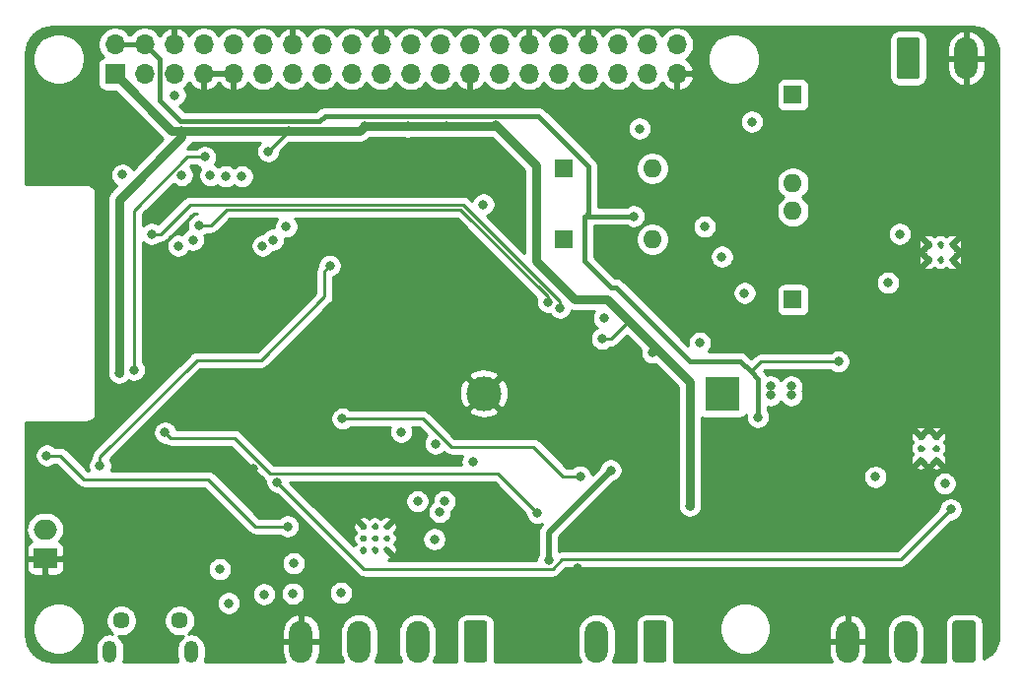
<source format=gbr>
G04 #@! TF.GenerationSoftware,KiCad,Pcbnew,(5.1.9)-1*
G04 #@! TF.CreationDate,2021-06-02T17:30:39-04:00*
G04 #@! TF.ProjectId,esp32 Core  V-0.1,65737033-3220-4436-9f72-652020562d30,rev?*
G04 #@! TF.SameCoordinates,Original*
G04 #@! TF.FileFunction,Copper,L3,Inr*
G04 #@! TF.FilePolarity,Positive*
%FSLAX46Y46*%
G04 Gerber Fmt 4.6, Leading zero omitted, Abs format (unit mm)*
G04 Created by KiCad (PCBNEW (5.1.9)-1) date 2021-06-02 17:30:39*
%MOMM*%
%LPD*%
G01*
G04 APERTURE LIST*
G04 #@! TA.AperFunction,ComponentPad*
%ADD10O,1.600000X1.600000*%
G04 #@! TD*
G04 #@! TA.AperFunction,ComponentPad*
%ADD11R,1.600000X1.600000*%
G04 #@! TD*
G04 #@! TA.AperFunction,ComponentPad*
%ADD12C,0.500000*%
G04 #@! TD*
G04 #@! TA.AperFunction,ComponentPad*
%ADD13O,2.000000X3.600000*%
G04 #@! TD*
G04 #@! TA.AperFunction,ComponentPad*
%ADD14R,3.000000X3.000000*%
G04 #@! TD*
G04 #@! TA.AperFunction,ComponentPad*
%ADD15C,3.000000*%
G04 #@! TD*
G04 #@! TA.AperFunction,ComponentPad*
%ADD16R,2.000000X1.700000*%
G04 #@! TD*
G04 #@! TA.AperFunction,ComponentPad*
%ADD17O,2.000000X1.700000*%
G04 #@! TD*
G04 #@! TA.AperFunction,ComponentPad*
%ADD18O,1.700000X1.700000*%
G04 #@! TD*
G04 #@! TA.AperFunction,ComponentPad*
%ADD19R,1.700000X1.700000*%
G04 #@! TD*
G04 #@! TA.AperFunction,ComponentPad*
%ADD20O,1.200000X1.900000*%
G04 #@! TD*
G04 #@! TA.AperFunction,ComponentPad*
%ADD21C,1.450000*%
G04 #@! TD*
G04 #@! TA.AperFunction,ViaPad*
%ADD22C,0.800000*%
G04 #@! TD*
G04 #@! TA.AperFunction,Conductor*
%ADD23C,0.800000*%
G04 #@! TD*
G04 #@! TA.AperFunction,Conductor*
%ADD24C,0.250000*%
G04 #@! TD*
G04 #@! TA.AperFunction,Conductor*
%ADD25C,0.400000*%
G04 #@! TD*
G04 #@! TA.AperFunction,Conductor*
%ADD26C,0.500000*%
G04 #@! TD*
G04 #@! TA.AperFunction,Conductor*
%ADD27C,0.254000*%
G04 #@! TD*
G04 #@! TA.AperFunction,Conductor*
%ADD28C,0.100000*%
G04 #@! TD*
G04 APERTURE END LIST*
D10*
G04 #@! TO.N,/AIN3*
G04 #@! TO.C,JP4*
X234520000Y-107900000D03*
D11*
G04 #@! TO.N,Net-(JP4-Pad1)*
X226900000Y-107900000D03*
G04 #@! TD*
D10*
G04 #@! TO.N,/AIN2*
G04 #@! TO.C,JP3*
X234520000Y-114000000D03*
D11*
G04 #@! TO.N,Net-(JP3-Pad1)*
X226900000Y-114000000D03*
G04 #@! TD*
D10*
G04 #@! TO.N,/AIN1*
G04 #@! TO.C,JP2*
X246600000Y-109200000D03*
D11*
G04 #@! TO.N,Net-(JP2-Pad1)*
X246600000Y-101580000D03*
G04 #@! TD*
D10*
G04 #@! TO.N,/AIN0*
G04 #@! TO.C,JP1*
X246600000Y-111580000D03*
D11*
G04 #@! TO.N,Net-(JP1-Pad1)*
X246600000Y-119200000D03*
G04 #@! TD*
D12*
G04 #@! TO.N,GND*
G04 #@! TO.C,U13*
X260270000Y-114446000D03*
X260270000Y-115746000D03*
X259270000Y-114446000D03*
X259270000Y-115746000D03*
X258270000Y-114446000D03*
X258270000Y-115746000D03*
G04 #@! TD*
G04 #@! TO.N,GND*
G04 #@! TO.C,U1*
X257596000Y-130976000D03*
X258896000Y-130976000D03*
X257596000Y-131976000D03*
X258896000Y-131976000D03*
X257596000Y-132976000D03*
X258896000Y-132976000D03*
G04 #@! TD*
D13*
G04 #@! TO.N,GND*
G04 #@! TO.C,J5*
X251305000Y-148590000D03*
G04 #@! TO.N,+5VD*
X256305000Y-148590000D03*
G04 #@! TO.N,VDC*
G04 #@! TA.AperFunction,ComponentPad*
G36*
G01*
X262305000Y-147040000D02*
X262305000Y-150140000D01*
G75*
G02*
X262055000Y-150390000I-250000J0D01*
G01*
X260555000Y-150390000D01*
G75*
G02*
X260305000Y-150140000I0J250000D01*
G01*
X260305000Y-147040000D01*
G75*
G02*
X260555000Y-146790000I250000J0D01*
G01*
X262055000Y-146790000D01*
G75*
G02*
X262305000Y-147040000I0J-250000D01*
G01*
G37*
G04 #@! TD.AperFunction*
G04 #@! TD*
G04 #@! TO.N,GND*
G04 #@! TO.C,J4*
X261500000Y-98425000D03*
G04 #@! TO.N,+12V*
G04 #@! TA.AperFunction,ComponentPad*
G36*
G01*
X255500000Y-99975000D02*
X255500000Y-96875000D01*
G75*
G02*
X255750000Y-96625000I250000J0D01*
G01*
X257250000Y-96625000D01*
G75*
G02*
X257500000Y-96875000I0J-250000D01*
G01*
X257500000Y-99975000D01*
G75*
G02*
X257250000Y-100225000I-250000J0D01*
G01*
X255750000Y-100225000D01*
G75*
G02*
X255500000Y-99975000I0J250000D01*
G01*
G37*
G04 #@! TD.AperFunction*
G04 #@! TD*
G04 #@! TO.N,GND*
G04 #@! TO.C,J13*
X204343000Y-148590000D03*
G04 #@! TO.N,/TX2*
X209343000Y-148590000D03*
G04 #@! TO.N,/RX25*
X214343000Y-148590000D03*
G04 #@! TO.N,+5V*
G04 #@! TA.AperFunction,ComponentPad*
G36*
G01*
X220343000Y-147040000D02*
X220343000Y-150140000D01*
G75*
G02*
X220093000Y-150390000I-250000J0D01*
G01*
X218593000Y-150390000D01*
G75*
G02*
X218343000Y-150140000I0J250000D01*
G01*
X218343000Y-147040000D01*
G75*
G02*
X218593000Y-146790000I250000J0D01*
G01*
X220093000Y-146790000D01*
G75*
G02*
X220343000Y-147040000I0J-250000D01*
G01*
G37*
G04 #@! TD.AperFunction*
G04 #@! TD*
G04 #@! TO.N,/A*
G04 #@! TO.C,J2*
X229743000Y-148590000D03*
G04 #@! TO.N,/B*
G04 #@! TA.AperFunction,ComponentPad*
G36*
G01*
X235743000Y-147040000D02*
X235743000Y-150140000D01*
G75*
G02*
X235493000Y-150390000I-250000J0D01*
G01*
X233993000Y-150390000D01*
G75*
G02*
X233743000Y-150140000I0J250000D01*
G01*
X233743000Y-147040000D01*
G75*
G02*
X233993000Y-146790000I250000J0D01*
G01*
X235493000Y-146790000D01*
G75*
G02*
X235743000Y-147040000I0J-250000D01*
G01*
G37*
G04 #@! TD.AperFunction*
G04 #@! TD*
D14*
G04 #@! TO.N,Net-(BT1-Pad1)*
G04 #@! TO.C,BT1*
X240538000Y-127254000D03*
D15*
G04 #@! TO.N,GND*
X220048000Y-127254000D03*
G04 #@! TD*
D16*
G04 #@! TO.N,GND*
G04 #@! TO.C,BT2*
X182372000Y-141438000D03*
D17*
G04 #@! TO.N,+BATT*
X182372000Y-138938000D03*
G04 #@! TD*
D18*
G04 #@! TO.N,/AIN1*
G04 #@! TO.C,J3*
X236632600Y-97232300D03*
G04 #@! TO.N,GND*
X236632600Y-99772300D03*
G04 #@! TO.N,/AIN0*
X234092600Y-97232300D03*
G04 #@! TO.N,/AIN2*
X234092600Y-99772300D03*
G04 #@! TO.N,/O12*
X231552600Y-97232300D03*
G04 #@! TO.N,/AIN3*
X231552600Y-99772300D03*
G04 #@! TO.N,GND*
X229012600Y-97232300D03*
G04 #@! TO.N,/O14*
X229012600Y-99772300D03*
G04 #@! TO.N,/O26*
X226472600Y-97232300D03*
G04 #@! TO.N,/O27*
X226472600Y-99772300D03*
G04 #@! TO.N,GND*
X223932600Y-97232300D03*
G04 #@! TO.N,/O25*
X223932600Y-99772300D03*
G04 #@! TO.N,/COM*
X221392600Y-97232300D03*
G04 #@! TO.N,/O33*
X221392600Y-99772300D03*
G04 #@! TO.N,/CS*
X218852600Y-97232300D03*
G04 #@! TO.N,GND*
X218852600Y-99772300D03*
G04 #@! TO.N,/DI35*
X216312600Y-97232300D03*
G04 #@! TO.N,/SCK*
X216312600Y-99772300D03*
G04 #@! TO.N,/DI34*
X213772600Y-97232300D03*
G04 #@! TO.N,/MISO*
X213772600Y-99772300D03*
G04 #@! TO.N,GND*
X211232600Y-97232300D03*
G04 #@! TO.N,/MOSI*
X211232600Y-99772300D03*
G04 #@! TO.N,/DI39*
X208692600Y-97232300D03*
G04 #@! TO.N,+3V3*
X208692600Y-99772300D03*
G04 #@! TO.N,/IO2*
X206152600Y-97232300D03*
G04 #@! TO.N,/DI36*
X206152600Y-99772300D03*
G04 #@! TO.N,GND*
X203612600Y-97232300D03*
G04 #@! TO.N,/GPIO0*
X203612600Y-99772300D03*
G04 #@! TO.N,/IO4*
X201072600Y-97232300D03*
G04 #@! TO.N,/RESET*
X201072600Y-99772300D03*
G04 #@! TO.N,/RXD*
X198532600Y-97232300D03*
G04 #@! TO.N,GND*
X198532600Y-99772300D03*
G04 #@! TO.N,/TXD*
X195992600Y-97232300D03*
G04 #@! TO.N,GND*
X195992600Y-99772300D03*
X193452600Y-97232300D03*
G04 #@! TO.N,/SCL*
X193452600Y-99772300D03*
G04 #@! TO.N,+5V*
X190912600Y-97232300D03*
G04 #@! TO.N,/SDA*
X190912600Y-99772300D03*
G04 #@! TO.N,+5V*
X188372600Y-97232300D03*
D19*
G04 #@! TO.N,+3V3*
X188372600Y-99772300D03*
G04 #@! TD*
D12*
G04 #@! TO.N,GND*
G04 #@! TO.C,U5*
X209693000Y-138700000D03*
X210693000Y-138700000D03*
X211693000Y-138700000D03*
X209693000Y-139700000D03*
X210693000Y-139700000D03*
X211693000Y-139700000D03*
X209693000Y-140700000D03*
X210693000Y-140700000D03*
X211693000Y-140700000D03*
G04 #@! TD*
D20*
G04 #@! TO.N,/SHIELD*
G04 #@! TO.C,J1*
X194905000Y-149479000D03*
X187905000Y-149479000D03*
D21*
X193905000Y-146779000D03*
X188905000Y-146779000D03*
G04 #@! TD*
D22*
G04 #@! TO.N,GND*
X193421000Y-145251000D03*
X228092000Y-142240000D03*
X236093000Y-143002000D03*
X210058000Y-109728000D03*
X213614000Y-109728000D03*
X217424000Y-109982000D03*
X221234000Y-109982000D03*
X263144000Y-120650000D03*
X216789000Y-126365000D03*
X205041500Y-130556000D03*
X200215500Y-133731000D03*
X193230500Y-140144500D03*
X248793000Y-133350000D03*
X248329500Y-96981500D03*
X184467500Y-135572500D03*
X243967000Y-111125000D03*
X225933000Y-130429000D03*
X234696000Y-127762000D03*
X188849000Y-138049000D03*
X245237000Y-143764000D03*
X240157000Y-136017000D03*
X234250000Y-118100000D03*
X243450000Y-121150000D03*
X242150000Y-123100000D03*
X251650000Y-116650000D03*
G04 #@! TO.N,+3V3*
X193500000Y-101600000D03*
X213512400Y-104292400D03*
X216865200Y-104241600D03*
X221081600Y-104190800D03*
X209804000Y-104241600D03*
X203301600Y-104691028D03*
X201522601Y-106426000D03*
X194106800Y-104648000D03*
X225806000Y-117094000D03*
X188722000Y-125476000D03*
X237744000Y-136906000D03*
X230200000Y-122550000D03*
X234550000Y-123750000D03*
X238600000Y-122900000D03*
G04 #@! TO.N,+5V*
X182499000Y-132588000D03*
X232918000Y-112014000D03*
X243586000Y-129286000D03*
X203200000Y-138684000D03*
X225615500Y-141605000D03*
X230949500Y-133858000D03*
X250500000Y-124500000D03*
G04 #@! TO.N,/TXD*
X193802000Y-114554000D03*
X216268080Y-137444147D03*
X214343990Y-136525000D03*
G04 #@! TO.N,/RXD*
X195072000Y-114046000D03*
X212946990Y-130556000D03*
G04 #@! TO.N,/RESET*
X196083347Y-106929347D03*
X189992000Y-125222000D03*
X224663000Y-137541000D03*
X192659000Y-130619500D03*
G04 #@! TO.N,/GPIO0*
X203073000Y-112903000D03*
X216662000Y-136525000D03*
G04 #@! TO.N,/CS*
X199263000Y-108585000D03*
G04 #@! TO.N,/DM*
X201168000Y-144526000D03*
X203649153Y-144467153D03*
G04 #@! TO.N,/DTR*
X219100000Y-133148012D03*
X215900000Y-131572000D03*
G04 #@! TO.N,/SDA*
X194090653Y-108490653D03*
X195580000Y-112776000D03*
X225552000Y-119380000D03*
G04 #@! TO.N,/SCL*
X226601000Y-119888000D03*
X230378000Y-120777000D03*
X191516000Y-113538000D03*
G04 #@! TO.N,/MISO*
X196550000Y-108500000D03*
G04 #@! TO.N,/SCK*
X197866000Y-108585000D03*
G04 #@! TO.N,/MOSI*
X189000000Y-108450000D03*
G04 #@! TO.N,VBUS*
X207772000Y-144399000D03*
X203708000Y-141859000D03*
X197358000Y-142367000D03*
X198124653Y-145292653D03*
G04 #@! TO.N,Net-(C1-Pad2)*
X259651500Y-135001000D03*
X253682500Y-134429500D03*
G04 #@! TO.N,/VIN*
X202311000Y-134874000D03*
X260159500Y-137223500D03*
G04 #@! TO.N,/IO13*
X207899000Y-129413000D03*
X228318153Y-134393847D03*
G04 #@! TO.N,/RX2*
X201930000Y-114046000D03*
X215800000Y-139800000D03*
G04 #@! TO.N,/TX2*
X201041000Y-114554000D03*
G04 #@! TO.N,/AN1*
X242443000Y-118618000D03*
X243078000Y-103886000D03*
X240500000Y-115500000D03*
G04 #@! TO.N,/AN3*
X239014000Y-112903000D03*
X233427000Y-104479000D03*
G04 #@! TO.N,Net-(C26-Pad2)*
X254762000Y-117729000D03*
X255778000Y-113538000D03*
G04 #@! TO.N,Net-(U7-Pad7)*
X244690000Y-127408000D03*
X244690000Y-126646000D03*
X246468000Y-126646000D03*
X246468000Y-127408000D03*
G04 #@! TO.N,/RGBLED*
X187071000Y-133477000D03*
X206819500Y-116268500D03*
G04 #@! TO.N,/COM*
X220000000Y-111000000D03*
G04 #@! TD*
D23*
G04 #@! TO.N,+3V3*
X193248300Y-104648000D02*
X194106800Y-104648000D01*
X188372600Y-99772300D02*
X193248300Y-104648000D01*
X203258572Y-104648000D02*
X203301600Y-104691028D01*
X194106800Y-104648000D02*
X203258572Y-104648000D01*
X209354572Y-104691028D02*
X209804000Y-104241600D01*
X203301600Y-104691028D02*
X209354572Y-104691028D01*
X221030800Y-104241600D02*
X221081600Y-104190800D01*
X209804000Y-104241600D02*
X221030800Y-104241600D01*
X221081600Y-104190800D02*
X224536000Y-107645200D01*
X224536000Y-115824000D02*
X225806000Y-117094000D01*
X224536000Y-107645200D02*
X224536000Y-115824000D01*
X227838000Y-119126000D02*
X225806000Y-117094000D01*
X230632000Y-119126000D02*
X227838000Y-119126000D01*
X188722000Y-110598485D02*
X188722000Y-125476000D01*
X194106800Y-105213685D02*
X188722000Y-110598485D01*
X194106800Y-104648000D02*
X194106800Y-105213685D01*
X237744000Y-126238000D02*
X237744000Y-136906000D01*
D24*
X203257573Y-104691028D02*
X201522601Y-106426000D01*
X203301600Y-104691028D02*
X203257573Y-104691028D01*
X234728000Y-123572000D02*
X234550000Y-123750000D01*
X235078000Y-123572000D02*
X234728000Y-123572000D01*
D23*
X235078000Y-123572000D02*
X237744000Y-126238000D01*
D24*
X231000000Y-122550000D02*
X232528000Y-121022000D01*
X230200000Y-122550000D02*
X231000000Y-122550000D01*
D23*
X232528000Y-121022000D02*
X235078000Y-123572000D01*
X230632000Y-119126000D02*
X232528000Y-121022000D01*
D25*
G04 #@! TO.N,+5V*
X243586000Y-129286000D02*
X243586000Y-125984000D01*
X242062000Y-124460000D02*
X237744000Y-124460000D01*
X237744000Y-124460000D02*
X231394000Y-118110000D01*
D24*
X200406000Y-138684000D02*
X203200000Y-138684000D01*
D25*
X190912600Y-97232300D02*
X188372600Y-97232300D01*
D26*
X225615500Y-139192000D02*
X230949500Y-133858000D01*
X225615500Y-141605000D02*
X225615500Y-139192000D01*
D24*
X182499000Y-132588000D02*
X183642000Y-132588000D01*
X185674000Y-134620000D02*
X196342000Y-134620000D01*
X183642000Y-132588000D02*
X185674000Y-134620000D01*
X196342000Y-134620000D02*
X200406000Y-138684000D01*
D25*
X194017990Y-103847990D02*
X205955990Y-103847990D01*
X205955990Y-103847990D02*
X206413181Y-103390799D01*
X192202599Y-102032599D02*
X194017990Y-103847990D01*
X192202599Y-98522299D02*
X192202599Y-102032599D01*
X190912600Y-97232300D02*
X192202599Y-98522299D01*
X228693998Y-115843998D02*
X230960000Y-118110000D01*
X228693998Y-112014000D02*
X228693998Y-115843998D01*
X231394000Y-118110000D02*
X230960000Y-118110000D01*
X224710801Y-103390799D02*
X229050000Y-107729998D01*
X206413181Y-103390799D02*
X221459201Y-103390799D01*
X221459201Y-103390799D02*
X224710801Y-103390799D01*
X229050000Y-111728000D02*
X228764000Y-112014000D01*
X229050000Y-107729998D02*
X229050000Y-111728000D01*
X228764000Y-112014000D02*
X232918000Y-112014000D01*
X228693998Y-112014000D02*
X228764000Y-112014000D01*
D24*
X243850000Y-124500000D02*
X242976000Y-125374000D01*
X250500000Y-124500000D02*
X243850000Y-124500000D01*
D25*
X242976000Y-125374000D02*
X242062000Y-124460000D01*
X243586000Y-125984000D02*
X242976000Y-125374000D01*
D24*
G04 #@! TO.N,/RESET*
X194578957Y-106929347D02*
X196083347Y-106929347D01*
X189992000Y-111516304D02*
X194578957Y-106929347D01*
X189992000Y-125222000D02*
X189992000Y-111516304D01*
X198621502Y-131064000D02*
X193103500Y-131064000D01*
X201706501Y-134148999D02*
X198621502Y-131064000D01*
X193103500Y-131064000D02*
X192659000Y-130619500D01*
X221270999Y-134148999D02*
X201706501Y-134148999D01*
X224663000Y-137541000D02*
X221270999Y-134148999D01*
G04 #@! TO.N,/SDA*
X195580000Y-112776000D02*
X196596000Y-112776000D01*
X196596000Y-112776000D02*
X197923990Y-111448010D01*
X197923990Y-111448010D02*
X218056602Y-111448010D01*
X225552000Y-118943408D02*
X225552000Y-119380000D01*
X218056602Y-111448010D02*
X225552000Y-118943408D01*
G04 #@! TO.N,/SCL*
X226601000Y-119355998D02*
X226601000Y-119888000D01*
X218243002Y-110998000D02*
X226601000Y-119355998D01*
X194818000Y-110998000D02*
X218243002Y-110998000D01*
X192278000Y-113538000D02*
X194818000Y-110998000D01*
X191516000Y-113538000D02*
X192278000Y-113538000D01*
G04 #@! TO.N,/VIN*
X209767001Y-142330001D02*
X202311000Y-134874000D01*
X225963501Y-142330001D02*
X209767001Y-142330001D01*
X226778503Y-141514999D02*
X225963501Y-142330001D01*
X255868001Y-141514999D02*
X226778503Y-141514999D01*
X260159500Y-137223500D02*
X255868001Y-141514999D01*
G04 #@! TO.N,/IO13*
X214814002Y-129413000D02*
X217227002Y-131826000D01*
X207899000Y-129413000D02*
X214814002Y-129413000D01*
X217227002Y-131826000D02*
X224282000Y-131826000D01*
X226849847Y-134393847D02*
X228318153Y-134393847D01*
X224282000Y-131826000D02*
X226849847Y-134393847D01*
G04 #@! TO.N,/RGBLED*
X206375000Y-116713000D02*
X206819500Y-116268500D01*
X206375000Y-118935500D02*
X206375000Y-116713000D01*
X187071000Y-133477000D02*
X187071000Y-132715000D01*
X195389500Y-124396500D02*
X200914000Y-124396500D01*
X187071000Y-132715000D02*
X195389500Y-124396500D01*
X200914000Y-124396500D02*
X206375000Y-118935500D01*
G04 #@! TD*
D27*
G04 #@! TO.N,GND*
X262444134Y-95756953D02*
X262871355Y-95885938D01*
X263265384Y-96095446D01*
X263611214Y-96377499D01*
X263895673Y-96721351D01*
X264107929Y-97113910D01*
X264239892Y-97540213D01*
X264290000Y-98016964D01*
X264290001Y-147965269D01*
X264243048Y-148444133D01*
X264114063Y-148871353D01*
X263904554Y-149265384D01*
X263622501Y-149611214D01*
X263278651Y-149895672D01*
X262943072Y-150077118D01*
X262943072Y-147040000D01*
X262926008Y-146866746D01*
X262875472Y-146700150D01*
X262793405Y-146546614D01*
X262682962Y-146412038D01*
X262548386Y-146301595D01*
X262394850Y-146219528D01*
X262228254Y-146168992D01*
X262055000Y-146151928D01*
X260555000Y-146151928D01*
X260381746Y-146168992D01*
X260215150Y-146219528D01*
X260061614Y-146301595D01*
X259927038Y-146412038D01*
X259816595Y-146546614D01*
X259734528Y-146700150D01*
X259683992Y-146866746D01*
X259666928Y-147040000D01*
X259666928Y-150140000D01*
X259681702Y-150290000D01*
X257677847Y-150290000D01*
X257822852Y-150018715D01*
X257916343Y-149710516D01*
X257940000Y-149470322D01*
X257940000Y-147709678D01*
X257916343Y-147469484D01*
X257822852Y-147161285D01*
X257671031Y-146877248D01*
X257466714Y-146628286D01*
X257217752Y-146423969D01*
X256933715Y-146272148D01*
X256625516Y-146178657D01*
X256305000Y-146147089D01*
X255984485Y-146178657D01*
X255676286Y-146272148D01*
X255392249Y-146423969D01*
X255143287Y-146628286D01*
X254938970Y-146877248D01*
X254787149Y-147161285D01*
X254693658Y-147469484D01*
X254670000Y-147709678D01*
X254670000Y-149470321D01*
X254693657Y-149710515D01*
X254787148Y-150018714D01*
X254932153Y-150290000D01*
X252666678Y-150290000D01*
X252766942Y-150133020D01*
X252883807Y-149833532D01*
X252940000Y-149517000D01*
X252940000Y-148717000D01*
X251432000Y-148717000D01*
X251432000Y-148737000D01*
X251178000Y-148737000D01*
X251178000Y-148717000D01*
X249670000Y-148717000D01*
X249670000Y-149517000D01*
X249726193Y-149833532D01*
X249843058Y-150133020D01*
X249943322Y-150290000D01*
X236366298Y-150290000D01*
X236381072Y-150140000D01*
X236381072Y-147279872D01*
X240265000Y-147279872D01*
X240265000Y-147720128D01*
X240350890Y-148151925D01*
X240519369Y-148558669D01*
X240763962Y-148924729D01*
X241075271Y-149236038D01*
X241441331Y-149480631D01*
X241848075Y-149649110D01*
X242279872Y-149735000D01*
X242720128Y-149735000D01*
X243151925Y-149649110D01*
X243558669Y-149480631D01*
X243924729Y-149236038D01*
X244236038Y-148924729D01*
X244480631Y-148558669D01*
X244649110Y-148151925D01*
X244735000Y-147720128D01*
X244735000Y-147663000D01*
X249670000Y-147663000D01*
X249670000Y-148463000D01*
X251178000Y-148463000D01*
X251178000Y-146319223D01*
X251432000Y-146319223D01*
X251432000Y-148463000D01*
X252940000Y-148463000D01*
X252940000Y-147663000D01*
X252883807Y-147346468D01*
X252766942Y-147046980D01*
X252593895Y-146776046D01*
X252371317Y-146544078D01*
X252107761Y-146359990D01*
X251813355Y-146230856D01*
X251685434Y-146199876D01*
X251432000Y-146319223D01*
X251178000Y-146319223D01*
X250924566Y-146199876D01*
X250796645Y-146230856D01*
X250502239Y-146359990D01*
X250238683Y-146544078D01*
X250016105Y-146776046D01*
X249843058Y-147046980D01*
X249726193Y-147346468D01*
X249670000Y-147663000D01*
X244735000Y-147663000D01*
X244735000Y-147279872D01*
X244649110Y-146848075D01*
X244480631Y-146441331D01*
X244236038Y-146075271D01*
X243924729Y-145763962D01*
X243558669Y-145519369D01*
X243151925Y-145350890D01*
X242720128Y-145265000D01*
X242279872Y-145265000D01*
X241848075Y-145350890D01*
X241441331Y-145519369D01*
X241075271Y-145763962D01*
X240763962Y-146075271D01*
X240519369Y-146441331D01*
X240350890Y-146848075D01*
X240265000Y-147279872D01*
X236381072Y-147279872D01*
X236381072Y-147040000D01*
X236364008Y-146866746D01*
X236313472Y-146700150D01*
X236231405Y-146546614D01*
X236120962Y-146412038D01*
X235986386Y-146301595D01*
X235832850Y-146219528D01*
X235666254Y-146168992D01*
X235493000Y-146151928D01*
X233993000Y-146151928D01*
X233819746Y-146168992D01*
X233653150Y-146219528D01*
X233499614Y-146301595D01*
X233365038Y-146412038D01*
X233254595Y-146546614D01*
X233172528Y-146700150D01*
X233121992Y-146866746D01*
X233104928Y-147040000D01*
X233104928Y-150140000D01*
X233119702Y-150290000D01*
X231115847Y-150290000D01*
X231260852Y-150018715D01*
X231354343Y-149710516D01*
X231378000Y-149470322D01*
X231378000Y-147709678D01*
X231354343Y-147469484D01*
X231260852Y-147161285D01*
X231109031Y-146877248D01*
X230904714Y-146628286D01*
X230655752Y-146423969D01*
X230371715Y-146272148D01*
X230063516Y-146178657D01*
X229743000Y-146147089D01*
X229422485Y-146178657D01*
X229114286Y-146272148D01*
X228830249Y-146423969D01*
X228581287Y-146628286D01*
X228376970Y-146877248D01*
X228225149Y-147161285D01*
X228131658Y-147469484D01*
X228108000Y-147709678D01*
X228108000Y-149470321D01*
X228131657Y-149710515D01*
X228225148Y-150018714D01*
X228370153Y-150290000D01*
X220966298Y-150290000D01*
X220981072Y-150140000D01*
X220981072Y-147040000D01*
X220964008Y-146866746D01*
X220913472Y-146700150D01*
X220831405Y-146546614D01*
X220720962Y-146412038D01*
X220586386Y-146301595D01*
X220432850Y-146219528D01*
X220266254Y-146168992D01*
X220093000Y-146151928D01*
X218593000Y-146151928D01*
X218419746Y-146168992D01*
X218253150Y-146219528D01*
X218099614Y-146301595D01*
X217965038Y-146412038D01*
X217854595Y-146546614D01*
X217772528Y-146700150D01*
X217721992Y-146866746D01*
X217704928Y-147040000D01*
X217704928Y-150140000D01*
X217719702Y-150290000D01*
X215715847Y-150290000D01*
X215860852Y-150018715D01*
X215954343Y-149710516D01*
X215978000Y-149470322D01*
X215978000Y-147709678D01*
X215954343Y-147469484D01*
X215860852Y-147161285D01*
X215709031Y-146877248D01*
X215504714Y-146628286D01*
X215255752Y-146423969D01*
X214971715Y-146272148D01*
X214663516Y-146178657D01*
X214343000Y-146147089D01*
X214022485Y-146178657D01*
X213714286Y-146272148D01*
X213430249Y-146423969D01*
X213181287Y-146628286D01*
X212976970Y-146877248D01*
X212825149Y-147161285D01*
X212731658Y-147469484D01*
X212708000Y-147709678D01*
X212708000Y-149470321D01*
X212731657Y-149710515D01*
X212825148Y-150018714D01*
X212970153Y-150290000D01*
X210715847Y-150290000D01*
X210860852Y-150018715D01*
X210954343Y-149710516D01*
X210978000Y-149470322D01*
X210978000Y-147709678D01*
X210954343Y-147469484D01*
X210860852Y-147161285D01*
X210709031Y-146877248D01*
X210504714Y-146628286D01*
X210255752Y-146423969D01*
X209971715Y-146272148D01*
X209663516Y-146178657D01*
X209343000Y-146147089D01*
X209022485Y-146178657D01*
X208714286Y-146272148D01*
X208430249Y-146423969D01*
X208181287Y-146628286D01*
X207976970Y-146877248D01*
X207825149Y-147161285D01*
X207731658Y-147469484D01*
X207708000Y-147709678D01*
X207708000Y-149470321D01*
X207731657Y-149710515D01*
X207825148Y-150018714D01*
X207970153Y-150290000D01*
X205704678Y-150290000D01*
X205804942Y-150133020D01*
X205921807Y-149833532D01*
X205978000Y-149517000D01*
X205978000Y-148717000D01*
X204470000Y-148717000D01*
X204470000Y-148737000D01*
X204216000Y-148737000D01*
X204216000Y-148717000D01*
X202708000Y-148717000D01*
X202708000Y-149517000D01*
X202764193Y-149833532D01*
X202881058Y-150133020D01*
X202981322Y-150290000D01*
X196055728Y-150290000D01*
X196122130Y-150071101D01*
X196140000Y-149889664D01*
X196140000Y-149068335D01*
X196122130Y-148886898D01*
X196051511Y-148654099D01*
X195936833Y-148439551D01*
X195782502Y-148251498D01*
X195594448Y-148097167D01*
X195379900Y-147982489D01*
X195147101Y-147911870D01*
X194905000Y-147888025D01*
X194662898Y-147911870D01*
X194652965Y-147914883D01*
X194771949Y-147835381D01*
X194944330Y-147663000D01*
X202708000Y-147663000D01*
X202708000Y-148463000D01*
X204216000Y-148463000D01*
X204216000Y-146319223D01*
X204470000Y-146319223D01*
X204470000Y-148463000D01*
X205978000Y-148463000D01*
X205978000Y-147663000D01*
X205921807Y-147346468D01*
X205804942Y-147046980D01*
X205631895Y-146776046D01*
X205409317Y-146544078D01*
X205145761Y-146359990D01*
X204851355Y-146230856D01*
X204723434Y-146199876D01*
X204470000Y-146319223D01*
X204216000Y-146319223D01*
X203962566Y-146199876D01*
X203834645Y-146230856D01*
X203540239Y-146359990D01*
X203276683Y-146544078D01*
X203054105Y-146776046D01*
X202881058Y-147046980D01*
X202764193Y-147346468D01*
X202708000Y-147663000D01*
X194944330Y-147663000D01*
X194961381Y-147645949D01*
X195110216Y-147423201D01*
X195212736Y-147175697D01*
X195265000Y-146912948D01*
X195265000Y-146645052D01*
X195212736Y-146382303D01*
X195110216Y-146134799D01*
X194961381Y-145912051D01*
X194771949Y-145722619D01*
X194549201Y-145573784D01*
X194301697Y-145471264D01*
X194038948Y-145419000D01*
X193771052Y-145419000D01*
X193508303Y-145471264D01*
X193260799Y-145573784D01*
X193038051Y-145722619D01*
X192848619Y-145912051D01*
X192699784Y-146134799D01*
X192597264Y-146382303D01*
X192545000Y-146645052D01*
X192545000Y-146912948D01*
X192597264Y-147175697D01*
X192699784Y-147423201D01*
X192848619Y-147645949D01*
X193038051Y-147835381D01*
X193260799Y-147984216D01*
X193508303Y-148086736D01*
X193771052Y-148139000D01*
X194038948Y-148139000D01*
X194204768Y-148106016D01*
X194027498Y-148251498D01*
X193873167Y-148439552D01*
X193758489Y-148654100D01*
X193687870Y-148886899D01*
X193670000Y-149068336D01*
X193670000Y-149889665D01*
X193687870Y-150071102D01*
X193754272Y-150290000D01*
X189055728Y-150290000D01*
X189122130Y-150071102D01*
X189140000Y-149889665D01*
X189140000Y-149068336D01*
X189122130Y-148886899D01*
X189051511Y-148654099D01*
X188936833Y-148439551D01*
X188782502Y-148251498D01*
X188605232Y-148106016D01*
X188771052Y-148139000D01*
X189038948Y-148139000D01*
X189301697Y-148086736D01*
X189549201Y-147984216D01*
X189771949Y-147835381D01*
X189961381Y-147645949D01*
X190110216Y-147423201D01*
X190212736Y-147175697D01*
X190265000Y-146912948D01*
X190265000Y-146645052D01*
X190212736Y-146382303D01*
X190110216Y-146134799D01*
X189961381Y-145912051D01*
X189771949Y-145722619D01*
X189549201Y-145573784D01*
X189301697Y-145471264D01*
X189038948Y-145419000D01*
X188771052Y-145419000D01*
X188508303Y-145471264D01*
X188260799Y-145573784D01*
X188038051Y-145722619D01*
X187848619Y-145912051D01*
X187699784Y-146134799D01*
X187597264Y-146382303D01*
X187545000Y-146645052D01*
X187545000Y-146912948D01*
X187597264Y-147175697D01*
X187699784Y-147423201D01*
X187848619Y-147645949D01*
X188038051Y-147835381D01*
X188157035Y-147914883D01*
X188147102Y-147911870D01*
X187905000Y-147888025D01*
X187662899Y-147911870D01*
X187430100Y-147982489D01*
X187215552Y-148097167D01*
X187027499Y-148251498D01*
X186873168Y-148439551D01*
X186758489Y-148654099D01*
X186687870Y-148886898D01*
X186670000Y-149068335D01*
X186670000Y-149889664D01*
X186687870Y-150071101D01*
X186754272Y-150290000D01*
X183034721Y-150290000D01*
X182555867Y-150243048D01*
X182128647Y-150114063D01*
X181734616Y-149904554D01*
X181388786Y-149622501D01*
X181104328Y-149278651D01*
X180892073Y-148886093D01*
X180760109Y-148459788D01*
X180710000Y-147983036D01*
X180710000Y-147279872D01*
X181265000Y-147279872D01*
X181265000Y-147720128D01*
X181350890Y-148151925D01*
X181519369Y-148558669D01*
X181763962Y-148924729D01*
X182075271Y-149236038D01*
X182441331Y-149480631D01*
X182848075Y-149649110D01*
X183279872Y-149735000D01*
X183720128Y-149735000D01*
X184151925Y-149649110D01*
X184558669Y-149480631D01*
X184924729Y-149236038D01*
X185236038Y-148924729D01*
X185480631Y-148558669D01*
X185649110Y-148151925D01*
X185735000Y-147720128D01*
X185735000Y-147279872D01*
X185649110Y-146848075D01*
X185480631Y-146441331D01*
X185236038Y-146075271D01*
X184924729Y-145763962D01*
X184558669Y-145519369D01*
X184151925Y-145350890D01*
X183720128Y-145265000D01*
X183279872Y-145265000D01*
X182848075Y-145350890D01*
X182441331Y-145519369D01*
X182075271Y-145763962D01*
X181763962Y-146075271D01*
X181519369Y-146441331D01*
X181350890Y-146848075D01*
X181265000Y-147279872D01*
X180710000Y-147279872D01*
X180710000Y-145190714D01*
X197089653Y-145190714D01*
X197089653Y-145394592D01*
X197129427Y-145594551D01*
X197207448Y-145782909D01*
X197320716Y-145952427D01*
X197464879Y-146096590D01*
X197634397Y-146209858D01*
X197822755Y-146287879D01*
X198022714Y-146327653D01*
X198226592Y-146327653D01*
X198426551Y-146287879D01*
X198614909Y-146209858D01*
X198784427Y-146096590D01*
X198928590Y-145952427D01*
X199041858Y-145782909D01*
X199119879Y-145594551D01*
X199159653Y-145394592D01*
X199159653Y-145190714D01*
X199119879Y-144990755D01*
X199041858Y-144802397D01*
X198928590Y-144632879D01*
X198784427Y-144488716D01*
X198687664Y-144424061D01*
X200133000Y-144424061D01*
X200133000Y-144627939D01*
X200172774Y-144827898D01*
X200250795Y-145016256D01*
X200364063Y-145185774D01*
X200508226Y-145329937D01*
X200677744Y-145443205D01*
X200866102Y-145521226D01*
X201066061Y-145561000D01*
X201269939Y-145561000D01*
X201469898Y-145521226D01*
X201658256Y-145443205D01*
X201827774Y-145329937D01*
X201971937Y-145185774D01*
X202085205Y-145016256D01*
X202163226Y-144827898D01*
X202203000Y-144627939D01*
X202203000Y-144424061D01*
X202191295Y-144365214D01*
X202614153Y-144365214D01*
X202614153Y-144569092D01*
X202653927Y-144769051D01*
X202731948Y-144957409D01*
X202845216Y-145126927D01*
X202989379Y-145271090D01*
X203158897Y-145384358D01*
X203347255Y-145462379D01*
X203547214Y-145502153D01*
X203751092Y-145502153D01*
X203951051Y-145462379D01*
X204139409Y-145384358D01*
X204308927Y-145271090D01*
X204453090Y-145126927D01*
X204566358Y-144957409D01*
X204644379Y-144769051D01*
X204684153Y-144569092D01*
X204684153Y-144365214D01*
X204670597Y-144297061D01*
X206737000Y-144297061D01*
X206737000Y-144500939D01*
X206776774Y-144700898D01*
X206854795Y-144889256D01*
X206968063Y-145058774D01*
X207112226Y-145202937D01*
X207281744Y-145316205D01*
X207470102Y-145394226D01*
X207670061Y-145434000D01*
X207873939Y-145434000D01*
X208073898Y-145394226D01*
X208262256Y-145316205D01*
X208431774Y-145202937D01*
X208575937Y-145058774D01*
X208689205Y-144889256D01*
X208767226Y-144700898D01*
X208807000Y-144500939D01*
X208807000Y-144297061D01*
X208767226Y-144097102D01*
X208689205Y-143908744D01*
X208575937Y-143739226D01*
X208431774Y-143595063D01*
X208262256Y-143481795D01*
X208073898Y-143403774D01*
X207873939Y-143364000D01*
X207670061Y-143364000D01*
X207470102Y-143403774D01*
X207281744Y-143481795D01*
X207112226Y-143595063D01*
X206968063Y-143739226D01*
X206854795Y-143908744D01*
X206776774Y-144097102D01*
X206737000Y-144297061D01*
X204670597Y-144297061D01*
X204644379Y-144165255D01*
X204566358Y-143976897D01*
X204453090Y-143807379D01*
X204308927Y-143663216D01*
X204139409Y-143549948D01*
X203951051Y-143471927D01*
X203751092Y-143432153D01*
X203547214Y-143432153D01*
X203347255Y-143471927D01*
X203158897Y-143549948D01*
X202989379Y-143663216D01*
X202845216Y-143807379D01*
X202731948Y-143976897D01*
X202653927Y-144165255D01*
X202614153Y-144365214D01*
X202191295Y-144365214D01*
X202163226Y-144224102D01*
X202085205Y-144035744D01*
X201971937Y-143866226D01*
X201827774Y-143722063D01*
X201658256Y-143608795D01*
X201469898Y-143530774D01*
X201269939Y-143491000D01*
X201066061Y-143491000D01*
X200866102Y-143530774D01*
X200677744Y-143608795D01*
X200508226Y-143722063D01*
X200364063Y-143866226D01*
X200250795Y-144035744D01*
X200172774Y-144224102D01*
X200133000Y-144424061D01*
X198687664Y-144424061D01*
X198614909Y-144375448D01*
X198426551Y-144297427D01*
X198226592Y-144257653D01*
X198022714Y-144257653D01*
X197822755Y-144297427D01*
X197634397Y-144375448D01*
X197464879Y-144488716D01*
X197320716Y-144632879D01*
X197207448Y-144802397D01*
X197129427Y-144990755D01*
X197089653Y-145190714D01*
X180710000Y-145190714D01*
X180710000Y-142288000D01*
X180733928Y-142288000D01*
X180746188Y-142412482D01*
X180782498Y-142532180D01*
X180841463Y-142642494D01*
X180920815Y-142739185D01*
X181017506Y-142818537D01*
X181127820Y-142877502D01*
X181247518Y-142913812D01*
X181372000Y-142926072D01*
X182086250Y-142923000D01*
X182245000Y-142764250D01*
X182245000Y-141565000D01*
X182499000Y-141565000D01*
X182499000Y-142764250D01*
X182657750Y-142923000D01*
X183372000Y-142926072D01*
X183496482Y-142913812D01*
X183616180Y-142877502D01*
X183726494Y-142818537D01*
X183823185Y-142739185D01*
X183902537Y-142642494D01*
X183961502Y-142532180D01*
X183997812Y-142412482D01*
X184010072Y-142288000D01*
X184009948Y-142265061D01*
X196323000Y-142265061D01*
X196323000Y-142468939D01*
X196362774Y-142668898D01*
X196440795Y-142857256D01*
X196554063Y-143026774D01*
X196698226Y-143170937D01*
X196867744Y-143284205D01*
X197056102Y-143362226D01*
X197256061Y-143402000D01*
X197459939Y-143402000D01*
X197659898Y-143362226D01*
X197848256Y-143284205D01*
X198017774Y-143170937D01*
X198161937Y-143026774D01*
X198275205Y-142857256D01*
X198353226Y-142668898D01*
X198393000Y-142468939D01*
X198393000Y-142265061D01*
X198353226Y-142065102D01*
X198275205Y-141876744D01*
X198195236Y-141757061D01*
X202673000Y-141757061D01*
X202673000Y-141960939D01*
X202712774Y-142160898D01*
X202790795Y-142349256D01*
X202904063Y-142518774D01*
X203048226Y-142662937D01*
X203217744Y-142776205D01*
X203406102Y-142854226D01*
X203606061Y-142894000D01*
X203809939Y-142894000D01*
X204009898Y-142854226D01*
X204198256Y-142776205D01*
X204367774Y-142662937D01*
X204511937Y-142518774D01*
X204625205Y-142349256D01*
X204703226Y-142160898D01*
X204743000Y-141960939D01*
X204743000Y-141757061D01*
X204703226Y-141557102D01*
X204625205Y-141368744D01*
X204511937Y-141199226D01*
X204367774Y-141055063D01*
X204198256Y-140941795D01*
X204009898Y-140863774D01*
X203809939Y-140824000D01*
X203606061Y-140824000D01*
X203406102Y-140863774D01*
X203217744Y-140941795D01*
X203048226Y-141055063D01*
X202904063Y-141199226D01*
X202790795Y-141368744D01*
X202712774Y-141557102D01*
X202673000Y-141757061D01*
X198195236Y-141757061D01*
X198161937Y-141707226D01*
X198017774Y-141563063D01*
X197848256Y-141449795D01*
X197659898Y-141371774D01*
X197459939Y-141332000D01*
X197256061Y-141332000D01*
X197056102Y-141371774D01*
X196867744Y-141449795D01*
X196698226Y-141563063D01*
X196554063Y-141707226D01*
X196440795Y-141876744D01*
X196362774Y-142065102D01*
X196323000Y-142265061D01*
X184009948Y-142265061D01*
X184007000Y-141723750D01*
X183848250Y-141565000D01*
X182499000Y-141565000D01*
X182245000Y-141565000D01*
X180895750Y-141565000D01*
X180737000Y-141723750D01*
X180733928Y-142288000D01*
X180710000Y-142288000D01*
X180710000Y-138938000D01*
X180729815Y-138938000D01*
X180758487Y-139229111D01*
X180843401Y-139509034D01*
X180981294Y-139767014D01*
X181162608Y-139987945D01*
X181127820Y-139998498D01*
X181017506Y-140057463D01*
X180920815Y-140136815D01*
X180841463Y-140233506D01*
X180782498Y-140343820D01*
X180746188Y-140463518D01*
X180733928Y-140588000D01*
X180737000Y-141152250D01*
X180895750Y-141311000D01*
X182245000Y-141311000D01*
X182245000Y-141291000D01*
X182499000Y-141291000D01*
X182499000Y-141311000D01*
X183848250Y-141311000D01*
X184007000Y-141152250D01*
X184010072Y-140588000D01*
X183997812Y-140463518D01*
X183961502Y-140343820D01*
X183902537Y-140233506D01*
X183823185Y-140136815D01*
X183726494Y-140057463D01*
X183616180Y-139998498D01*
X183581392Y-139987945D01*
X183762706Y-139767014D01*
X183900599Y-139509034D01*
X183985513Y-139229111D01*
X184014185Y-138938000D01*
X183985513Y-138646889D01*
X183900599Y-138366966D01*
X183762706Y-138108986D01*
X183577134Y-137882866D01*
X183351014Y-137697294D01*
X183093034Y-137559401D01*
X182813111Y-137474487D01*
X182594950Y-137453000D01*
X182149050Y-137453000D01*
X181930889Y-137474487D01*
X181650966Y-137559401D01*
X181392986Y-137697294D01*
X181166866Y-137882866D01*
X180981294Y-138108986D01*
X180843401Y-138366966D01*
X180758487Y-138646889D01*
X180729815Y-138938000D01*
X180710000Y-138938000D01*
X180710000Y-132486061D01*
X181464000Y-132486061D01*
X181464000Y-132689939D01*
X181503774Y-132889898D01*
X181581795Y-133078256D01*
X181695063Y-133247774D01*
X181839226Y-133391937D01*
X182008744Y-133505205D01*
X182197102Y-133583226D01*
X182397061Y-133623000D01*
X182600939Y-133623000D01*
X182800898Y-133583226D01*
X182989256Y-133505205D01*
X183158774Y-133391937D01*
X183202711Y-133348000D01*
X183327199Y-133348000D01*
X185110200Y-135131002D01*
X185133999Y-135160001D01*
X185162997Y-135183799D01*
X185249723Y-135254974D01*
X185330735Y-135298276D01*
X185381753Y-135325546D01*
X185525014Y-135369003D01*
X185636667Y-135380000D01*
X185636677Y-135380000D01*
X185674000Y-135383676D01*
X185711323Y-135380000D01*
X196027199Y-135380000D01*
X199842201Y-139195003D01*
X199865999Y-139224001D01*
X199894997Y-139247799D01*
X199981723Y-139318974D01*
X200068748Y-139365490D01*
X200113753Y-139389546D01*
X200257014Y-139433003D01*
X200368667Y-139444000D01*
X200368677Y-139444000D01*
X200406000Y-139447676D01*
X200443323Y-139444000D01*
X202496289Y-139444000D01*
X202540226Y-139487937D01*
X202709744Y-139601205D01*
X202898102Y-139679226D01*
X203098061Y-139719000D01*
X203301939Y-139719000D01*
X203501898Y-139679226D01*
X203690256Y-139601205D01*
X203859774Y-139487937D01*
X204003937Y-139343774D01*
X204117205Y-139174256D01*
X204195226Y-138985898D01*
X204235000Y-138785939D01*
X204235000Y-138582061D01*
X204195226Y-138382102D01*
X204117205Y-138193744D01*
X204003937Y-138024226D01*
X203859774Y-137880063D01*
X203690256Y-137766795D01*
X203501898Y-137688774D01*
X203301939Y-137649000D01*
X203098061Y-137649000D01*
X202898102Y-137688774D01*
X202709744Y-137766795D01*
X202540226Y-137880063D01*
X202496289Y-137924000D01*
X200720802Y-137924000D01*
X196905804Y-134109003D01*
X196882001Y-134079999D01*
X196766276Y-133985026D01*
X196634247Y-133914454D01*
X196490986Y-133870997D01*
X196379333Y-133860000D01*
X196379322Y-133860000D01*
X196342000Y-133856324D01*
X196304678Y-133860000D01*
X188032632Y-133860000D01*
X188066226Y-133778898D01*
X188106000Y-133578939D01*
X188106000Y-133375061D01*
X188066226Y-133175102D01*
X187988205Y-132986744D01*
X187942484Y-132918317D01*
X190343240Y-130517561D01*
X191624000Y-130517561D01*
X191624000Y-130721439D01*
X191663774Y-130921398D01*
X191741795Y-131109756D01*
X191855063Y-131279274D01*
X191999226Y-131423437D01*
X192168744Y-131536705D01*
X192357102Y-131614726D01*
X192557061Y-131654500D01*
X192625032Y-131654500D01*
X192636646Y-131664031D01*
X192679223Y-131698974D01*
X192794941Y-131760827D01*
X192811253Y-131769546D01*
X192954514Y-131813003D01*
X193066167Y-131824000D01*
X193066177Y-131824000D01*
X193103500Y-131827676D01*
X193140823Y-131824000D01*
X198306701Y-131824000D01*
X201142706Y-134660007D01*
X201166500Y-134689000D01*
X201195493Y-134712794D01*
X201195497Y-134712798D01*
X201263962Y-134768985D01*
X201276000Y-134778864D01*
X201276000Y-134975939D01*
X201315774Y-135175898D01*
X201393795Y-135364256D01*
X201507063Y-135533774D01*
X201651226Y-135677937D01*
X201820744Y-135791205D01*
X202009102Y-135869226D01*
X202209061Y-135909000D01*
X202271199Y-135909000D01*
X209203202Y-142841004D01*
X209227000Y-142870002D01*
X209342725Y-142964975D01*
X209474754Y-143035547D01*
X209618015Y-143079004D01*
X209729668Y-143090001D01*
X209729676Y-143090001D01*
X209767001Y-143093677D01*
X209804326Y-143090001D01*
X225926179Y-143090001D01*
X225963501Y-143093677D01*
X226000823Y-143090001D01*
X226000834Y-143090001D01*
X226112487Y-143079004D01*
X226255748Y-143035547D01*
X226387777Y-142964975D01*
X226503502Y-142870002D01*
X226527304Y-142840999D01*
X227093305Y-142274999D01*
X255830679Y-142274999D01*
X255868001Y-142278675D01*
X255905323Y-142274999D01*
X255905334Y-142274999D01*
X256016987Y-142264002D01*
X256160248Y-142220545D01*
X256292277Y-142149973D01*
X256408002Y-142055000D01*
X256431805Y-142025996D01*
X260199302Y-138258500D01*
X260261439Y-138258500D01*
X260461398Y-138218726D01*
X260649756Y-138140705D01*
X260819274Y-138027437D01*
X260963437Y-137883274D01*
X261076705Y-137713756D01*
X261154726Y-137525398D01*
X261194500Y-137325439D01*
X261194500Y-137121561D01*
X261154726Y-136921602D01*
X261076705Y-136733244D01*
X260963437Y-136563726D01*
X260819274Y-136419563D01*
X260649756Y-136306295D01*
X260461398Y-136228274D01*
X260261439Y-136188500D01*
X260057561Y-136188500D01*
X259857602Y-136228274D01*
X259669244Y-136306295D01*
X259499726Y-136419563D01*
X259355563Y-136563726D01*
X259242295Y-136733244D01*
X259164274Y-136921602D01*
X259124500Y-137121561D01*
X259124500Y-137183698D01*
X255553200Y-140754999D01*
X226815826Y-140754999D01*
X226778503Y-140751323D01*
X226741180Y-140754999D01*
X226741170Y-140754999D01*
X226629517Y-140765996D01*
X226513915Y-140801063D01*
X226500500Y-140805132D01*
X226500500Y-139558578D01*
X231194544Y-134864535D01*
X231251398Y-134853226D01*
X231439756Y-134775205D01*
X231609274Y-134661937D01*
X231753437Y-134517774D01*
X231866705Y-134348256D01*
X231944726Y-134159898D01*
X231984500Y-133959939D01*
X231984500Y-133756061D01*
X231944726Y-133556102D01*
X231866705Y-133367744D01*
X231753437Y-133198226D01*
X231609274Y-133054063D01*
X231439756Y-132940795D01*
X231251398Y-132862774D01*
X231051439Y-132823000D01*
X230847561Y-132823000D01*
X230647602Y-132862774D01*
X230459244Y-132940795D01*
X230289726Y-133054063D01*
X230145563Y-133198226D01*
X230032295Y-133367744D01*
X229954274Y-133556102D01*
X229942965Y-133612956D01*
X229338364Y-134217557D01*
X229313379Y-134091949D01*
X229235358Y-133903591D01*
X229122090Y-133734073D01*
X228977927Y-133589910D01*
X228808409Y-133476642D01*
X228620051Y-133398621D01*
X228420092Y-133358847D01*
X228216214Y-133358847D01*
X228016255Y-133398621D01*
X227827897Y-133476642D01*
X227658379Y-133589910D01*
X227614442Y-133633847D01*
X227164649Y-133633847D01*
X224845804Y-131315003D01*
X224822001Y-131285999D01*
X224706276Y-131191026D01*
X224574247Y-131120454D01*
X224430986Y-131076997D01*
X224319333Y-131066000D01*
X224319322Y-131066000D01*
X224282000Y-131062324D01*
X224244678Y-131066000D01*
X217541804Y-131066000D01*
X215377806Y-128902003D01*
X215354003Y-128872999D01*
X215238278Y-128778026D01*
X215177714Y-128745653D01*
X218735952Y-128745653D01*
X218891962Y-129061214D01*
X219266745Y-129252020D01*
X219671551Y-129366044D01*
X220090824Y-129398902D01*
X220508451Y-129349334D01*
X220908383Y-129219243D01*
X221204038Y-129061214D01*
X221360048Y-128745653D01*
X220048000Y-127433605D01*
X218735952Y-128745653D01*
X215177714Y-128745653D01*
X215106249Y-128707454D01*
X214962988Y-128663997D01*
X214851335Y-128653000D01*
X214851324Y-128653000D01*
X214814002Y-128649324D01*
X214776680Y-128653000D01*
X208602711Y-128653000D01*
X208558774Y-128609063D01*
X208389256Y-128495795D01*
X208200898Y-128417774D01*
X208000939Y-128378000D01*
X207797061Y-128378000D01*
X207597102Y-128417774D01*
X207408744Y-128495795D01*
X207239226Y-128609063D01*
X207095063Y-128753226D01*
X206981795Y-128922744D01*
X206903774Y-129111102D01*
X206864000Y-129311061D01*
X206864000Y-129514939D01*
X206903774Y-129714898D01*
X206981795Y-129903256D01*
X207095063Y-130072774D01*
X207239226Y-130216937D01*
X207408744Y-130330205D01*
X207597102Y-130408226D01*
X207797061Y-130448000D01*
X208000939Y-130448000D01*
X208200898Y-130408226D01*
X208389256Y-130330205D01*
X208558774Y-130216937D01*
X208602711Y-130173000D01*
X211985358Y-130173000D01*
X211951764Y-130254102D01*
X211911990Y-130454061D01*
X211911990Y-130657939D01*
X211951764Y-130857898D01*
X212029785Y-131046256D01*
X212143053Y-131215774D01*
X212287216Y-131359937D01*
X212456734Y-131473205D01*
X212645092Y-131551226D01*
X212845051Y-131591000D01*
X213048929Y-131591000D01*
X213248888Y-131551226D01*
X213437246Y-131473205D01*
X213606764Y-131359937D01*
X213750927Y-131215774D01*
X213864195Y-131046256D01*
X213942216Y-130857898D01*
X213981990Y-130657939D01*
X213981990Y-130454061D01*
X213942216Y-130254102D01*
X213908622Y-130173000D01*
X214499201Y-130173000D01*
X215167245Y-130841044D01*
X215096063Y-130912226D01*
X214982795Y-131081744D01*
X214904774Y-131270102D01*
X214865000Y-131470061D01*
X214865000Y-131673939D01*
X214904774Y-131873898D01*
X214982795Y-132062256D01*
X215096063Y-132231774D01*
X215240226Y-132375937D01*
X215409744Y-132489205D01*
X215598102Y-132567226D01*
X215798061Y-132607000D01*
X216001939Y-132607000D01*
X216201898Y-132567226D01*
X216390256Y-132489205D01*
X216559774Y-132375937D01*
X216630956Y-132304755D01*
X216663202Y-132337002D01*
X216687001Y-132366001D01*
X216802726Y-132460974D01*
X216934755Y-132531546D01*
X217078016Y-132575003D01*
X217189669Y-132586000D01*
X217189678Y-132586000D01*
X217227001Y-132589676D01*
X217264324Y-132586000D01*
X218230741Y-132586000D01*
X218182795Y-132657756D01*
X218104774Y-132846114D01*
X218065000Y-133046073D01*
X218065000Y-133249951D01*
X218092658Y-133388999D01*
X202021304Y-133388999D01*
X199185306Y-130553003D01*
X199161503Y-130523999D01*
X199045778Y-130429026D01*
X198913749Y-130358454D01*
X198770488Y-130314997D01*
X198658835Y-130304000D01*
X198658824Y-130304000D01*
X198621502Y-130300324D01*
X198584180Y-130304000D01*
X193648592Y-130304000D01*
X193576205Y-130129244D01*
X193462937Y-129959726D01*
X193318774Y-129815563D01*
X193149256Y-129702295D01*
X192960898Y-129624274D01*
X192760939Y-129584500D01*
X192557061Y-129584500D01*
X192357102Y-129624274D01*
X192168744Y-129702295D01*
X191999226Y-129815563D01*
X191855063Y-129959726D01*
X191741795Y-130129244D01*
X191663774Y-130317602D01*
X191624000Y-130517561D01*
X190343240Y-130517561D01*
X193563977Y-127296824D01*
X217903098Y-127296824D01*
X217952666Y-127714451D01*
X218082757Y-128114383D01*
X218240786Y-128410038D01*
X218556347Y-128566048D01*
X219868395Y-127254000D01*
X220227605Y-127254000D01*
X221539653Y-128566048D01*
X221855214Y-128410038D01*
X222046020Y-128035255D01*
X222160044Y-127630449D01*
X222192902Y-127211176D01*
X222143334Y-126793549D01*
X222013243Y-126393617D01*
X221855214Y-126097962D01*
X221539653Y-125941952D01*
X220227605Y-127254000D01*
X219868395Y-127254000D01*
X218556347Y-125941952D01*
X218240786Y-126097962D01*
X218049980Y-126472745D01*
X217935956Y-126877551D01*
X217903098Y-127296824D01*
X193563977Y-127296824D01*
X195098454Y-125762347D01*
X218735952Y-125762347D01*
X220048000Y-127074395D01*
X221360048Y-125762347D01*
X221204038Y-125446786D01*
X220829255Y-125255980D01*
X220424449Y-125141956D01*
X220005176Y-125109098D01*
X219587549Y-125158666D01*
X219187617Y-125288757D01*
X218891962Y-125446786D01*
X218735952Y-125762347D01*
X195098454Y-125762347D01*
X195704302Y-125156500D01*
X200876678Y-125156500D01*
X200914000Y-125160176D01*
X200951322Y-125156500D01*
X200951333Y-125156500D01*
X201062986Y-125145503D01*
X201206247Y-125102046D01*
X201338276Y-125031474D01*
X201454001Y-124936501D01*
X201477804Y-124907497D01*
X206886004Y-119499298D01*
X206915001Y-119475501D01*
X207009974Y-119359776D01*
X207080546Y-119227747D01*
X207124003Y-119084486D01*
X207135000Y-118972833D01*
X207135000Y-118972824D01*
X207138676Y-118935501D01*
X207135000Y-118898178D01*
X207135000Y-117258092D01*
X207309756Y-117185705D01*
X207479274Y-117072437D01*
X207623437Y-116928274D01*
X207736705Y-116758756D01*
X207814726Y-116570398D01*
X207854500Y-116370439D01*
X207854500Y-116166561D01*
X207814726Y-115966602D01*
X207736705Y-115778244D01*
X207623437Y-115608726D01*
X207479274Y-115464563D01*
X207309756Y-115351295D01*
X207121398Y-115273274D01*
X206921439Y-115233500D01*
X206717561Y-115233500D01*
X206517602Y-115273274D01*
X206329244Y-115351295D01*
X206159726Y-115464563D01*
X206015563Y-115608726D01*
X205902295Y-115778244D01*
X205824274Y-115966602D01*
X205784500Y-116166561D01*
X205784500Y-116234533D01*
X205740026Y-116288724D01*
X205669454Y-116420754D01*
X205625998Y-116564015D01*
X205611324Y-116713000D01*
X205615001Y-116750332D01*
X205615000Y-118620698D01*
X200599199Y-123636500D01*
X195426833Y-123636500D01*
X195389500Y-123632823D01*
X195352167Y-123636500D01*
X195240514Y-123647497D01*
X195097253Y-123690954D01*
X194965224Y-123761526D01*
X194849499Y-123856499D01*
X194825701Y-123885497D01*
X186559998Y-132151201D01*
X186531000Y-132174999D01*
X186507202Y-132203997D01*
X186507201Y-132203998D01*
X186436026Y-132290724D01*
X186365454Y-132422754D01*
X186359616Y-132442000D01*
X186321997Y-132566014D01*
X186311000Y-132677667D01*
X186311000Y-132677678D01*
X186307324Y-132715000D01*
X186311000Y-132752322D01*
X186311000Y-132773289D01*
X186267063Y-132817226D01*
X186153795Y-132986744D01*
X186075774Y-133175102D01*
X186036000Y-133375061D01*
X186036000Y-133578939D01*
X186075774Y-133778898D01*
X186109368Y-133860000D01*
X185988802Y-133860000D01*
X184205804Y-132077003D01*
X184182001Y-132047999D01*
X184066276Y-131953026D01*
X183934247Y-131882454D01*
X183790986Y-131838997D01*
X183679333Y-131828000D01*
X183679322Y-131828000D01*
X183642000Y-131824324D01*
X183604678Y-131828000D01*
X183202711Y-131828000D01*
X183158774Y-131784063D01*
X182989256Y-131670795D01*
X182800898Y-131592774D01*
X182600939Y-131553000D01*
X182397061Y-131553000D01*
X182197102Y-131592774D01*
X182008744Y-131670795D01*
X181839226Y-131784063D01*
X181695063Y-131928226D01*
X181581795Y-132097744D01*
X181503774Y-132286102D01*
X181464000Y-132486061D01*
X180710000Y-132486061D01*
X180710000Y-129710000D01*
X185965123Y-129710000D01*
X186000000Y-129713435D01*
X186034877Y-129710000D01*
X186139184Y-129699727D01*
X186273020Y-129659128D01*
X186396363Y-129593200D01*
X186504475Y-129504475D01*
X186593200Y-129396363D01*
X186659128Y-129273020D01*
X186699727Y-129139184D01*
X186713435Y-129000000D01*
X186710000Y-128965123D01*
X186710000Y-110034877D01*
X186713435Y-110000000D01*
X186699727Y-109860816D01*
X186659128Y-109726980D01*
X186593200Y-109603637D01*
X186504475Y-109495525D01*
X186396363Y-109406800D01*
X186273020Y-109340872D01*
X186139184Y-109300273D01*
X186034877Y-109290000D01*
X186000000Y-109286565D01*
X185965123Y-109290000D01*
X180710000Y-109290000D01*
X180710000Y-98279872D01*
X181265000Y-98279872D01*
X181265000Y-98720128D01*
X181350890Y-99151925D01*
X181519369Y-99558669D01*
X181763962Y-99924729D01*
X182075271Y-100236038D01*
X182441331Y-100480631D01*
X182848075Y-100649110D01*
X183279872Y-100735000D01*
X183720128Y-100735000D01*
X184151925Y-100649110D01*
X184558669Y-100480631D01*
X184924729Y-100236038D01*
X185236038Y-99924729D01*
X185480631Y-99558669D01*
X185649110Y-99151925D01*
X185694785Y-98922300D01*
X186884528Y-98922300D01*
X186884528Y-100622300D01*
X186896788Y-100746782D01*
X186933098Y-100866480D01*
X186992063Y-100976794D01*
X187071415Y-101073485D01*
X187168106Y-101152837D01*
X187278420Y-101211802D01*
X187398118Y-101248112D01*
X187522600Y-101260372D01*
X188396962Y-101260372D01*
X192480496Y-105343907D01*
X192495088Y-105361687D01*
X189909124Y-107947650D01*
X189803937Y-107790226D01*
X189659774Y-107646063D01*
X189490256Y-107532795D01*
X189301898Y-107454774D01*
X189101939Y-107415000D01*
X188898061Y-107415000D01*
X188698102Y-107454774D01*
X188509744Y-107532795D01*
X188340226Y-107646063D01*
X188196063Y-107790226D01*
X188082795Y-107959744D01*
X188004774Y-108148102D01*
X187965000Y-108348061D01*
X187965000Y-108551939D01*
X188004774Y-108751898D01*
X188082795Y-108940256D01*
X188196063Y-109109774D01*
X188340226Y-109253937D01*
X188497650Y-109359124D01*
X188026097Y-109830678D01*
X187986604Y-109863089D01*
X187857266Y-110020688D01*
X187761159Y-110200493D01*
X187701976Y-110395591D01*
X187687000Y-110547648D01*
X187687000Y-110547657D01*
X187681994Y-110598485D01*
X187687000Y-110649313D01*
X187687001Y-125374056D01*
X187687000Y-125374061D01*
X187687000Y-125577939D01*
X187696971Y-125628067D01*
X187701977Y-125678895D01*
X187716803Y-125727768D01*
X187726774Y-125777898D01*
X187746335Y-125825122D01*
X187761160Y-125873993D01*
X187785235Y-125919034D01*
X187804795Y-125966256D01*
X187833191Y-126008753D01*
X187857267Y-126053797D01*
X187889668Y-126093278D01*
X187918063Y-126135774D01*
X187954203Y-126171914D01*
X187986605Y-126211396D01*
X188026087Y-126243798D01*
X188062226Y-126279937D01*
X188104721Y-126308331D01*
X188144204Y-126340734D01*
X188189250Y-126364812D01*
X188231744Y-126393205D01*
X188278962Y-126412763D01*
X188324008Y-126436841D01*
X188372884Y-126451668D01*
X188420102Y-126471226D01*
X188470226Y-126481196D01*
X188519106Y-126496024D01*
X188569942Y-126501031D01*
X188620061Y-126511000D01*
X188671162Y-126511000D01*
X188722000Y-126516007D01*
X188772838Y-126511000D01*
X188823939Y-126511000D01*
X188874057Y-126501031D01*
X188924895Y-126496024D01*
X188973777Y-126481196D01*
X189023898Y-126471226D01*
X189071113Y-126451669D01*
X189119993Y-126436841D01*
X189165042Y-126412762D01*
X189212256Y-126393205D01*
X189254746Y-126364814D01*
X189299797Y-126340734D01*
X189339284Y-126308328D01*
X189381774Y-126279937D01*
X189417908Y-126243803D01*
X189457396Y-126211396D01*
X189489803Y-126171908D01*
X189516425Y-126145286D01*
X189690102Y-126217226D01*
X189890061Y-126257000D01*
X190093939Y-126257000D01*
X190293898Y-126217226D01*
X190482256Y-126139205D01*
X190651774Y-126025937D01*
X190795937Y-125881774D01*
X190909205Y-125712256D01*
X190987226Y-125523898D01*
X191027000Y-125323939D01*
X191027000Y-125120061D01*
X190987226Y-124920102D01*
X190909205Y-124731744D01*
X190795937Y-124562226D01*
X190752000Y-124518289D01*
X190752000Y-114237711D01*
X190856226Y-114341937D01*
X191025744Y-114455205D01*
X191214102Y-114533226D01*
X191414061Y-114573000D01*
X191617939Y-114573000D01*
X191817898Y-114533226D01*
X192006256Y-114455205D01*
X192175774Y-114341937D01*
X192219711Y-114298000D01*
X192240678Y-114298000D01*
X192278000Y-114301676D01*
X192315322Y-114298000D01*
X192315333Y-114298000D01*
X192426986Y-114287003D01*
X192570247Y-114243546D01*
X192702276Y-114172974D01*
X192818001Y-114078001D01*
X192841804Y-114048997D01*
X195132803Y-111758000D01*
X195392596Y-111758000D01*
X195278102Y-111780774D01*
X195089744Y-111858795D01*
X194920226Y-111972063D01*
X194776063Y-112116226D01*
X194662795Y-112285744D01*
X194584774Y-112474102D01*
X194545000Y-112674061D01*
X194545000Y-112877939D01*
X194584774Y-113077898D01*
X194602325Y-113120270D01*
X194581744Y-113128795D01*
X194412226Y-113242063D01*
X194268063Y-113386226D01*
X194154795Y-113555744D01*
X194146270Y-113576325D01*
X194103898Y-113558774D01*
X193903939Y-113519000D01*
X193700061Y-113519000D01*
X193500102Y-113558774D01*
X193311744Y-113636795D01*
X193142226Y-113750063D01*
X192998063Y-113894226D01*
X192884795Y-114063744D01*
X192806774Y-114252102D01*
X192767000Y-114452061D01*
X192767000Y-114655939D01*
X192806774Y-114855898D01*
X192884795Y-115044256D01*
X192998063Y-115213774D01*
X193142226Y-115357937D01*
X193311744Y-115471205D01*
X193500102Y-115549226D01*
X193700061Y-115589000D01*
X193903939Y-115589000D01*
X194103898Y-115549226D01*
X194292256Y-115471205D01*
X194461774Y-115357937D01*
X194605937Y-115213774D01*
X194719205Y-115044256D01*
X194727730Y-115023675D01*
X194770102Y-115041226D01*
X194970061Y-115081000D01*
X195173939Y-115081000D01*
X195373898Y-115041226D01*
X195562256Y-114963205D01*
X195731774Y-114849937D01*
X195875937Y-114705774D01*
X195989205Y-114536256D01*
X196067226Y-114347898D01*
X196107000Y-114147939D01*
X196107000Y-113944061D01*
X196067226Y-113744102D01*
X196049675Y-113701730D01*
X196070256Y-113693205D01*
X196239774Y-113579937D01*
X196283711Y-113536000D01*
X196558678Y-113536000D01*
X196596000Y-113539676D01*
X196633322Y-113536000D01*
X196633333Y-113536000D01*
X196744986Y-113525003D01*
X196888247Y-113481546D01*
X197020276Y-113410974D01*
X197136001Y-113316001D01*
X197159803Y-113286998D01*
X198238793Y-112208010D01*
X202304279Y-112208010D01*
X202269063Y-112243226D01*
X202155795Y-112412744D01*
X202077774Y-112601102D01*
X202038000Y-112801061D01*
X202038000Y-113004939D01*
X202039505Y-113012505D01*
X202031939Y-113011000D01*
X201828061Y-113011000D01*
X201628102Y-113050774D01*
X201439744Y-113128795D01*
X201270226Y-113242063D01*
X201126063Y-113386226D01*
X201037346Y-113519000D01*
X200939061Y-113519000D01*
X200739102Y-113558774D01*
X200550744Y-113636795D01*
X200381226Y-113750063D01*
X200237063Y-113894226D01*
X200123795Y-114063744D01*
X200045774Y-114252102D01*
X200006000Y-114452061D01*
X200006000Y-114655939D01*
X200045774Y-114855898D01*
X200123795Y-115044256D01*
X200237063Y-115213774D01*
X200381226Y-115357937D01*
X200550744Y-115471205D01*
X200739102Y-115549226D01*
X200939061Y-115589000D01*
X201142939Y-115589000D01*
X201342898Y-115549226D01*
X201531256Y-115471205D01*
X201700774Y-115357937D01*
X201844937Y-115213774D01*
X201933654Y-115081000D01*
X202031939Y-115081000D01*
X202231898Y-115041226D01*
X202420256Y-114963205D01*
X202589774Y-114849937D01*
X202733937Y-114705774D01*
X202847205Y-114536256D01*
X202925226Y-114347898D01*
X202965000Y-114147939D01*
X202965000Y-113944061D01*
X202963495Y-113936495D01*
X202971061Y-113938000D01*
X203174939Y-113938000D01*
X203374898Y-113898226D01*
X203563256Y-113820205D01*
X203732774Y-113706937D01*
X203876937Y-113562774D01*
X203990205Y-113393256D01*
X204068226Y-113204898D01*
X204108000Y-113004939D01*
X204108000Y-112801061D01*
X204068226Y-112601102D01*
X203990205Y-112412744D01*
X203876937Y-112243226D01*
X203841721Y-112208010D01*
X217741801Y-112208010D01*
X224572918Y-119039128D01*
X224556774Y-119078102D01*
X224517000Y-119278061D01*
X224517000Y-119481939D01*
X224556774Y-119681898D01*
X224634795Y-119870256D01*
X224748063Y-120039774D01*
X224892226Y-120183937D01*
X225061744Y-120297205D01*
X225250102Y-120375226D01*
X225450061Y-120415000D01*
X225653939Y-120415000D01*
X225701964Y-120405447D01*
X225797063Y-120547774D01*
X225941226Y-120691937D01*
X226110744Y-120805205D01*
X226299102Y-120883226D01*
X226499061Y-120923000D01*
X226702939Y-120923000D01*
X226902898Y-120883226D01*
X227091256Y-120805205D01*
X227260774Y-120691937D01*
X227404937Y-120547774D01*
X227518205Y-120378256D01*
X227596226Y-120189898D01*
X227606669Y-120137398D01*
X227635105Y-120146024D01*
X227787162Y-120161000D01*
X227787164Y-120161000D01*
X227838000Y-120166007D01*
X227888835Y-120161000D01*
X229544814Y-120161000D01*
X229460795Y-120286744D01*
X229382774Y-120475102D01*
X229343000Y-120675061D01*
X229343000Y-120878939D01*
X229382774Y-121078898D01*
X229460795Y-121267256D01*
X229574063Y-121436774D01*
X229718226Y-121580937D01*
X229762891Y-121610781D01*
X229709744Y-121632795D01*
X229540226Y-121746063D01*
X229396063Y-121890226D01*
X229282795Y-122059744D01*
X229204774Y-122248102D01*
X229165000Y-122448061D01*
X229165000Y-122651939D01*
X229204774Y-122851898D01*
X229282795Y-123040256D01*
X229396063Y-123209774D01*
X229540226Y-123353937D01*
X229709744Y-123467205D01*
X229898102Y-123545226D01*
X230098061Y-123585000D01*
X230301939Y-123585000D01*
X230501898Y-123545226D01*
X230690256Y-123467205D01*
X230859774Y-123353937D01*
X230903711Y-123310000D01*
X230962678Y-123310000D01*
X231000000Y-123313676D01*
X231037322Y-123310000D01*
X231037333Y-123310000D01*
X231148986Y-123299003D01*
X231292247Y-123255546D01*
X231424276Y-123184974D01*
X231540001Y-123090001D01*
X231563804Y-123060997D01*
X232333546Y-122291256D01*
X233544092Y-123501803D01*
X233515000Y-123648061D01*
X233515000Y-123851939D01*
X233554774Y-124051898D01*
X233632795Y-124240256D01*
X233746063Y-124409774D01*
X233890226Y-124553937D01*
X234059744Y-124667205D01*
X234248102Y-124745226D01*
X234448061Y-124785000D01*
X234651939Y-124785000D01*
X234798197Y-124755908D01*
X236709000Y-126666711D01*
X236709001Y-136804056D01*
X236709000Y-136804061D01*
X236709000Y-137007939D01*
X236718971Y-137058067D01*
X236723977Y-137108895D01*
X236738803Y-137157768D01*
X236748774Y-137207898D01*
X236768335Y-137255122D01*
X236783160Y-137303993D01*
X236807235Y-137349034D01*
X236826795Y-137396256D01*
X236855191Y-137438753D01*
X236879267Y-137483797D01*
X236911668Y-137523278D01*
X236940063Y-137565774D01*
X236976203Y-137601914D01*
X237008605Y-137641396D01*
X237048087Y-137673798D01*
X237084226Y-137709937D01*
X237126721Y-137738331D01*
X237166204Y-137770734D01*
X237211250Y-137794812D01*
X237253744Y-137823205D01*
X237300962Y-137842763D01*
X237346008Y-137866841D01*
X237394884Y-137881668D01*
X237442102Y-137901226D01*
X237492226Y-137911196D01*
X237541106Y-137926024D01*
X237591942Y-137931031D01*
X237642061Y-137941000D01*
X237693162Y-137941000D01*
X237744000Y-137946007D01*
X237794838Y-137941000D01*
X237845939Y-137941000D01*
X237896057Y-137931031D01*
X237946895Y-137926024D01*
X237995777Y-137911196D01*
X238045898Y-137901226D01*
X238093113Y-137881669D01*
X238141993Y-137866841D01*
X238187042Y-137842762D01*
X238234256Y-137823205D01*
X238276746Y-137794814D01*
X238321797Y-137770734D01*
X238361284Y-137738328D01*
X238403774Y-137709937D01*
X238439908Y-137673803D01*
X238479396Y-137641396D01*
X238511803Y-137601908D01*
X238547937Y-137565774D01*
X238576328Y-137523284D01*
X238608734Y-137483797D01*
X238632814Y-137438746D01*
X238661205Y-137396256D01*
X238680762Y-137349042D01*
X238704841Y-137303993D01*
X238719669Y-137255113D01*
X238739226Y-137207898D01*
X238749196Y-137157777D01*
X238764024Y-137108895D01*
X238769031Y-137058057D01*
X238779000Y-137007939D01*
X238779000Y-134327561D01*
X252647500Y-134327561D01*
X252647500Y-134531439D01*
X252687274Y-134731398D01*
X252765295Y-134919756D01*
X252878563Y-135089274D01*
X253022726Y-135233437D01*
X253192244Y-135346705D01*
X253380602Y-135424726D01*
X253580561Y-135464500D01*
X253784439Y-135464500D01*
X253984398Y-135424726D01*
X254172756Y-135346705D01*
X254342274Y-135233437D01*
X254486437Y-135089274D01*
X254599705Y-134919756D01*
X254608277Y-134899061D01*
X258616500Y-134899061D01*
X258616500Y-135102939D01*
X258656274Y-135302898D01*
X258734295Y-135491256D01*
X258847563Y-135660774D01*
X258991726Y-135804937D01*
X259161244Y-135918205D01*
X259349602Y-135996226D01*
X259549561Y-136036000D01*
X259753439Y-136036000D01*
X259953398Y-135996226D01*
X260141756Y-135918205D01*
X260311274Y-135804937D01*
X260455437Y-135660774D01*
X260568705Y-135491256D01*
X260646726Y-135302898D01*
X260686500Y-135102939D01*
X260686500Y-134899061D01*
X260646726Y-134699102D01*
X260568705Y-134510744D01*
X260455437Y-134341226D01*
X260311274Y-134197063D01*
X260141756Y-134083795D01*
X259953398Y-134005774D01*
X259753439Y-133966000D01*
X259549561Y-133966000D01*
X259349602Y-134005774D01*
X259161244Y-134083795D01*
X258991726Y-134197063D01*
X258847563Y-134341226D01*
X258734295Y-134510744D01*
X258656274Y-134699102D01*
X258616500Y-134899061D01*
X254608277Y-134899061D01*
X254677726Y-134731398D01*
X254717500Y-134531439D01*
X254717500Y-134327561D01*
X254677726Y-134127602D01*
X254599705Y-133939244D01*
X254486437Y-133769726D01*
X254342274Y-133625563D01*
X254262357Y-133572164D01*
X257173784Y-133572164D01*
X257177826Y-133760827D01*
X257338974Y-133827328D01*
X257509998Y-133861113D01*
X257684328Y-133860884D01*
X257855264Y-133826649D01*
X258014174Y-133760827D01*
X258018216Y-133572164D01*
X258473784Y-133572164D01*
X258477826Y-133760827D01*
X258638974Y-133827328D01*
X258809998Y-133861113D01*
X258984328Y-133860884D01*
X259155264Y-133826649D01*
X259314174Y-133760827D01*
X259318216Y-133572164D01*
X258896000Y-133149948D01*
X258473784Y-133572164D01*
X258018216Y-133572164D01*
X257596000Y-133149948D01*
X257173784Y-133572164D01*
X254262357Y-133572164D01*
X254172756Y-133512295D01*
X253984398Y-133434274D01*
X253784439Y-133394500D01*
X253580561Y-133394500D01*
X253380602Y-133434274D01*
X253192244Y-133512295D01*
X253022726Y-133625563D01*
X252878563Y-133769726D01*
X252765295Y-133939244D01*
X252687274Y-134127602D01*
X252647500Y-134327561D01*
X238779000Y-134327561D01*
X238779000Y-130889998D01*
X256710887Y-130889998D01*
X256711116Y-131064328D01*
X256745351Y-131235264D01*
X256811173Y-131394174D01*
X256918755Y-131396479D01*
X256877813Y-131437421D01*
X256916392Y-131476000D01*
X256877813Y-131514579D01*
X256918755Y-131555521D01*
X256811173Y-131557826D01*
X256744672Y-131718974D01*
X256710887Y-131889998D01*
X256711116Y-132064328D01*
X256745351Y-132235264D01*
X256811173Y-132394174D01*
X256918755Y-132396479D01*
X256877813Y-132437421D01*
X256916392Y-132476000D01*
X256877813Y-132514579D01*
X256918755Y-132555521D01*
X256811173Y-132557826D01*
X256744672Y-132718974D01*
X256710887Y-132889998D01*
X256711116Y-133064328D01*
X256745351Y-133235264D01*
X256811173Y-133394174D01*
X256999836Y-133398216D01*
X257422052Y-132976000D01*
X257405081Y-132959029D01*
X257504152Y-132859958D01*
X257509998Y-132861113D01*
X257684328Y-132860884D01*
X257688032Y-132860142D01*
X257786919Y-132959029D01*
X257769948Y-132976000D01*
X258056763Y-133262815D01*
X258111173Y-133394174D01*
X258189807Y-133395859D01*
X258192164Y-133398216D01*
X258246000Y-133397063D01*
X258299836Y-133398216D01*
X258302193Y-133395859D01*
X258380827Y-133394174D01*
X258434893Y-133263159D01*
X258722052Y-132976000D01*
X258705081Y-132959029D01*
X258804152Y-132859958D01*
X258809998Y-132861113D01*
X258984328Y-132860884D01*
X258988032Y-132860142D01*
X259086919Y-132959029D01*
X259069948Y-132976000D01*
X259492164Y-133398216D01*
X259680827Y-133394174D01*
X259747328Y-133233026D01*
X259781113Y-133062002D01*
X259780884Y-132887672D01*
X259746649Y-132716736D01*
X259680827Y-132557826D01*
X259573245Y-132555521D01*
X259614187Y-132514579D01*
X259575608Y-132476000D01*
X259614187Y-132437421D01*
X259573245Y-132396479D01*
X259680827Y-132394174D01*
X259747328Y-132233026D01*
X259781113Y-132062002D01*
X259780884Y-131887672D01*
X259746649Y-131716736D01*
X259680827Y-131557826D01*
X259573245Y-131555521D01*
X259614187Y-131514579D01*
X259575608Y-131476000D01*
X259614187Y-131437421D01*
X259573245Y-131396479D01*
X259680827Y-131394174D01*
X259747328Y-131233026D01*
X259781113Y-131062002D01*
X259780884Y-130887672D01*
X259746649Y-130716736D01*
X259680827Y-130557826D01*
X259492164Y-130553784D01*
X259069948Y-130976000D01*
X259086919Y-130992971D01*
X258987848Y-131092042D01*
X258982002Y-131090887D01*
X258807672Y-131091116D01*
X258803968Y-131091858D01*
X258705081Y-130992971D01*
X258722052Y-130976000D01*
X258435237Y-130689185D01*
X258380827Y-130557826D01*
X258302193Y-130556141D01*
X258299836Y-130553784D01*
X258246000Y-130554937D01*
X258192164Y-130553784D01*
X258189807Y-130556141D01*
X258111173Y-130557826D01*
X258057107Y-130688841D01*
X257769948Y-130976000D01*
X257786919Y-130992971D01*
X257687848Y-131092042D01*
X257682002Y-131090887D01*
X257507672Y-131091116D01*
X257503968Y-131091858D01*
X257405081Y-130992971D01*
X257422052Y-130976000D01*
X256999836Y-130553784D01*
X256811173Y-130557826D01*
X256744672Y-130718974D01*
X256710887Y-130889998D01*
X238779000Y-130889998D01*
X238779000Y-130379836D01*
X257173784Y-130379836D01*
X257596000Y-130802052D01*
X258018216Y-130379836D01*
X258473784Y-130379836D01*
X258896000Y-130802052D01*
X259318216Y-130379836D01*
X259314174Y-130191173D01*
X259153026Y-130124672D01*
X258982002Y-130090887D01*
X258807672Y-130091116D01*
X258636736Y-130125351D01*
X258477826Y-130191173D01*
X258473784Y-130379836D01*
X258018216Y-130379836D01*
X258014174Y-130191173D01*
X257853026Y-130124672D01*
X257682002Y-130090887D01*
X257507672Y-130091116D01*
X257336736Y-130125351D01*
X257177826Y-130191173D01*
X257173784Y-130379836D01*
X238779000Y-130379836D01*
X238779000Y-129335580D01*
X238793820Y-129343502D01*
X238913518Y-129379812D01*
X239038000Y-129392072D01*
X242038000Y-129392072D01*
X242162482Y-129379812D01*
X242282180Y-129343502D01*
X242392494Y-129284537D01*
X242489185Y-129205185D01*
X242565229Y-129112524D01*
X242551000Y-129184061D01*
X242551000Y-129387939D01*
X242590774Y-129587898D01*
X242668795Y-129776256D01*
X242782063Y-129945774D01*
X242926226Y-130089937D01*
X243095744Y-130203205D01*
X243284102Y-130281226D01*
X243484061Y-130321000D01*
X243687939Y-130321000D01*
X243887898Y-130281226D01*
X244076256Y-130203205D01*
X244245774Y-130089937D01*
X244389937Y-129945774D01*
X244503205Y-129776256D01*
X244581226Y-129587898D01*
X244621000Y-129387939D01*
X244621000Y-129184061D01*
X244581226Y-128984102D01*
X244503205Y-128795744D01*
X244421000Y-128672715D01*
X244421000Y-128409770D01*
X244588061Y-128443000D01*
X244791939Y-128443000D01*
X244991898Y-128403226D01*
X245180256Y-128325205D01*
X245349774Y-128211937D01*
X245493937Y-128067774D01*
X245579000Y-127940468D01*
X245664063Y-128067774D01*
X245808226Y-128211937D01*
X245977744Y-128325205D01*
X246166102Y-128403226D01*
X246366061Y-128443000D01*
X246569939Y-128443000D01*
X246769898Y-128403226D01*
X246958256Y-128325205D01*
X247127774Y-128211937D01*
X247271937Y-128067774D01*
X247385205Y-127898256D01*
X247463226Y-127709898D01*
X247503000Y-127509939D01*
X247503000Y-127306061D01*
X247463226Y-127106102D01*
X247430461Y-127027000D01*
X247463226Y-126947898D01*
X247503000Y-126747939D01*
X247503000Y-126544061D01*
X247463226Y-126344102D01*
X247385205Y-126155744D01*
X247271937Y-125986226D01*
X247127774Y-125842063D01*
X246958256Y-125728795D01*
X246769898Y-125650774D01*
X246569939Y-125611000D01*
X246366061Y-125611000D01*
X246166102Y-125650774D01*
X245977744Y-125728795D01*
X245808226Y-125842063D01*
X245664063Y-125986226D01*
X245579000Y-126113532D01*
X245493937Y-125986226D01*
X245349774Y-125842063D01*
X245180256Y-125728795D01*
X244991898Y-125650774D01*
X244791939Y-125611000D01*
X244588061Y-125611000D01*
X244388102Y-125650774D01*
X244360741Y-125662107D01*
X244283636Y-125517854D01*
X244179291Y-125390709D01*
X244147426Y-125364558D01*
X244103835Y-125320967D01*
X244164802Y-125260000D01*
X249796289Y-125260000D01*
X249840226Y-125303937D01*
X250009744Y-125417205D01*
X250198102Y-125495226D01*
X250398061Y-125535000D01*
X250601939Y-125535000D01*
X250801898Y-125495226D01*
X250990256Y-125417205D01*
X251159774Y-125303937D01*
X251303937Y-125159774D01*
X251417205Y-124990256D01*
X251495226Y-124801898D01*
X251535000Y-124601939D01*
X251535000Y-124398061D01*
X251495226Y-124198102D01*
X251417205Y-124009744D01*
X251303937Y-123840226D01*
X251159774Y-123696063D01*
X250990256Y-123582795D01*
X250801898Y-123504774D01*
X250601939Y-123465000D01*
X250398061Y-123465000D01*
X250198102Y-123504774D01*
X250009744Y-123582795D01*
X249840226Y-123696063D01*
X249796289Y-123740000D01*
X243887325Y-123740000D01*
X243850000Y-123736324D01*
X243812675Y-123740000D01*
X243812667Y-123740000D01*
X243701014Y-123750997D01*
X243557753Y-123794454D01*
X243425724Y-123865026D01*
X243309999Y-123959999D01*
X243286201Y-123988997D01*
X243029033Y-124246165D01*
X242681446Y-123898579D01*
X242655291Y-123866709D01*
X242528146Y-123762364D01*
X242383087Y-123684828D01*
X242225689Y-123637082D01*
X242103019Y-123625000D01*
X242103018Y-123625000D01*
X242062000Y-123620960D01*
X242020982Y-123625000D01*
X239338711Y-123625000D01*
X239403937Y-123559774D01*
X239517205Y-123390256D01*
X239595226Y-123201898D01*
X239635000Y-123001939D01*
X239635000Y-122798061D01*
X239595226Y-122598102D01*
X239517205Y-122409744D01*
X239403937Y-122240226D01*
X239259774Y-122096063D01*
X239090256Y-121982795D01*
X238901898Y-121904774D01*
X238701939Y-121865000D01*
X238498061Y-121865000D01*
X238298102Y-121904774D01*
X238109744Y-121982795D01*
X237940226Y-122096063D01*
X237796063Y-122240226D01*
X237682795Y-122409744D01*
X237604774Y-122598102D01*
X237565000Y-122798061D01*
X237565000Y-123001939D01*
X237589381Y-123124514D01*
X232980928Y-118516061D01*
X241408000Y-118516061D01*
X241408000Y-118719939D01*
X241447774Y-118919898D01*
X241525795Y-119108256D01*
X241639063Y-119277774D01*
X241783226Y-119421937D01*
X241952744Y-119535205D01*
X242141102Y-119613226D01*
X242341061Y-119653000D01*
X242544939Y-119653000D01*
X242744898Y-119613226D01*
X242933256Y-119535205D01*
X243102774Y-119421937D01*
X243246937Y-119277774D01*
X243360205Y-119108256D01*
X243438226Y-118919898D01*
X243478000Y-118719939D01*
X243478000Y-118516061D01*
X243454915Y-118400000D01*
X245161928Y-118400000D01*
X245161928Y-120000000D01*
X245174188Y-120124482D01*
X245210498Y-120244180D01*
X245269463Y-120354494D01*
X245348815Y-120451185D01*
X245445506Y-120530537D01*
X245555820Y-120589502D01*
X245675518Y-120625812D01*
X245800000Y-120638072D01*
X247400000Y-120638072D01*
X247524482Y-120625812D01*
X247644180Y-120589502D01*
X247754494Y-120530537D01*
X247851185Y-120451185D01*
X247930537Y-120354494D01*
X247989502Y-120244180D01*
X248025812Y-120124482D01*
X248038072Y-120000000D01*
X248038072Y-118400000D01*
X248025812Y-118275518D01*
X247989502Y-118155820D01*
X247930537Y-118045506D01*
X247851185Y-117948815D01*
X247754494Y-117869463D01*
X247644180Y-117810498D01*
X247524482Y-117774188D01*
X247400000Y-117761928D01*
X245800000Y-117761928D01*
X245675518Y-117774188D01*
X245555820Y-117810498D01*
X245445506Y-117869463D01*
X245348815Y-117948815D01*
X245269463Y-118045506D01*
X245210498Y-118155820D01*
X245174188Y-118275518D01*
X245161928Y-118400000D01*
X243454915Y-118400000D01*
X243438226Y-118316102D01*
X243360205Y-118127744D01*
X243246937Y-117958226D01*
X243102774Y-117814063D01*
X242933256Y-117700795D01*
X242755248Y-117627061D01*
X253727000Y-117627061D01*
X253727000Y-117830939D01*
X253766774Y-118030898D01*
X253844795Y-118219256D01*
X253958063Y-118388774D01*
X254102226Y-118532937D01*
X254271744Y-118646205D01*
X254460102Y-118724226D01*
X254660061Y-118764000D01*
X254863939Y-118764000D01*
X255063898Y-118724226D01*
X255252256Y-118646205D01*
X255421774Y-118532937D01*
X255565937Y-118388774D01*
X255679205Y-118219256D01*
X255757226Y-118030898D01*
X255797000Y-117830939D01*
X255797000Y-117627061D01*
X255757226Y-117427102D01*
X255679205Y-117238744D01*
X255565937Y-117069226D01*
X255421774Y-116925063D01*
X255252256Y-116811795D01*
X255063898Y-116733774D01*
X254863939Y-116694000D01*
X254660061Y-116694000D01*
X254460102Y-116733774D01*
X254271744Y-116811795D01*
X254102226Y-116925063D01*
X253958063Y-117069226D01*
X253844795Y-117238744D01*
X253766774Y-117427102D01*
X253727000Y-117627061D01*
X242755248Y-117627061D01*
X242744898Y-117622774D01*
X242544939Y-117583000D01*
X242341061Y-117583000D01*
X242141102Y-117622774D01*
X241952744Y-117700795D01*
X241783226Y-117814063D01*
X241639063Y-117958226D01*
X241525795Y-118127744D01*
X241447774Y-118316102D01*
X241408000Y-118516061D01*
X232980928Y-118516061D01*
X232013446Y-117548579D01*
X231987291Y-117516709D01*
X231860146Y-117412364D01*
X231715087Y-117334828D01*
X231557689Y-117287082D01*
X231435019Y-117275000D01*
X231435018Y-117275000D01*
X231394000Y-117270960D01*
X231352982Y-117275000D01*
X231305869Y-117275000D01*
X229528998Y-115498131D01*
X229528998Y-113858665D01*
X233085000Y-113858665D01*
X233085000Y-114141335D01*
X233140147Y-114418574D01*
X233248320Y-114679727D01*
X233405363Y-114914759D01*
X233605241Y-115114637D01*
X233840273Y-115271680D01*
X234101426Y-115379853D01*
X234378665Y-115435000D01*
X234661335Y-115435000D01*
X234847037Y-115398061D01*
X239465000Y-115398061D01*
X239465000Y-115601939D01*
X239504774Y-115801898D01*
X239582795Y-115990256D01*
X239696063Y-116159774D01*
X239840226Y-116303937D01*
X240009744Y-116417205D01*
X240198102Y-116495226D01*
X240398061Y-116535000D01*
X240601939Y-116535000D01*
X240801898Y-116495226D01*
X240990256Y-116417205D01*
X241159774Y-116303937D01*
X241303937Y-116159774D01*
X241417205Y-115990256D01*
X241495226Y-115801898D01*
X241523451Y-115659998D01*
X257384887Y-115659998D01*
X257385116Y-115834328D01*
X257419351Y-116005264D01*
X257485173Y-116164174D01*
X257673836Y-116168216D01*
X258096052Y-115746000D01*
X257673836Y-115323784D01*
X257485173Y-115327826D01*
X257418672Y-115488974D01*
X257384887Y-115659998D01*
X241523451Y-115659998D01*
X241535000Y-115601939D01*
X241535000Y-115398061D01*
X241495226Y-115198102D01*
X241417205Y-115009744D01*
X241303937Y-114840226D01*
X241159774Y-114696063D01*
X240990256Y-114582795D01*
X240801898Y-114504774D01*
X240601939Y-114465000D01*
X240398061Y-114465000D01*
X240198102Y-114504774D01*
X240009744Y-114582795D01*
X239840226Y-114696063D01*
X239696063Y-114840226D01*
X239582795Y-115009744D01*
X239504774Y-115198102D01*
X239465000Y-115398061D01*
X234847037Y-115398061D01*
X234938574Y-115379853D01*
X235199727Y-115271680D01*
X235434759Y-115114637D01*
X235634637Y-114914759D01*
X235791680Y-114679727D01*
X235899853Y-114418574D01*
X235955000Y-114141335D01*
X235955000Y-113858665D01*
X235899853Y-113581426D01*
X235791680Y-113320273D01*
X235634637Y-113085241D01*
X235434759Y-112885363D01*
X235308592Y-112801061D01*
X237979000Y-112801061D01*
X237979000Y-113004939D01*
X238018774Y-113204898D01*
X238096795Y-113393256D01*
X238210063Y-113562774D01*
X238354226Y-113706937D01*
X238523744Y-113820205D01*
X238712102Y-113898226D01*
X238912061Y-113938000D01*
X239115939Y-113938000D01*
X239315898Y-113898226D01*
X239504256Y-113820205D01*
X239673774Y-113706937D01*
X239817937Y-113562774D01*
X239902603Y-113436061D01*
X254743000Y-113436061D01*
X254743000Y-113639939D01*
X254782774Y-113839898D01*
X254860795Y-114028256D01*
X254974063Y-114197774D01*
X255118226Y-114341937D01*
X255287744Y-114455205D01*
X255476102Y-114533226D01*
X255676061Y-114573000D01*
X255879939Y-114573000D01*
X256079898Y-114533226D01*
X256268256Y-114455205D01*
X256410743Y-114359998D01*
X257384887Y-114359998D01*
X257385116Y-114534328D01*
X257419351Y-114705264D01*
X257485173Y-114864174D01*
X257673836Y-114868216D01*
X258096052Y-114446000D01*
X257673836Y-114023784D01*
X257485173Y-114027826D01*
X257418672Y-114188974D01*
X257384887Y-114359998D01*
X256410743Y-114359998D01*
X256437774Y-114341937D01*
X256581937Y-114197774D01*
X256695205Y-114028256D01*
X256769109Y-113849836D01*
X257847784Y-113849836D01*
X258270000Y-114272052D01*
X258286971Y-114255081D01*
X258386042Y-114354152D01*
X258384887Y-114359998D01*
X258385116Y-114534328D01*
X258385858Y-114538032D01*
X258286971Y-114636919D01*
X258270000Y-114619948D01*
X257983185Y-114906763D01*
X257851826Y-114961173D01*
X257850141Y-115039807D01*
X257847784Y-115042164D01*
X257848937Y-115096000D01*
X257847784Y-115149836D01*
X257850141Y-115152193D01*
X257851826Y-115230827D01*
X257982841Y-115284893D01*
X258270000Y-115572052D01*
X258286971Y-115555081D01*
X258386042Y-115654152D01*
X258384887Y-115659998D01*
X258385116Y-115834328D01*
X258385858Y-115838032D01*
X258286971Y-115936919D01*
X258270000Y-115919948D01*
X257847784Y-116342164D01*
X257851826Y-116530827D01*
X258012974Y-116597328D01*
X258183998Y-116631113D01*
X258358328Y-116630884D01*
X258529264Y-116596649D01*
X258688174Y-116530827D01*
X258690479Y-116423245D01*
X258731421Y-116464187D01*
X258770000Y-116425608D01*
X258808579Y-116464187D01*
X258849521Y-116423245D01*
X258851826Y-116530827D01*
X259012974Y-116597328D01*
X259183998Y-116631113D01*
X259358328Y-116630884D01*
X259529264Y-116596649D01*
X259688174Y-116530827D01*
X259690479Y-116423245D01*
X259731421Y-116464187D01*
X259770000Y-116425608D01*
X259808579Y-116464187D01*
X259849521Y-116423245D01*
X259851826Y-116530827D01*
X260012974Y-116597328D01*
X260183998Y-116631113D01*
X260358328Y-116630884D01*
X260529264Y-116596649D01*
X260688174Y-116530827D01*
X260692216Y-116342164D01*
X260270000Y-115919948D01*
X260253029Y-115936919D01*
X260153958Y-115837848D01*
X260155113Y-115832002D01*
X260155001Y-115746000D01*
X260443948Y-115746000D01*
X260866164Y-116168216D01*
X261054827Y-116164174D01*
X261121328Y-116003026D01*
X261155113Y-115832002D01*
X261154884Y-115657672D01*
X261120649Y-115486736D01*
X261054827Y-115327826D01*
X260866164Y-115323784D01*
X260443948Y-115746000D01*
X260155001Y-115746000D01*
X260154884Y-115657672D01*
X260154142Y-115653968D01*
X260253029Y-115555081D01*
X260270000Y-115572052D01*
X260556815Y-115285237D01*
X260688174Y-115230827D01*
X260689859Y-115152193D01*
X260692216Y-115149836D01*
X260691063Y-115096000D01*
X260692216Y-115042164D01*
X260689859Y-115039807D01*
X260688174Y-114961173D01*
X260557159Y-114907107D01*
X260270000Y-114619948D01*
X260253029Y-114636919D01*
X260153958Y-114537848D01*
X260155113Y-114532002D01*
X260155001Y-114446000D01*
X260443948Y-114446000D01*
X260866164Y-114868216D01*
X261054827Y-114864174D01*
X261121328Y-114703026D01*
X261155113Y-114532002D01*
X261154884Y-114357672D01*
X261120649Y-114186736D01*
X261054827Y-114027826D01*
X260866164Y-114023784D01*
X260443948Y-114446000D01*
X260155001Y-114446000D01*
X260154884Y-114357672D01*
X260154142Y-114353968D01*
X260253029Y-114255081D01*
X260270000Y-114272052D01*
X260692216Y-113849836D01*
X260688174Y-113661173D01*
X260527026Y-113594672D01*
X260356002Y-113560887D01*
X260181672Y-113561116D01*
X260010736Y-113595351D01*
X259851826Y-113661173D01*
X259849521Y-113768755D01*
X259808579Y-113727813D01*
X259770000Y-113766392D01*
X259731421Y-113727813D01*
X259690479Y-113768755D01*
X259688174Y-113661173D01*
X259527026Y-113594672D01*
X259356002Y-113560887D01*
X259181672Y-113561116D01*
X259010736Y-113595351D01*
X258851826Y-113661173D01*
X258849521Y-113768755D01*
X258808579Y-113727813D01*
X258770000Y-113766392D01*
X258731421Y-113727813D01*
X258690479Y-113768755D01*
X258688174Y-113661173D01*
X258527026Y-113594672D01*
X258356002Y-113560887D01*
X258181672Y-113561116D01*
X258010736Y-113595351D01*
X257851826Y-113661173D01*
X257847784Y-113849836D01*
X256769109Y-113849836D01*
X256773226Y-113839898D01*
X256813000Y-113639939D01*
X256813000Y-113436061D01*
X256773226Y-113236102D01*
X256695205Y-113047744D01*
X256581937Y-112878226D01*
X256437774Y-112734063D01*
X256268256Y-112620795D01*
X256079898Y-112542774D01*
X255879939Y-112503000D01*
X255676061Y-112503000D01*
X255476102Y-112542774D01*
X255287744Y-112620795D01*
X255118226Y-112734063D01*
X254974063Y-112878226D01*
X254860795Y-113047744D01*
X254782774Y-113236102D01*
X254743000Y-113436061D01*
X239902603Y-113436061D01*
X239931205Y-113393256D01*
X240009226Y-113204898D01*
X240049000Y-113004939D01*
X240049000Y-112801061D01*
X240009226Y-112601102D01*
X239931205Y-112412744D01*
X239817937Y-112243226D01*
X239673774Y-112099063D01*
X239504256Y-111985795D01*
X239315898Y-111907774D01*
X239115939Y-111868000D01*
X238912061Y-111868000D01*
X238712102Y-111907774D01*
X238523744Y-111985795D01*
X238354226Y-112099063D01*
X238210063Y-112243226D01*
X238096795Y-112412744D01*
X238018774Y-112601102D01*
X237979000Y-112801061D01*
X235308592Y-112801061D01*
X235199727Y-112728320D01*
X234938574Y-112620147D01*
X234661335Y-112565000D01*
X234378665Y-112565000D01*
X234101426Y-112620147D01*
X233840273Y-112728320D01*
X233605241Y-112885363D01*
X233405363Y-113085241D01*
X233248320Y-113320273D01*
X233140147Y-113581426D01*
X233085000Y-113858665D01*
X229528998Y-113858665D01*
X229528998Y-112849000D01*
X232304715Y-112849000D01*
X232427744Y-112931205D01*
X232616102Y-113009226D01*
X232816061Y-113049000D01*
X233019939Y-113049000D01*
X233219898Y-113009226D01*
X233408256Y-112931205D01*
X233577774Y-112817937D01*
X233721937Y-112673774D01*
X233835205Y-112504256D01*
X233913226Y-112315898D01*
X233953000Y-112115939D01*
X233953000Y-111912061D01*
X233913226Y-111712102D01*
X233835205Y-111523744D01*
X233721937Y-111354226D01*
X233577774Y-111210063D01*
X233408256Y-111096795D01*
X233219898Y-111018774D01*
X233019939Y-110979000D01*
X232816061Y-110979000D01*
X232616102Y-111018774D01*
X232427744Y-111096795D01*
X232304715Y-111179000D01*
X229885000Y-111179000D01*
X229885000Y-107771016D01*
X229886216Y-107758665D01*
X233085000Y-107758665D01*
X233085000Y-108041335D01*
X233140147Y-108318574D01*
X233248320Y-108579727D01*
X233405363Y-108814759D01*
X233605241Y-109014637D01*
X233840273Y-109171680D01*
X234101426Y-109279853D01*
X234378665Y-109335000D01*
X234661335Y-109335000D01*
X234938574Y-109279853D01*
X235199727Y-109171680D01*
X235368866Y-109058665D01*
X245165000Y-109058665D01*
X245165000Y-109341335D01*
X245220147Y-109618574D01*
X245328320Y-109879727D01*
X245485363Y-110114759D01*
X245685241Y-110314637D01*
X245798030Y-110390000D01*
X245685241Y-110465363D01*
X245485363Y-110665241D01*
X245328320Y-110900273D01*
X245220147Y-111161426D01*
X245165000Y-111438665D01*
X245165000Y-111721335D01*
X245220147Y-111998574D01*
X245328320Y-112259727D01*
X245485363Y-112494759D01*
X245685241Y-112694637D01*
X245920273Y-112851680D01*
X246181426Y-112959853D01*
X246458665Y-113015000D01*
X246741335Y-113015000D01*
X247018574Y-112959853D01*
X247279727Y-112851680D01*
X247514759Y-112694637D01*
X247714637Y-112494759D01*
X247871680Y-112259727D01*
X247979853Y-111998574D01*
X248035000Y-111721335D01*
X248035000Y-111438665D01*
X247979853Y-111161426D01*
X247871680Y-110900273D01*
X247714637Y-110665241D01*
X247514759Y-110465363D01*
X247401970Y-110390000D01*
X247514759Y-110314637D01*
X247714637Y-110114759D01*
X247871680Y-109879727D01*
X247979853Y-109618574D01*
X248035000Y-109341335D01*
X248035000Y-109058665D01*
X247979853Y-108781426D01*
X247871680Y-108520273D01*
X247714637Y-108285241D01*
X247514759Y-108085363D01*
X247279727Y-107928320D01*
X247018574Y-107820147D01*
X246741335Y-107765000D01*
X246458665Y-107765000D01*
X246181426Y-107820147D01*
X245920273Y-107928320D01*
X245685241Y-108085363D01*
X245485363Y-108285241D01*
X245328320Y-108520273D01*
X245220147Y-108781426D01*
X245165000Y-109058665D01*
X235368866Y-109058665D01*
X235434759Y-109014637D01*
X235634637Y-108814759D01*
X235791680Y-108579727D01*
X235899853Y-108318574D01*
X235955000Y-108041335D01*
X235955000Y-107758665D01*
X235899853Y-107481426D01*
X235791680Y-107220273D01*
X235634637Y-106985241D01*
X235434759Y-106785363D01*
X235199727Y-106628320D01*
X234938574Y-106520147D01*
X234661335Y-106465000D01*
X234378665Y-106465000D01*
X234101426Y-106520147D01*
X233840273Y-106628320D01*
X233605241Y-106785363D01*
X233405363Y-106985241D01*
X233248320Y-107220273D01*
X233140147Y-107481426D01*
X233085000Y-107758665D01*
X229886216Y-107758665D01*
X229889040Y-107729997D01*
X229872918Y-107566309D01*
X229825172Y-107408911D01*
X229747636Y-107263852D01*
X229712956Y-107221594D01*
X229643291Y-107136707D01*
X229611428Y-107110558D01*
X226877931Y-104377061D01*
X232392000Y-104377061D01*
X232392000Y-104580939D01*
X232431774Y-104780898D01*
X232509795Y-104969256D01*
X232623063Y-105138774D01*
X232767226Y-105282937D01*
X232936744Y-105396205D01*
X233125102Y-105474226D01*
X233325061Y-105514000D01*
X233528939Y-105514000D01*
X233728898Y-105474226D01*
X233917256Y-105396205D01*
X234086774Y-105282937D01*
X234230937Y-105138774D01*
X234344205Y-104969256D01*
X234422226Y-104780898D01*
X234462000Y-104580939D01*
X234462000Y-104377061D01*
X234422226Y-104177102D01*
X234344205Y-103988744D01*
X234230937Y-103819226D01*
X234195772Y-103784061D01*
X242043000Y-103784061D01*
X242043000Y-103987939D01*
X242082774Y-104187898D01*
X242160795Y-104376256D01*
X242274063Y-104545774D01*
X242418226Y-104689937D01*
X242587744Y-104803205D01*
X242776102Y-104881226D01*
X242976061Y-104921000D01*
X243179939Y-104921000D01*
X243379898Y-104881226D01*
X243568256Y-104803205D01*
X243737774Y-104689937D01*
X243881937Y-104545774D01*
X243995205Y-104376256D01*
X244073226Y-104187898D01*
X244113000Y-103987939D01*
X244113000Y-103784061D01*
X244073226Y-103584102D01*
X243995205Y-103395744D01*
X243881937Y-103226226D01*
X243737774Y-103082063D01*
X243568256Y-102968795D01*
X243379898Y-102890774D01*
X243179939Y-102851000D01*
X242976061Y-102851000D01*
X242776102Y-102890774D01*
X242587744Y-102968795D01*
X242418226Y-103082063D01*
X242274063Y-103226226D01*
X242160795Y-103395744D01*
X242082774Y-103584102D01*
X242043000Y-103784061D01*
X234195772Y-103784061D01*
X234086774Y-103675063D01*
X233917256Y-103561795D01*
X233728898Y-103483774D01*
X233528939Y-103444000D01*
X233325061Y-103444000D01*
X233125102Y-103483774D01*
X232936744Y-103561795D01*
X232767226Y-103675063D01*
X232623063Y-103819226D01*
X232509795Y-103988744D01*
X232431774Y-104177102D01*
X232392000Y-104377061D01*
X226877931Y-104377061D01*
X225330247Y-102829378D01*
X225304092Y-102797508D01*
X225176947Y-102693163D01*
X225031888Y-102615627D01*
X224874490Y-102567881D01*
X224751820Y-102555799D01*
X224751819Y-102555799D01*
X224710801Y-102551759D01*
X224669783Y-102555799D01*
X206454199Y-102555799D01*
X206413181Y-102551759D01*
X206372163Y-102555799D01*
X206372162Y-102555799D01*
X206249492Y-102567881D01*
X206092094Y-102615627D01*
X205947035Y-102693163D01*
X205819890Y-102797508D01*
X205793739Y-102829373D01*
X205610122Y-103012990D01*
X194363859Y-103012990D01*
X193903860Y-102552992D01*
X193990256Y-102517205D01*
X194159774Y-102403937D01*
X194303937Y-102259774D01*
X194417205Y-102090256D01*
X194495226Y-101901898D01*
X194535000Y-101701939D01*
X194535000Y-101498061D01*
X194495226Y-101298102D01*
X194417205Y-101109744D01*
X194326675Y-100974256D01*
X194399232Y-100925775D01*
X194606075Y-100718932D01*
X194727795Y-100536766D01*
X194797422Y-100653655D01*
X194992331Y-100869888D01*
X195225680Y-101043941D01*
X195488501Y-101169125D01*
X195635710Y-101213776D01*
X195865600Y-101092455D01*
X195865600Y-99899300D01*
X196119600Y-99899300D01*
X196119600Y-101092455D01*
X196349490Y-101213776D01*
X196496699Y-101169125D01*
X196759520Y-101043941D01*
X196992869Y-100869888D01*
X197187778Y-100653655D01*
X197262600Y-100528045D01*
X197337422Y-100653655D01*
X197532331Y-100869888D01*
X197765680Y-101043941D01*
X198028501Y-101169125D01*
X198175710Y-101213776D01*
X198405600Y-101092455D01*
X198405600Y-99899300D01*
X196119600Y-99899300D01*
X195865600Y-99899300D01*
X195845600Y-99899300D01*
X195845600Y-99645300D01*
X195865600Y-99645300D01*
X195865600Y-99625300D01*
X196119600Y-99625300D01*
X196119600Y-99645300D01*
X198405600Y-99645300D01*
X198405600Y-99625300D01*
X198659600Y-99625300D01*
X198659600Y-99645300D01*
X198679600Y-99645300D01*
X198679600Y-99899300D01*
X198659600Y-99899300D01*
X198659600Y-101092455D01*
X198889490Y-101213776D01*
X199036699Y-101169125D01*
X199299520Y-101043941D01*
X199532869Y-100869888D01*
X199727778Y-100653655D01*
X199797405Y-100536766D01*
X199919125Y-100718932D01*
X200125968Y-100925775D01*
X200369189Y-101088290D01*
X200639442Y-101200232D01*
X200926340Y-101257300D01*
X201218860Y-101257300D01*
X201505758Y-101200232D01*
X201776011Y-101088290D01*
X202019232Y-100925775D01*
X202226075Y-100718932D01*
X202342600Y-100544540D01*
X202459125Y-100718932D01*
X202665968Y-100925775D01*
X202909189Y-101088290D01*
X203179442Y-101200232D01*
X203466340Y-101257300D01*
X203758860Y-101257300D01*
X204045758Y-101200232D01*
X204316011Y-101088290D01*
X204559232Y-100925775D01*
X204766075Y-100718932D01*
X204882600Y-100544540D01*
X204999125Y-100718932D01*
X205205968Y-100925775D01*
X205449189Y-101088290D01*
X205719442Y-101200232D01*
X206006340Y-101257300D01*
X206298860Y-101257300D01*
X206585758Y-101200232D01*
X206856011Y-101088290D01*
X207099232Y-100925775D01*
X207306075Y-100718932D01*
X207422600Y-100544540D01*
X207539125Y-100718932D01*
X207745968Y-100925775D01*
X207989189Y-101088290D01*
X208259442Y-101200232D01*
X208546340Y-101257300D01*
X208838860Y-101257300D01*
X209125758Y-101200232D01*
X209396011Y-101088290D01*
X209639232Y-100925775D01*
X209846075Y-100718932D01*
X209962600Y-100544540D01*
X210079125Y-100718932D01*
X210285968Y-100925775D01*
X210529189Y-101088290D01*
X210799442Y-101200232D01*
X211086340Y-101257300D01*
X211378860Y-101257300D01*
X211665758Y-101200232D01*
X211936011Y-101088290D01*
X212179232Y-100925775D01*
X212386075Y-100718932D01*
X212502600Y-100544540D01*
X212619125Y-100718932D01*
X212825968Y-100925775D01*
X213069189Y-101088290D01*
X213339442Y-101200232D01*
X213626340Y-101257300D01*
X213918860Y-101257300D01*
X214205758Y-101200232D01*
X214476011Y-101088290D01*
X214719232Y-100925775D01*
X214926075Y-100718932D01*
X215042600Y-100544540D01*
X215159125Y-100718932D01*
X215365968Y-100925775D01*
X215609189Y-101088290D01*
X215879442Y-101200232D01*
X216166340Y-101257300D01*
X216458860Y-101257300D01*
X216745758Y-101200232D01*
X217016011Y-101088290D01*
X217259232Y-100925775D01*
X217466075Y-100718932D01*
X217587795Y-100536766D01*
X217657422Y-100653655D01*
X217852331Y-100869888D01*
X218085680Y-101043941D01*
X218348501Y-101169125D01*
X218495710Y-101213776D01*
X218725600Y-101092455D01*
X218725600Y-99899300D01*
X218705600Y-99899300D01*
X218705600Y-99645300D01*
X218725600Y-99645300D01*
X218725600Y-99625300D01*
X218979600Y-99625300D01*
X218979600Y-99645300D01*
X218999600Y-99645300D01*
X218999600Y-99899300D01*
X218979600Y-99899300D01*
X218979600Y-101092455D01*
X219209490Y-101213776D01*
X219356699Y-101169125D01*
X219619520Y-101043941D01*
X219852869Y-100869888D01*
X220047778Y-100653655D01*
X220117405Y-100536766D01*
X220239125Y-100718932D01*
X220445968Y-100925775D01*
X220689189Y-101088290D01*
X220959442Y-101200232D01*
X221246340Y-101257300D01*
X221538860Y-101257300D01*
X221825758Y-101200232D01*
X222096011Y-101088290D01*
X222339232Y-100925775D01*
X222546075Y-100718932D01*
X222662600Y-100544540D01*
X222779125Y-100718932D01*
X222985968Y-100925775D01*
X223229189Y-101088290D01*
X223499442Y-101200232D01*
X223786340Y-101257300D01*
X224078860Y-101257300D01*
X224365758Y-101200232D01*
X224636011Y-101088290D01*
X224879232Y-100925775D01*
X225086075Y-100718932D01*
X225202600Y-100544540D01*
X225319125Y-100718932D01*
X225525968Y-100925775D01*
X225769189Y-101088290D01*
X226039442Y-101200232D01*
X226326340Y-101257300D01*
X226618860Y-101257300D01*
X226905758Y-101200232D01*
X227176011Y-101088290D01*
X227419232Y-100925775D01*
X227626075Y-100718932D01*
X227742600Y-100544540D01*
X227859125Y-100718932D01*
X228065968Y-100925775D01*
X228309189Y-101088290D01*
X228579442Y-101200232D01*
X228866340Y-101257300D01*
X229158860Y-101257300D01*
X229445758Y-101200232D01*
X229716011Y-101088290D01*
X229959232Y-100925775D01*
X230166075Y-100718932D01*
X230282600Y-100544540D01*
X230399125Y-100718932D01*
X230605968Y-100925775D01*
X230849189Y-101088290D01*
X231119442Y-101200232D01*
X231406340Y-101257300D01*
X231698860Y-101257300D01*
X231985758Y-101200232D01*
X232256011Y-101088290D01*
X232499232Y-100925775D01*
X232706075Y-100718932D01*
X232822600Y-100544540D01*
X232939125Y-100718932D01*
X233145968Y-100925775D01*
X233389189Y-101088290D01*
X233659442Y-101200232D01*
X233946340Y-101257300D01*
X234238860Y-101257300D01*
X234525758Y-101200232D01*
X234796011Y-101088290D01*
X235039232Y-100925775D01*
X235246075Y-100718932D01*
X235367795Y-100536766D01*
X235437422Y-100653655D01*
X235632331Y-100869888D01*
X235865680Y-101043941D01*
X236128501Y-101169125D01*
X236275710Y-101213776D01*
X236505600Y-101092455D01*
X236505600Y-99899300D01*
X236759600Y-99899300D01*
X236759600Y-101092455D01*
X236989490Y-101213776D01*
X237136699Y-101169125D01*
X237399520Y-101043941D01*
X237632869Y-100869888D01*
X237713892Y-100780000D01*
X245161928Y-100780000D01*
X245161928Y-102380000D01*
X245174188Y-102504482D01*
X245210498Y-102624180D01*
X245269463Y-102734494D01*
X245348815Y-102831185D01*
X245445506Y-102910537D01*
X245555820Y-102969502D01*
X245675518Y-103005812D01*
X245800000Y-103018072D01*
X247400000Y-103018072D01*
X247524482Y-103005812D01*
X247644180Y-102969502D01*
X247754494Y-102910537D01*
X247851185Y-102831185D01*
X247930537Y-102734494D01*
X247989502Y-102624180D01*
X248025812Y-102504482D01*
X248038072Y-102380000D01*
X248038072Y-100780000D01*
X248025812Y-100655518D01*
X247989502Y-100535820D01*
X247930537Y-100425506D01*
X247851185Y-100328815D01*
X247754494Y-100249463D01*
X247644180Y-100190498D01*
X247524482Y-100154188D01*
X247400000Y-100141928D01*
X245800000Y-100141928D01*
X245675518Y-100154188D01*
X245555820Y-100190498D01*
X245445506Y-100249463D01*
X245348815Y-100328815D01*
X245269463Y-100425506D01*
X245210498Y-100535820D01*
X245174188Y-100655518D01*
X245161928Y-100780000D01*
X237713892Y-100780000D01*
X237827778Y-100653655D01*
X237976757Y-100403552D01*
X238074081Y-100129191D01*
X237953414Y-99899300D01*
X236759600Y-99899300D01*
X236505600Y-99899300D01*
X236485600Y-99899300D01*
X236485600Y-99645300D01*
X236505600Y-99645300D01*
X236505600Y-99625300D01*
X236759600Y-99625300D01*
X236759600Y-99645300D01*
X237953414Y-99645300D01*
X238074081Y-99415409D01*
X237976757Y-99141048D01*
X237827778Y-98890945D01*
X237632869Y-98674712D01*
X237403194Y-98503400D01*
X237579232Y-98385775D01*
X237685135Y-98279872D01*
X239265000Y-98279872D01*
X239265000Y-98720128D01*
X239350890Y-99151925D01*
X239519369Y-99558669D01*
X239763962Y-99924729D01*
X240075271Y-100236038D01*
X240441331Y-100480631D01*
X240848075Y-100649110D01*
X241279872Y-100735000D01*
X241720128Y-100735000D01*
X242151925Y-100649110D01*
X242558669Y-100480631D01*
X242924729Y-100236038D01*
X243236038Y-99924729D01*
X243480631Y-99558669D01*
X243649110Y-99151925D01*
X243735000Y-98720128D01*
X243735000Y-98279872D01*
X243649110Y-97848075D01*
X243480631Y-97441331D01*
X243236038Y-97075271D01*
X243035767Y-96875000D01*
X254861928Y-96875000D01*
X254861928Y-99975000D01*
X254878992Y-100148254D01*
X254929528Y-100314850D01*
X255011595Y-100468386D01*
X255122038Y-100602962D01*
X255256614Y-100713405D01*
X255410150Y-100795472D01*
X255576746Y-100846008D01*
X255750000Y-100863072D01*
X257250000Y-100863072D01*
X257423254Y-100846008D01*
X257589850Y-100795472D01*
X257743386Y-100713405D01*
X257877962Y-100602962D01*
X257988405Y-100468386D01*
X258070472Y-100314850D01*
X258121008Y-100148254D01*
X258138072Y-99975000D01*
X258138072Y-98552000D01*
X259865000Y-98552000D01*
X259865000Y-99352000D01*
X259921193Y-99668532D01*
X260038058Y-99968020D01*
X260211105Y-100238954D01*
X260433683Y-100470922D01*
X260697239Y-100655010D01*
X260991645Y-100784144D01*
X261119566Y-100815124D01*
X261373000Y-100695777D01*
X261373000Y-98552000D01*
X261627000Y-98552000D01*
X261627000Y-100695777D01*
X261880434Y-100815124D01*
X262008355Y-100784144D01*
X262302761Y-100655010D01*
X262566317Y-100470922D01*
X262788895Y-100238954D01*
X262961942Y-99968020D01*
X263078807Y-99668532D01*
X263135000Y-99352000D01*
X263135000Y-98552000D01*
X261627000Y-98552000D01*
X261373000Y-98552000D01*
X259865000Y-98552000D01*
X258138072Y-98552000D01*
X258138072Y-97498000D01*
X259865000Y-97498000D01*
X259865000Y-98298000D01*
X261373000Y-98298000D01*
X261373000Y-96154223D01*
X261627000Y-96154223D01*
X261627000Y-98298000D01*
X263135000Y-98298000D01*
X263135000Y-97498000D01*
X263078807Y-97181468D01*
X262961942Y-96881980D01*
X262788895Y-96611046D01*
X262566317Y-96379078D01*
X262302761Y-96194990D01*
X262008355Y-96065856D01*
X261880434Y-96034876D01*
X261627000Y-96154223D01*
X261373000Y-96154223D01*
X261119566Y-96034876D01*
X260991645Y-96065856D01*
X260697239Y-96194990D01*
X260433683Y-96379078D01*
X260211105Y-96611046D01*
X260038058Y-96881980D01*
X259921193Y-97181468D01*
X259865000Y-97498000D01*
X258138072Y-97498000D01*
X258138072Y-96875000D01*
X258121008Y-96701746D01*
X258070472Y-96535150D01*
X257988405Y-96381614D01*
X257877962Y-96247038D01*
X257743386Y-96136595D01*
X257589850Y-96054528D01*
X257423254Y-96003992D01*
X257250000Y-95986928D01*
X255750000Y-95986928D01*
X255576746Y-96003992D01*
X255410150Y-96054528D01*
X255256614Y-96136595D01*
X255122038Y-96247038D01*
X255011595Y-96381614D01*
X254929528Y-96535150D01*
X254878992Y-96701746D01*
X254861928Y-96875000D01*
X243035767Y-96875000D01*
X242924729Y-96763962D01*
X242558669Y-96519369D01*
X242151925Y-96350890D01*
X241720128Y-96265000D01*
X241279872Y-96265000D01*
X240848075Y-96350890D01*
X240441331Y-96519369D01*
X240075271Y-96763962D01*
X239763962Y-97075271D01*
X239519369Y-97441331D01*
X239350890Y-97848075D01*
X239265000Y-98279872D01*
X237685135Y-98279872D01*
X237786075Y-98178932D01*
X237948590Y-97935711D01*
X238060532Y-97665458D01*
X238117600Y-97378560D01*
X238117600Y-97086040D01*
X238060532Y-96799142D01*
X237948590Y-96528889D01*
X237786075Y-96285668D01*
X237579232Y-96078825D01*
X237336011Y-95916310D01*
X237065758Y-95804368D01*
X236778860Y-95747300D01*
X236486340Y-95747300D01*
X236199442Y-95804368D01*
X235929189Y-95916310D01*
X235685968Y-96078825D01*
X235479125Y-96285668D01*
X235362600Y-96460060D01*
X235246075Y-96285668D01*
X235039232Y-96078825D01*
X234796011Y-95916310D01*
X234525758Y-95804368D01*
X234238860Y-95747300D01*
X233946340Y-95747300D01*
X233659442Y-95804368D01*
X233389189Y-95916310D01*
X233145968Y-96078825D01*
X232939125Y-96285668D01*
X232822600Y-96460060D01*
X232706075Y-96285668D01*
X232499232Y-96078825D01*
X232256011Y-95916310D01*
X231985758Y-95804368D01*
X231698860Y-95747300D01*
X231406340Y-95747300D01*
X231119442Y-95804368D01*
X230849189Y-95916310D01*
X230605968Y-96078825D01*
X230399125Y-96285668D01*
X230277405Y-96467834D01*
X230207778Y-96350945D01*
X230012869Y-96134712D01*
X229779520Y-95960659D01*
X229516699Y-95835475D01*
X229369490Y-95790824D01*
X229139600Y-95912145D01*
X229139600Y-97105300D01*
X229159600Y-97105300D01*
X229159600Y-97359300D01*
X229139600Y-97359300D01*
X229139600Y-97379300D01*
X228885600Y-97379300D01*
X228885600Y-97359300D01*
X228865600Y-97359300D01*
X228865600Y-97105300D01*
X228885600Y-97105300D01*
X228885600Y-95912145D01*
X228655710Y-95790824D01*
X228508501Y-95835475D01*
X228245680Y-95960659D01*
X228012331Y-96134712D01*
X227817422Y-96350945D01*
X227747795Y-96467834D01*
X227626075Y-96285668D01*
X227419232Y-96078825D01*
X227176011Y-95916310D01*
X226905758Y-95804368D01*
X226618860Y-95747300D01*
X226326340Y-95747300D01*
X226039442Y-95804368D01*
X225769189Y-95916310D01*
X225525968Y-96078825D01*
X225319125Y-96285668D01*
X225197405Y-96467834D01*
X225127778Y-96350945D01*
X224932869Y-96134712D01*
X224699520Y-95960659D01*
X224436699Y-95835475D01*
X224289490Y-95790824D01*
X224059600Y-95912145D01*
X224059600Y-97105300D01*
X224079600Y-97105300D01*
X224079600Y-97359300D01*
X224059600Y-97359300D01*
X224059600Y-97379300D01*
X223805600Y-97379300D01*
X223805600Y-97359300D01*
X223785600Y-97359300D01*
X223785600Y-97105300D01*
X223805600Y-97105300D01*
X223805600Y-95912145D01*
X223575710Y-95790824D01*
X223428501Y-95835475D01*
X223165680Y-95960659D01*
X222932331Y-96134712D01*
X222737422Y-96350945D01*
X222667795Y-96467834D01*
X222546075Y-96285668D01*
X222339232Y-96078825D01*
X222096011Y-95916310D01*
X221825758Y-95804368D01*
X221538860Y-95747300D01*
X221246340Y-95747300D01*
X220959442Y-95804368D01*
X220689189Y-95916310D01*
X220445968Y-96078825D01*
X220239125Y-96285668D01*
X220122600Y-96460060D01*
X220006075Y-96285668D01*
X219799232Y-96078825D01*
X219556011Y-95916310D01*
X219285758Y-95804368D01*
X218998860Y-95747300D01*
X218706340Y-95747300D01*
X218419442Y-95804368D01*
X218149189Y-95916310D01*
X217905968Y-96078825D01*
X217699125Y-96285668D01*
X217582600Y-96460060D01*
X217466075Y-96285668D01*
X217259232Y-96078825D01*
X217016011Y-95916310D01*
X216745758Y-95804368D01*
X216458860Y-95747300D01*
X216166340Y-95747300D01*
X215879442Y-95804368D01*
X215609189Y-95916310D01*
X215365968Y-96078825D01*
X215159125Y-96285668D01*
X215042600Y-96460060D01*
X214926075Y-96285668D01*
X214719232Y-96078825D01*
X214476011Y-95916310D01*
X214205758Y-95804368D01*
X213918860Y-95747300D01*
X213626340Y-95747300D01*
X213339442Y-95804368D01*
X213069189Y-95916310D01*
X212825968Y-96078825D01*
X212619125Y-96285668D01*
X212497405Y-96467834D01*
X212427778Y-96350945D01*
X212232869Y-96134712D01*
X211999520Y-95960659D01*
X211736699Y-95835475D01*
X211589490Y-95790824D01*
X211359600Y-95912145D01*
X211359600Y-97105300D01*
X211379600Y-97105300D01*
X211379600Y-97359300D01*
X211359600Y-97359300D01*
X211359600Y-97379300D01*
X211105600Y-97379300D01*
X211105600Y-97359300D01*
X211085600Y-97359300D01*
X211085600Y-97105300D01*
X211105600Y-97105300D01*
X211105600Y-95912145D01*
X210875710Y-95790824D01*
X210728501Y-95835475D01*
X210465680Y-95960659D01*
X210232331Y-96134712D01*
X210037422Y-96350945D01*
X209967795Y-96467834D01*
X209846075Y-96285668D01*
X209639232Y-96078825D01*
X209396011Y-95916310D01*
X209125758Y-95804368D01*
X208838860Y-95747300D01*
X208546340Y-95747300D01*
X208259442Y-95804368D01*
X207989189Y-95916310D01*
X207745968Y-96078825D01*
X207539125Y-96285668D01*
X207422600Y-96460060D01*
X207306075Y-96285668D01*
X207099232Y-96078825D01*
X206856011Y-95916310D01*
X206585758Y-95804368D01*
X206298860Y-95747300D01*
X206006340Y-95747300D01*
X205719442Y-95804368D01*
X205449189Y-95916310D01*
X205205968Y-96078825D01*
X204999125Y-96285668D01*
X204877405Y-96467834D01*
X204807778Y-96350945D01*
X204612869Y-96134712D01*
X204379520Y-95960659D01*
X204116699Y-95835475D01*
X203969490Y-95790824D01*
X203739600Y-95912145D01*
X203739600Y-97105300D01*
X203759600Y-97105300D01*
X203759600Y-97359300D01*
X203739600Y-97359300D01*
X203739600Y-97379300D01*
X203485600Y-97379300D01*
X203485600Y-97359300D01*
X203465600Y-97359300D01*
X203465600Y-97105300D01*
X203485600Y-97105300D01*
X203485600Y-95912145D01*
X203255710Y-95790824D01*
X203108501Y-95835475D01*
X202845680Y-95960659D01*
X202612331Y-96134712D01*
X202417422Y-96350945D01*
X202347795Y-96467834D01*
X202226075Y-96285668D01*
X202019232Y-96078825D01*
X201776011Y-95916310D01*
X201505758Y-95804368D01*
X201218860Y-95747300D01*
X200926340Y-95747300D01*
X200639442Y-95804368D01*
X200369189Y-95916310D01*
X200125968Y-96078825D01*
X199919125Y-96285668D01*
X199802600Y-96460060D01*
X199686075Y-96285668D01*
X199479232Y-96078825D01*
X199236011Y-95916310D01*
X198965758Y-95804368D01*
X198678860Y-95747300D01*
X198386340Y-95747300D01*
X198099442Y-95804368D01*
X197829189Y-95916310D01*
X197585968Y-96078825D01*
X197379125Y-96285668D01*
X197262600Y-96460060D01*
X197146075Y-96285668D01*
X196939232Y-96078825D01*
X196696011Y-95916310D01*
X196425758Y-95804368D01*
X196138860Y-95747300D01*
X195846340Y-95747300D01*
X195559442Y-95804368D01*
X195289189Y-95916310D01*
X195045968Y-96078825D01*
X194839125Y-96285668D01*
X194717405Y-96467834D01*
X194647778Y-96350945D01*
X194452869Y-96134712D01*
X194219520Y-95960659D01*
X193956699Y-95835475D01*
X193809490Y-95790824D01*
X193579600Y-95912145D01*
X193579600Y-97105300D01*
X193599600Y-97105300D01*
X193599600Y-97359300D01*
X193579600Y-97359300D01*
X193579600Y-97379300D01*
X193325600Y-97379300D01*
X193325600Y-97359300D01*
X193305600Y-97359300D01*
X193305600Y-97105300D01*
X193325600Y-97105300D01*
X193325600Y-95912145D01*
X193095710Y-95790824D01*
X192948501Y-95835475D01*
X192685680Y-95960659D01*
X192452331Y-96134712D01*
X192257422Y-96350945D01*
X192187795Y-96467834D01*
X192066075Y-96285668D01*
X191859232Y-96078825D01*
X191616011Y-95916310D01*
X191345758Y-95804368D01*
X191058860Y-95747300D01*
X190766340Y-95747300D01*
X190479442Y-95804368D01*
X190209189Y-95916310D01*
X189965968Y-96078825D01*
X189759125Y-96285668D01*
X189684535Y-96397300D01*
X189600665Y-96397300D01*
X189526075Y-96285668D01*
X189319232Y-96078825D01*
X189076011Y-95916310D01*
X188805758Y-95804368D01*
X188518860Y-95747300D01*
X188226340Y-95747300D01*
X187939442Y-95804368D01*
X187669189Y-95916310D01*
X187425968Y-96078825D01*
X187219125Y-96285668D01*
X187056610Y-96528889D01*
X186944668Y-96799142D01*
X186887600Y-97086040D01*
X186887600Y-97378560D01*
X186944668Y-97665458D01*
X187056610Y-97935711D01*
X187219125Y-98178932D01*
X187350980Y-98310787D01*
X187278420Y-98332798D01*
X187168106Y-98391763D01*
X187071415Y-98471115D01*
X186992063Y-98567806D01*
X186933098Y-98678120D01*
X186896788Y-98797818D01*
X186884528Y-98922300D01*
X185694785Y-98922300D01*
X185735000Y-98720128D01*
X185735000Y-98279872D01*
X185649110Y-97848075D01*
X185480631Y-97441331D01*
X185236038Y-97075271D01*
X184924729Y-96763962D01*
X184558669Y-96519369D01*
X184151925Y-96350890D01*
X183720128Y-96265000D01*
X183279872Y-96265000D01*
X182848075Y-96350890D01*
X182441331Y-96519369D01*
X182075271Y-96763962D01*
X181763962Y-97075271D01*
X181519369Y-97441331D01*
X181350890Y-97848075D01*
X181265000Y-98279872D01*
X180710000Y-98279872D01*
X180710000Y-98034721D01*
X180756953Y-97555866D01*
X180885938Y-97128645D01*
X181095446Y-96734616D01*
X181377499Y-96388786D01*
X181721351Y-96104327D01*
X182113910Y-95892071D01*
X182540213Y-95760108D01*
X183016964Y-95710000D01*
X261965279Y-95710000D01*
X262444134Y-95756953D01*
G04 #@! TA.AperFunction,Conductor*
D28*
G36*
X262444134Y-95756953D02*
G01*
X262871355Y-95885938D01*
X263265384Y-96095446D01*
X263611214Y-96377499D01*
X263895673Y-96721351D01*
X264107929Y-97113910D01*
X264239892Y-97540213D01*
X264290000Y-98016964D01*
X264290001Y-147965269D01*
X264243048Y-148444133D01*
X264114063Y-148871353D01*
X263904554Y-149265384D01*
X263622501Y-149611214D01*
X263278651Y-149895672D01*
X262943072Y-150077118D01*
X262943072Y-147040000D01*
X262926008Y-146866746D01*
X262875472Y-146700150D01*
X262793405Y-146546614D01*
X262682962Y-146412038D01*
X262548386Y-146301595D01*
X262394850Y-146219528D01*
X262228254Y-146168992D01*
X262055000Y-146151928D01*
X260555000Y-146151928D01*
X260381746Y-146168992D01*
X260215150Y-146219528D01*
X260061614Y-146301595D01*
X259927038Y-146412038D01*
X259816595Y-146546614D01*
X259734528Y-146700150D01*
X259683992Y-146866746D01*
X259666928Y-147040000D01*
X259666928Y-150140000D01*
X259681702Y-150290000D01*
X257677847Y-150290000D01*
X257822852Y-150018715D01*
X257916343Y-149710516D01*
X257940000Y-149470322D01*
X257940000Y-147709678D01*
X257916343Y-147469484D01*
X257822852Y-147161285D01*
X257671031Y-146877248D01*
X257466714Y-146628286D01*
X257217752Y-146423969D01*
X256933715Y-146272148D01*
X256625516Y-146178657D01*
X256305000Y-146147089D01*
X255984485Y-146178657D01*
X255676286Y-146272148D01*
X255392249Y-146423969D01*
X255143287Y-146628286D01*
X254938970Y-146877248D01*
X254787149Y-147161285D01*
X254693658Y-147469484D01*
X254670000Y-147709678D01*
X254670000Y-149470321D01*
X254693657Y-149710515D01*
X254787148Y-150018714D01*
X254932153Y-150290000D01*
X252666678Y-150290000D01*
X252766942Y-150133020D01*
X252883807Y-149833532D01*
X252940000Y-149517000D01*
X252940000Y-148717000D01*
X251432000Y-148717000D01*
X251432000Y-148737000D01*
X251178000Y-148737000D01*
X251178000Y-148717000D01*
X249670000Y-148717000D01*
X249670000Y-149517000D01*
X249726193Y-149833532D01*
X249843058Y-150133020D01*
X249943322Y-150290000D01*
X236366298Y-150290000D01*
X236381072Y-150140000D01*
X236381072Y-147279872D01*
X240265000Y-147279872D01*
X240265000Y-147720128D01*
X240350890Y-148151925D01*
X240519369Y-148558669D01*
X240763962Y-148924729D01*
X241075271Y-149236038D01*
X241441331Y-149480631D01*
X241848075Y-149649110D01*
X242279872Y-149735000D01*
X242720128Y-149735000D01*
X243151925Y-149649110D01*
X243558669Y-149480631D01*
X243924729Y-149236038D01*
X244236038Y-148924729D01*
X244480631Y-148558669D01*
X244649110Y-148151925D01*
X244735000Y-147720128D01*
X244735000Y-147663000D01*
X249670000Y-147663000D01*
X249670000Y-148463000D01*
X251178000Y-148463000D01*
X251178000Y-146319223D01*
X251432000Y-146319223D01*
X251432000Y-148463000D01*
X252940000Y-148463000D01*
X252940000Y-147663000D01*
X252883807Y-147346468D01*
X252766942Y-147046980D01*
X252593895Y-146776046D01*
X252371317Y-146544078D01*
X252107761Y-146359990D01*
X251813355Y-146230856D01*
X251685434Y-146199876D01*
X251432000Y-146319223D01*
X251178000Y-146319223D01*
X250924566Y-146199876D01*
X250796645Y-146230856D01*
X250502239Y-146359990D01*
X250238683Y-146544078D01*
X250016105Y-146776046D01*
X249843058Y-147046980D01*
X249726193Y-147346468D01*
X249670000Y-147663000D01*
X244735000Y-147663000D01*
X244735000Y-147279872D01*
X244649110Y-146848075D01*
X244480631Y-146441331D01*
X244236038Y-146075271D01*
X243924729Y-145763962D01*
X243558669Y-145519369D01*
X243151925Y-145350890D01*
X242720128Y-145265000D01*
X242279872Y-145265000D01*
X241848075Y-145350890D01*
X241441331Y-145519369D01*
X241075271Y-145763962D01*
X240763962Y-146075271D01*
X240519369Y-146441331D01*
X240350890Y-146848075D01*
X240265000Y-147279872D01*
X236381072Y-147279872D01*
X236381072Y-147040000D01*
X236364008Y-146866746D01*
X236313472Y-146700150D01*
X236231405Y-146546614D01*
X236120962Y-146412038D01*
X235986386Y-146301595D01*
X235832850Y-146219528D01*
X235666254Y-146168992D01*
X235493000Y-146151928D01*
X233993000Y-146151928D01*
X233819746Y-146168992D01*
X233653150Y-146219528D01*
X233499614Y-146301595D01*
X233365038Y-146412038D01*
X233254595Y-146546614D01*
X233172528Y-146700150D01*
X233121992Y-146866746D01*
X233104928Y-147040000D01*
X233104928Y-150140000D01*
X233119702Y-150290000D01*
X231115847Y-150290000D01*
X231260852Y-150018715D01*
X231354343Y-149710516D01*
X231378000Y-149470322D01*
X231378000Y-147709678D01*
X231354343Y-147469484D01*
X231260852Y-147161285D01*
X231109031Y-146877248D01*
X230904714Y-146628286D01*
X230655752Y-146423969D01*
X230371715Y-146272148D01*
X230063516Y-146178657D01*
X229743000Y-146147089D01*
X229422485Y-146178657D01*
X229114286Y-146272148D01*
X228830249Y-146423969D01*
X228581287Y-146628286D01*
X228376970Y-146877248D01*
X228225149Y-147161285D01*
X228131658Y-147469484D01*
X228108000Y-147709678D01*
X228108000Y-149470321D01*
X228131657Y-149710515D01*
X228225148Y-150018714D01*
X228370153Y-150290000D01*
X220966298Y-150290000D01*
X220981072Y-150140000D01*
X220981072Y-147040000D01*
X220964008Y-146866746D01*
X220913472Y-146700150D01*
X220831405Y-146546614D01*
X220720962Y-146412038D01*
X220586386Y-146301595D01*
X220432850Y-146219528D01*
X220266254Y-146168992D01*
X220093000Y-146151928D01*
X218593000Y-146151928D01*
X218419746Y-146168992D01*
X218253150Y-146219528D01*
X218099614Y-146301595D01*
X217965038Y-146412038D01*
X217854595Y-146546614D01*
X217772528Y-146700150D01*
X217721992Y-146866746D01*
X217704928Y-147040000D01*
X217704928Y-150140000D01*
X217719702Y-150290000D01*
X215715847Y-150290000D01*
X215860852Y-150018715D01*
X215954343Y-149710516D01*
X215978000Y-149470322D01*
X215978000Y-147709678D01*
X215954343Y-147469484D01*
X215860852Y-147161285D01*
X215709031Y-146877248D01*
X215504714Y-146628286D01*
X215255752Y-146423969D01*
X214971715Y-146272148D01*
X214663516Y-146178657D01*
X214343000Y-146147089D01*
X214022485Y-146178657D01*
X213714286Y-146272148D01*
X213430249Y-146423969D01*
X213181287Y-146628286D01*
X212976970Y-146877248D01*
X212825149Y-147161285D01*
X212731658Y-147469484D01*
X212708000Y-147709678D01*
X212708000Y-149470321D01*
X212731657Y-149710515D01*
X212825148Y-150018714D01*
X212970153Y-150290000D01*
X210715847Y-150290000D01*
X210860852Y-150018715D01*
X210954343Y-149710516D01*
X210978000Y-149470322D01*
X210978000Y-147709678D01*
X210954343Y-147469484D01*
X210860852Y-147161285D01*
X210709031Y-146877248D01*
X210504714Y-146628286D01*
X210255752Y-146423969D01*
X209971715Y-146272148D01*
X209663516Y-146178657D01*
X209343000Y-146147089D01*
X209022485Y-146178657D01*
X208714286Y-146272148D01*
X208430249Y-146423969D01*
X208181287Y-146628286D01*
X207976970Y-146877248D01*
X207825149Y-147161285D01*
X207731658Y-147469484D01*
X207708000Y-147709678D01*
X207708000Y-149470321D01*
X207731657Y-149710515D01*
X207825148Y-150018714D01*
X207970153Y-150290000D01*
X205704678Y-150290000D01*
X205804942Y-150133020D01*
X205921807Y-149833532D01*
X205978000Y-149517000D01*
X205978000Y-148717000D01*
X204470000Y-148717000D01*
X204470000Y-148737000D01*
X204216000Y-148737000D01*
X204216000Y-148717000D01*
X202708000Y-148717000D01*
X202708000Y-149517000D01*
X202764193Y-149833532D01*
X202881058Y-150133020D01*
X202981322Y-150290000D01*
X196055728Y-150290000D01*
X196122130Y-150071101D01*
X196140000Y-149889664D01*
X196140000Y-149068335D01*
X196122130Y-148886898D01*
X196051511Y-148654099D01*
X195936833Y-148439551D01*
X195782502Y-148251498D01*
X195594448Y-148097167D01*
X195379900Y-147982489D01*
X195147101Y-147911870D01*
X194905000Y-147888025D01*
X194662898Y-147911870D01*
X194652965Y-147914883D01*
X194771949Y-147835381D01*
X194944330Y-147663000D01*
X202708000Y-147663000D01*
X202708000Y-148463000D01*
X204216000Y-148463000D01*
X204216000Y-146319223D01*
X204470000Y-146319223D01*
X204470000Y-148463000D01*
X205978000Y-148463000D01*
X205978000Y-147663000D01*
X205921807Y-147346468D01*
X205804942Y-147046980D01*
X205631895Y-146776046D01*
X205409317Y-146544078D01*
X205145761Y-146359990D01*
X204851355Y-146230856D01*
X204723434Y-146199876D01*
X204470000Y-146319223D01*
X204216000Y-146319223D01*
X203962566Y-146199876D01*
X203834645Y-146230856D01*
X203540239Y-146359990D01*
X203276683Y-146544078D01*
X203054105Y-146776046D01*
X202881058Y-147046980D01*
X202764193Y-147346468D01*
X202708000Y-147663000D01*
X194944330Y-147663000D01*
X194961381Y-147645949D01*
X195110216Y-147423201D01*
X195212736Y-147175697D01*
X195265000Y-146912948D01*
X195265000Y-146645052D01*
X195212736Y-146382303D01*
X195110216Y-146134799D01*
X194961381Y-145912051D01*
X194771949Y-145722619D01*
X194549201Y-145573784D01*
X194301697Y-145471264D01*
X194038948Y-145419000D01*
X193771052Y-145419000D01*
X193508303Y-145471264D01*
X193260799Y-145573784D01*
X193038051Y-145722619D01*
X192848619Y-145912051D01*
X192699784Y-146134799D01*
X192597264Y-146382303D01*
X192545000Y-146645052D01*
X192545000Y-146912948D01*
X192597264Y-147175697D01*
X192699784Y-147423201D01*
X192848619Y-147645949D01*
X193038051Y-147835381D01*
X193260799Y-147984216D01*
X193508303Y-148086736D01*
X193771052Y-148139000D01*
X194038948Y-148139000D01*
X194204768Y-148106016D01*
X194027498Y-148251498D01*
X193873167Y-148439552D01*
X193758489Y-148654100D01*
X193687870Y-148886899D01*
X193670000Y-149068336D01*
X193670000Y-149889665D01*
X193687870Y-150071102D01*
X193754272Y-150290000D01*
X189055728Y-150290000D01*
X189122130Y-150071102D01*
X189140000Y-149889665D01*
X189140000Y-149068336D01*
X189122130Y-148886899D01*
X189051511Y-148654099D01*
X188936833Y-148439551D01*
X188782502Y-148251498D01*
X188605232Y-148106016D01*
X188771052Y-148139000D01*
X189038948Y-148139000D01*
X189301697Y-148086736D01*
X189549201Y-147984216D01*
X189771949Y-147835381D01*
X189961381Y-147645949D01*
X190110216Y-147423201D01*
X190212736Y-147175697D01*
X190265000Y-146912948D01*
X190265000Y-146645052D01*
X190212736Y-146382303D01*
X190110216Y-146134799D01*
X189961381Y-145912051D01*
X189771949Y-145722619D01*
X189549201Y-145573784D01*
X189301697Y-145471264D01*
X189038948Y-145419000D01*
X188771052Y-145419000D01*
X188508303Y-145471264D01*
X188260799Y-145573784D01*
X188038051Y-145722619D01*
X187848619Y-145912051D01*
X187699784Y-146134799D01*
X187597264Y-146382303D01*
X187545000Y-146645052D01*
X187545000Y-146912948D01*
X187597264Y-147175697D01*
X187699784Y-147423201D01*
X187848619Y-147645949D01*
X188038051Y-147835381D01*
X188157035Y-147914883D01*
X188147102Y-147911870D01*
X187905000Y-147888025D01*
X187662899Y-147911870D01*
X187430100Y-147982489D01*
X187215552Y-148097167D01*
X187027499Y-148251498D01*
X186873168Y-148439551D01*
X186758489Y-148654099D01*
X186687870Y-148886898D01*
X186670000Y-149068335D01*
X186670000Y-149889664D01*
X186687870Y-150071101D01*
X186754272Y-150290000D01*
X183034721Y-150290000D01*
X182555867Y-150243048D01*
X182128647Y-150114063D01*
X181734616Y-149904554D01*
X181388786Y-149622501D01*
X181104328Y-149278651D01*
X180892073Y-148886093D01*
X180760109Y-148459788D01*
X180710000Y-147983036D01*
X180710000Y-147279872D01*
X181265000Y-147279872D01*
X181265000Y-147720128D01*
X181350890Y-148151925D01*
X181519369Y-148558669D01*
X181763962Y-148924729D01*
X182075271Y-149236038D01*
X182441331Y-149480631D01*
X182848075Y-149649110D01*
X183279872Y-149735000D01*
X183720128Y-149735000D01*
X184151925Y-149649110D01*
X184558669Y-149480631D01*
X184924729Y-149236038D01*
X185236038Y-148924729D01*
X185480631Y-148558669D01*
X185649110Y-148151925D01*
X185735000Y-147720128D01*
X185735000Y-147279872D01*
X185649110Y-146848075D01*
X185480631Y-146441331D01*
X185236038Y-146075271D01*
X184924729Y-145763962D01*
X184558669Y-145519369D01*
X184151925Y-145350890D01*
X183720128Y-145265000D01*
X183279872Y-145265000D01*
X182848075Y-145350890D01*
X182441331Y-145519369D01*
X182075271Y-145763962D01*
X181763962Y-146075271D01*
X181519369Y-146441331D01*
X181350890Y-146848075D01*
X181265000Y-147279872D01*
X180710000Y-147279872D01*
X180710000Y-145190714D01*
X197089653Y-145190714D01*
X197089653Y-145394592D01*
X197129427Y-145594551D01*
X197207448Y-145782909D01*
X197320716Y-145952427D01*
X197464879Y-146096590D01*
X197634397Y-146209858D01*
X197822755Y-146287879D01*
X198022714Y-146327653D01*
X198226592Y-146327653D01*
X198426551Y-146287879D01*
X198614909Y-146209858D01*
X198784427Y-146096590D01*
X198928590Y-145952427D01*
X199041858Y-145782909D01*
X199119879Y-145594551D01*
X199159653Y-145394592D01*
X199159653Y-145190714D01*
X199119879Y-144990755D01*
X199041858Y-144802397D01*
X198928590Y-144632879D01*
X198784427Y-144488716D01*
X198687664Y-144424061D01*
X200133000Y-144424061D01*
X200133000Y-144627939D01*
X200172774Y-144827898D01*
X200250795Y-145016256D01*
X200364063Y-145185774D01*
X200508226Y-145329937D01*
X200677744Y-145443205D01*
X200866102Y-145521226D01*
X201066061Y-145561000D01*
X201269939Y-145561000D01*
X201469898Y-145521226D01*
X201658256Y-145443205D01*
X201827774Y-145329937D01*
X201971937Y-145185774D01*
X202085205Y-145016256D01*
X202163226Y-144827898D01*
X202203000Y-144627939D01*
X202203000Y-144424061D01*
X202191295Y-144365214D01*
X202614153Y-144365214D01*
X202614153Y-144569092D01*
X202653927Y-144769051D01*
X202731948Y-144957409D01*
X202845216Y-145126927D01*
X202989379Y-145271090D01*
X203158897Y-145384358D01*
X203347255Y-145462379D01*
X203547214Y-145502153D01*
X203751092Y-145502153D01*
X203951051Y-145462379D01*
X204139409Y-145384358D01*
X204308927Y-145271090D01*
X204453090Y-145126927D01*
X204566358Y-144957409D01*
X204644379Y-144769051D01*
X204684153Y-144569092D01*
X204684153Y-144365214D01*
X204670597Y-144297061D01*
X206737000Y-144297061D01*
X206737000Y-144500939D01*
X206776774Y-144700898D01*
X206854795Y-144889256D01*
X206968063Y-145058774D01*
X207112226Y-145202937D01*
X207281744Y-145316205D01*
X207470102Y-145394226D01*
X207670061Y-145434000D01*
X207873939Y-145434000D01*
X208073898Y-145394226D01*
X208262256Y-145316205D01*
X208431774Y-145202937D01*
X208575937Y-145058774D01*
X208689205Y-144889256D01*
X208767226Y-144700898D01*
X208807000Y-144500939D01*
X208807000Y-144297061D01*
X208767226Y-144097102D01*
X208689205Y-143908744D01*
X208575937Y-143739226D01*
X208431774Y-143595063D01*
X208262256Y-143481795D01*
X208073898Y-143403774D01*
X207873939Y-143364000D01*
X207670061Y-143364000D01*
X207470102Y-143403774D01*
X207281744Y-143481795D01*
X207112226Y-143595063D01*
X206968063Y-143739226D01*
X206854795Y-143908744D01*
X206776774Y-144097102D01*
X206737000Y-144297061D01*
X204670597Y-144297061D01*
X204644379Y-144165255D01*
X204566358Y-143976897D01*
X204453090Y-143807379D01*
X204308927Y-143663216D01*
X204139409Y-143549948D01*
X203951051Y-143471927D01*
X203751092Y-143432153D01*
X203547214Y-143432153D01*
X203347255Y-143471927D01*
X203158897Y-143549948D01*
X202989379Y-143663216D01*
X202845216Y-143807379D01*
X202731948Y-143976897D01*
X202653927Y-144165255D01*
X202614153Y-144365214D01*
X202191295Y-144365214D01*
X202163226Y-144224102D01*
X202085205Y-144035744D01*
X201971937Y-143866226D01*
X201827774Y-143722063D01*
X201658256Y-143608795D01*
X201469898Y-143530774D01*
X201269939Y-143491000D01*
X201066061Y-143491000D01*
X200866102Y-143530774D01*
X200677744Y-143608795D01*
X200508226Y-143722063D01*
X200364063Y-143866226D01*
X200250795Y-144035744D01*
X200172774Y-144224102D01*
X200133000Y-144424061D01*
X198687664Y-144424061D01*
X198614909Y-144375448D01*
X198426551Y-144297427D01*
X198226592Y-144257653D01*
X198022714Y-144257653D01*
X197822755Y-144297427D01*
X197634397Y-144375448D01*
X197464879Y-144488716D01*
X197320716Y-144632879D01*
X197207448Y-144802397D01*
X197129427Y-144990755D01*
X197089653Y-145190714D01*
X180710000Y-145190714D01*
X180710000Y-142288000D01*
X180733928Y-142288000D01*
X180746188Y-142412482D01*
X180782498Y-142532180D01*
X180841463Y-142642494D01*
X180920815Y-142739185D01*
X181017506Y-142818537D01*
X181127820Y-142877502D01*
X181247518Y-142913812D01*
X181372000Y-142926072D01*
X182086250Y-142923000D01*
X182245000Y-142764250D01*
X182245000Y-141565000D01*
X182499000Y-141565000D01*
X182499000Y-142764250D01*
X182657750Y-142923000D01*
X183372000Y-142926072D01*
X183496482Y-142913812D01*
X183616180Y-142877502D01*
X183726494Y-142818537D01*
X183823185Y-142739185D01*
X183902537Y-142642494D01*
X183961502Y-142532180D01*
X183997812Y-142412482D01*
X184010072Y-142288000D01*
X184009948Y-142265061D01*
X196323000Y-142265061D01*
X196323000Y-142468939D01*
X196362774Y-142668898D01*
X196440795Y-142857256D01*
X196554063Y-143026774D01*
X196698226Y-143170937D01*
X196867744Y-143284205D01*
X197056102Y-143362226D01*
X197256061Y-143402000D01*
X197459939Y-143402000D01*
X197659898Y-143362226D01*
X197848256Y-143284205D01*
X198017774Y-143170937D01*
X198161937Y-143026774D01*
X198275205Y-142857256D01*
X198353226Y-142668898D01*
X198393000Y-142468939D01*
X198393000Y-142265061D01*
X198353226Y-142065102D01*
X198275205Y-141876744D01*
X198195236Y-141757061D01*
X202673000Y-141757061D01*
X202673000Y-141960939D01*
X202712774Y-142160898D01*
X202790795Y-142349256D01*
X202904063Y-142518774D01*
X203048226Y-142662937D01*
X203217744Y-142776205D01*
X203406102Y-142854226D01*
X203606061Y-142894000D01*
X203809939Y-142894000D01*
X204009898Y-142854226D01*
X204198256Y-142776205D01*
X204367774Y-142662937D01*
X204511937Y-142518774D01*
X204625205Y-142349256D01*
X204703226Y-142160898D01*
X204743000Y-141960939D01*
X204743000Y-141757061D01*
X204703226Y-141557102D01*
X204625205Y-141368744D01*
X204511937Y-141199226D01*
X204367774Y-141055063D01*
X204198256Y-140941795D01*
X204009898Y-140863774D01*
X203809939Y-140824000D01*
X203606061Y-140824000D01*
X203406102Y-140863774D01*
X203217744Y-140941795D01*
X203048226Y-141055063D01*
X202904063Y-141199226D01*
X202790795Y-141368744D01*
X202712774Y-141557102D01*
X202673000Y-141757061D01*
X198195236Y-141757061D01*
X198161937Y-141707226D01*
X198017774Y-141563063D01*
X197848256Y-141449795D01*
X197659898Y-141371774D01*
X197459939Y-141332000D01*
X197256061Y-141332000D01*
X197056102Y-141371774D01*
X196867744Y-141449795D01*
X196698226Y-141563063D01*
X196554063Y-141707226D01*
X196440795Y-141876744D01*
X196362774Y-142065102D01*
X196323000Y-142265061D01*
X184009948Y-142265061D01*
X184007000Y-141723750D01*
X183848250Y-141565000D01*
X182499000Y-141565000D01*
X182245000Y-141565000D01*
X180895750Y-141565000D01*
X180737000Y-141723750D01*
X180733928Y-142288000D01*
X180710000Y-142288000D01*
X180710000Y-138938000D01*
X180729815Y-138938000D01*
X180758487Y-139229111D01*
X180843401Y-139509034D01*
X180981294Y-139767014D01*
X181162608Y-139987945D01*
X181127820Y-139998498D01*
X181017506Y-140057463D01*
X180920815Y-140136815D01*
X180841463Y-140233506D01*
X180782498Y-140343820D01*
X180746188Y-140463518D01*
X180733928Y-140588000D01*
X180737000Y-141152250D01*
X180895750Y-141311000D01*
X182245000Y-141311000D01*
X182245000Y-141291000D01*
X182499000Y-141291000D01*
X182499000Y-141311000D01*
X183848250Y-141311000D01*
X184007000Y-141152250D01*
X184010072Y-140588000D01*
X183997812Y-140463518D01*
X183961502Y-140343820D01*
X183902537Y-140233506D01*
X183823185Y-140136815D01*
X183726494Y-140057463D01*
X183616180Y-139998498D01*
X183581392Y-139987945D01*
X183762706Y-139767014D01*
X183900599Y-139509034D01*
X183985513Y-139229111D01*
X184014185Y-138938000D01*
X183985513Y-138646889D01*
X183900599Y-138366966D01*
X183762706Y-138108986D01*
X183577134Y-137882866D01*
X183351014Y-137697294D01*
X183093034Y-137559401D01*
X182813111Y-137474487D01*
X182594950Y-137453000D01*
X182149050Y-137453000D01*
X181930889Y-137474487D01*
X181650966Y-137559401D01*
X181392986Y-137697294D01*
X181166866Y-137882866D01*
X180981294Y-138108986D01*
X180843401Y-138366966D01*
X180758487Y-138646889D01*
X180729815Y-138938000D01*
X180710000Y-138938000D01*
X180710000Y-132486061D01*
X181464000Y-132486061D01*
X181464000Y-132689939D01*
X181503774Y-132889898D01*
X181581795Y-133078256D01*
X181695063Y-133247774D01*
X181839226Y-133391937D01*
X182008744Y-133505205D01*
X182197102Y-133583226D01*
X182397061Y-133623000D01*
X182600939Y-133623000D01*
X182800898Y-133583226D01*
X182989256Y-133505205D01*
X183158774Y-133391937D01*
X183202711Y-133348000D01*
X183327199Y-133348000D01*
X185110200Y-135131002D01*
X185133999Y-135160001D01*
X185162997Y-135183799D01*
X185249723Y-135254974D01*
X185330735Y-135298276D01*
X185381753Y-135325546D01*
X185525014Y-135369003D01*
X185636667Y-135380000D01*
X185636677Y-135380000D01*
X185674000Y-135383676D01*
X185711323Y-135380000D01*
X196027199Y-135380000D01*
X199842201Y-139195003D01*
X199865999Y-139224001D01*
X199894997Y-139247799D01*
X199981723Y-139318974D01*
X200068748Y-139365490D01*
X200113753Y-139389546D01*
X200257014Y-139433003D01*
X200368667Y-139444000D01*
X200368677Y-139444000D01*
X200406000Y-139447676D01*
X200443323Y-139444000D01*
X202496289Y-139444000D01*
X202540226Y-139487937D01*
X202709744Y-139601205D01*
X202898102Y-139679226D01*
X203098061Y-139719000D01*
X203301939Y-139719000D01*
X203501898Y-139679226D01*
X203690256Y-139601205D01*
X203859774Y-139487937D01*
X204003937Y-139343774D01*
X204117205Y-139174256D01*
X204195226Y-138985898D01*
X204235000Y-138785939D01*
X204235000Y-138582061D01*
X204195226Y-138382102D01*
X204117205Y-138193744D01*
X204003937Y-138024226D01*
X203859774Y-137880063D01*
X203690256Y-137766795D01*
X203501898Y-137688774D01*
X203301939Y-137649000D01*
X203098061Y-137649000D01*
X202898102Y-137688774D01*
X202709744Y-137766795D01*
X202540226Y-137880063D01*
X202496289Y-137924000D01*
X200720802Y-137924000D01*
X196905804Y-134109003D01*
X196882001Y-134079999D01*
X196766276Y-133985026D01*
X196634247Y-133914454D01*
X196490986Y-133870997D01*
X196379333Y-133860000D01*
X196379322Y-133860000D01*
X196342000Y-133856324D01*
X196304678Y-133860000D01*
X188032632Y-133860000D01*
X188066226Y-133778898D01*
X188106000Y-133578939D01*
X188106000Y-133375061D01*
X188066226Y-133175102D01*
X187988205Y-132986744D01*
X187942484Y-132918317D01*
X190343240Y-130517561D01*
X191624000Y-130517561D01*
X191624000Y-130721439D01*
X191663774Y-130921398D01*
X191741795Y-131109756D01*
X191855063Y-131279274D01*
X191999226Y-131423437D01*
X192168744Y-131536705D01*
X192357102Y-131614726D01*
X192557061Y-131654500D01*
X192625032Y-131654500D01*
X192636646Y-131664031D01*
X192679223Y-131698974D01*
X192794941Y-131760827D01*
X192811253Y-131769546D01*
X192954514Y-131813003D01*
X193066167Y-131824000D01*
X193066177Y-131824000D01*
X193103500Y-131827676D01*
X193140823Y-131824000D01*
X198306701Y-131824000D01*
X201142706Y-134660007D01*
X201166500Y-134689000D01*
X201195493Y-134712794D01*
X201195497Y-134712798D01*
X201263962Y-134768985D01*
X201276000Y-134778864D01*
X201276000Y-134975939D01*
X201315774Y-135175898D01*
X201393795Y-135364256D01*
X201507063Y-135533774D01*
X201651226Y-135677937D01*
X201820744Y-135791205D01*
X202009102Y-135869226D01*
X202209061Y-135909000D01*
X202271199Y-135909000D01*
X209203202Y-142841004D01*
X209227000Y-142870002D01*
X209342725Y-142964975D01*
X209474754Y-143035547D01*
X209618015Y-143079004D01*
X209729668Y-143090001D01*
X209729676Y-143090001D01*
X209767001Y-143093677D01*
X209804326Y-143090001D01*
X225926179Y-143090001D01*
X225963501Y-143093677D01*
X226000823Y-143090001D01*
X226000834Y-143090001D01*
X226112487Y-143079004D01*
X226255748Y-143035547D01*
X226387777Y-142964975D01*
X226503502Y-142870002D01*
X226527304Y-142840999D01*
X227093305Y-142274999D01*
X255830679Y-142274999D01*
X255868001Y-142278675D01*
X255905323Y-142274999D01*
X255905334Y-142274999D01*
X256016987Y-142264002D01*
X256160248Y-142220545D01*
X256292277Y-142149973D01*
X256408002Y-142055000D01*
X256431805Y-142025996D01*
X260199302Y-138258500D01*
X260261439Y-138258500D01*
X260461398Y-138218726D01*
X260649756Y-138140705D01*
X260819274Y-138027437D01*
X260963437Y-137883274D01*
X261076705Y-137713756D01*
X261154726Y-137525398D01*
X261194500Y-137325439D01*
X261194500Y-137121561D01*
X261154726Y-136921602D01*
X261076705Y-136733244D01*
X260963437Y-136563726D01*
X260819274Y-136419563D01*
X260649756Y-136306295D01*
X260461398Y-136228274D01*
X260261439Y-136188500D01*
X260057561Y-136188500D01*
X259857602Y-136228274D01*
X259669244Y-136306295D01*
X259499726Y-136419563D01*
X259355563Y-136563726D01*
X259242295Y-136733244D01*
X259164274Y-136921602D01*
X259124500Y-137121561D01*
X259124500Y-137183698D01*
X255553200Y-140754999D01*
X226815826Y-140754999D01*
X226778503Y-140751323D01*
X226741180Y-140754999D01*
X226741170Y-140754999D01*
X226629517Y-140765996D01*
X226513915Y-140801063D01*
X226500500Y-140805132D01*
X226500500Y-139558578D01*
X231194544Y-134864535D01*
X231251398Y-134853226D01*
X231439756Y-134775205D01*
X231609274Y-134661937D01*
X231753437Y-134517774D01*
X231866705Y-134348256D01*
X231944726Y-134159898D01*
X231984500Y-133959939D01*
X231984500Y-133756061D01*
X231944726Y-133556102D01*
X231866705Y-133367744D01*
X231753437Y-133198226D01*
X231609274Y-133054063D01*
X231439756Y-132940795D01*
X231251398Y-132862774D01*
X231051439Y-132823000D01*
X230847561Y-132823000D01*
X230647602Y-132862774D01*
X230459244Y-132940795D01*
X230289726Y-133054063D01*
X230145563Y-133198226D01*
X230032295Y-133367744D01*
X229954274Y-133556102D01*
X229942965Y-133612956D01*
X229338364Y-134217557D01*
X229313379Y-134091949D01*
X229235358Y-133903591D01*
X229122090Y-133734073D01*
X228977927Y-133589910D01*
X228808409Y-133476642D01*
X228620051Y-133398621D01*
X228420092Y-133358847D01*
X228216214Y-133358847D01*
X228016255Y-133398621D01*
X227827897Y-133476642D01*
X227658379Y-133589910D01*
X227614442Y-133633847D01*
X227164649Y-133633847D01*
X224845804Y-131315003D01*
X224822001Y-131285999D01*
X224706276Y-131191026D01*
X224574247Y-131120454D01*
X224430986Y-131076997D01*
X224319333Y-131066000D01*
X224319322Y-131066000D01*
X224282000Y-131062324D01*
X224244678Y-131066000D01*
X217541804Y-131066000D01*
X215377806Y-128902003D01*
X215354003Y-128872999D01*
X215238278Y-128778026D01*
X215177714Y-128745653D01*
X218735952Y-128745653D01*
X218891962Y-129061214D01*
X219266745Y-129252020D01*
X219671551Y-129366044D01*
X220090824Y-129398902D01*
X220508451Y-129349334D01*
X220908383Y-129219243D01*
X221204038Y-129061214D01*
X221360048Y-128745653D01*
X220048000Y-127433605D01*
X218735952Y-128745653D01*
X215177714Y-128745653D01*
X215106249Y-128707454D01*
X214962988Y-128663997D01*
X214851335Y-128653000D01*
X214851324Y-128653000D01*
X214814002Y-128649324D01*
X214776680Y-128653000D01*
X208602711Y-128653000D01*
X208558774Y-128609063D01*
X208389256Y-128495795D01*
X208200898Y-128417774D01*
X208000939Y-128378000D01*
X207797061Y-128378000D01*
X207597102Y-128417774D01*
X207408744Y-128495795D01*
X207239226Y-128609063D01*
X207095063Y-128753226D01*
X206981795Y-128922744D01*
X206903774Y-129111102D01*
X206864000Y-129311061D01*
X206864000Y-129514939D01*
X206903774Y-129714898D01*
X206981795Y-129903256D01*
X207095063Y-130072774D01*
X207239226Y-130216937D01*
X207408744Y-130330205D01*
X207597102Y-130408226D01*
X207797061Y-130448000D01*
X208000939Y-130448000D01*
X208200898Y-130408226D01*
X208389256Y-130330205D01*
X208558774Y-130216937D01*
X208602711Y-130173000D01*
X211985358Y-130173000D01*
X211951764Y-130254102D01*
X211911990Y-130454061D01*
X211911990Y-130657939D01*
X211951764Y-130857898D01*
X212029785Y-131046256D01*
X212143053Y-131215774D01*
X212287216Y-131359937D01*
X212456734Y-131473205D01*
X212645092Y-131551226D01*
X212845051Y-131591000D01*
X213048929Y-131591000D01*
X213248888Y-131551226D01*
X213437246Y-131473205D01*
X213606764Y-131359937D01*
X213750927Y-131215774D01*
X213864195Y-131046256D01*
X213942216Y-130857898D01*
X213981990Y-130657939D01*
X213981990Y-130454061D01*
X213942216Y-130254102D01*
X213908622Y-130173000D01*
X214499201Y-130173000D01*
X215167245Y-130841044D01*
X215096063Y-130912226D01*
X214982795Y-131081744D01*
X214904774Y-131270102D01*
X214865000Y-131470061D01*
X214865000Y-131673939D01*
X214904774Y-131873898D01*
X214982795Y-132062256D01*
X215096063Y-132231774D01*
X215240226Y-132375937D01*
X215409744Y-132489205D01*
X215598102Y-132567226D01*
X215798061Y-132607000D01*
X216001939Y-132607000D01*
X216201898Y-132567226D01*
X216390256Y-132489205D01*
X216559774Y-132375937D01*
X216630956Y-132304755D01*
X216663202Y-132337002D01*
X216687001Y-132366001D01*
X216802726Y-132460974D01*
X216934755Y-132531546D01*
X217078016Y-132575003D01*
X217189669Y-132586000D01*
X217189678Y-132586000D01*
X217227001Y-132589676D01*
X217264324Y-132586000D01*
X218230741Y-132586000D01*
X218182795Y-132657756D01*
X218104774Y-132846114D01*
X218065000Y-133046073D01*
X218065000Y-133249951D01*
X218092658Y-133388999D01*
X202021304Y-133388999D01*
X199185306Y-130553003D01*
X199161503Y-130523999D01*
X199045778Y-130429026D01*
X198913749Y-130358454D01*
X198770488Y-130314997D01*
X198658835Y-130304000D01*
X198658824Y-130304000D01*
X198621502Y-130300324D01*
X198584180Y-130304000D01*
X193648592Y-130304000D01*
X193576205Y-130129244D01*
X193462937Y-129959726D01*
X193318774Y-129815563D01*
X193149256Y-129702295D01*
X192960898Y-129624274D01*
X192760939Y-129584500D01*
X192557061Y-129584500D01*
X192357102Y-129624274D01*
X192168744Y-129702295D01*
X191999226Y-129815563D01*
X191855063Y-129959726D01*
X191741795Y-130129244D01*
X191663774Y-130317602D01*
X191624000Y-130517561D01*
X190343240Y-130517561D01*
X193563977Y-127296824D01*
X217903098Y-127296824D01*
X217952666Y-127714451D01*
X218082757Y-128114383D01*
X218240786Y-128410038D01*
X218556347Y-128566048D01*
X219868395Y-127254000D01*
X220227605Y-127254000D01*
X221539653Y-128566048D01*
X221855214Y-128410038D01*
X222046020Y-128035255D01*
X222160044Y-127630449D01*
X222192902Y-127211176D01*
X222143334Y-126793549D01*
X222013243Y-126393617D01*
X221855214Y-126097962D01*
X221539653Y-125941952D01*
X220227605Y-127254000D01*
X219868395Y-127254000D01*
X218556347Y-125941952D01*
X218240786Y-126097962D01*
X218049980Y-126472745D01*
X217935956Y-126877551D01*
X217903098Y-127296824D01*
X193563977Y-127296824D01*
X195098454Y-125762347D01*
X218735952Y-125762347D01*
X220048000Y-127074395D01*
X221360048Y-125762347D01*
X221204038Y-125446786D01*
X220829255Y-125255980D01*
X220424449Y-125141956D01*
X220005176Y-125109098D01*
X219587549Y-125158666D01*
X219187617Y-125288757D01*
X218891962Y-125446786D01*
X218735952Y-125762347D01*
X195098454Y-125762347D01*
X195704302Y-125156500D01*
X200876678Y-125156500D01*
X200914000Y-125160176D01*
X200951322Y-125156500D01*
X200951333Y-125156500D01*
X201062986Y-125145503D01*
X201206247Y-125102046D01*
X201338276Y-125031474D01*
X201454001Y-124936501D01*
X201477804Y-124907497D01*
X206886004Y-119499298D01*
X206915001Y-119475501D01*
X207009974Y-119359776D01*
X207080546Y-119227747D01*
X207124003Y-119084486D01*
X207135000Y-118972833D01*
X207135000Y-118972824D01*
X207138676Y-118935501D01*
X207135000Y-118898178D01*
X207135000Y-117258092D01*
X207309756Y-117185705D01*
X207479274Y-117072437D01*
X207623437Y-116928274D01*
X207736705Y-116758756D01*
X207814726Y-116570398D01*
X207854500Y-116370439D01*
X207854500Y-116166561D01*
X207814726Y-115966602D01*
X207736705Y-115778244D01*
X207623437Y-115608726D01*
X207479274Y-115464563D01*
X207309756Y-115351295D01*
X207121398Y-115273274D01*
X206921439Y-115233500D01*
X206717561Y-115233500D01*
X206517602Y-115273274D01*
X206329244Y-115351295D01*
X206159726Y-115464563D01*
X206015563Y-115608726D01*
X205902295Y-115778244D01*
X205824274Y-115966602D01*
X205784500Y-116166561D01*
X205784500Y-116234533D01*
X205740026Y-116288724D01*
X205669454Y-116420754D01*
X205625998Y-116564015D01*
X205611324Y-116713000D01*
X205615001Y-116750332D01*
X205615000Y-118620698D01*
X200599199Y-123636500D01*
X195426833Y-123636500D01*
X195389500Y-123632823D01*
X195352167Y-123636500D01*
X195240514Y-123647497D01*
X195097253Y-123690954D01*
X194965224Y-123761526D01*
X194849499Y-123856499D01*
X194825701Y-123885497D01*
X186559998Y-132151201D01*
X186531000Y-132174999D01*
X186507202Y-132203997D01*
X186507201Y-132203998D01*
X186436026Y-132290724D01*
X186365454Y-132422754D01*
X186359616Y-132442000D01*
X186321997Y-132566014D01*
X186311000Y-132677667D01*
X186311000Y-132677678D01*
X186307324Y-132715000D01*
X186311000Y-132752322D01*
X186311000Y-132773289D01*
X186267063Y-132817226D01*
X186153795Y-132986744D01*
X186075774Y-133175102D01*
X186036000Y-133375061D01*
X186036000Y-133578939D01*
X186075774Y-133778898D01*
X186109368Y-133860000D01*
X185988802Y-133860000D01*
X184205804Y-132077003D01*
X184182001Y-132047999D01*
X184066276Y-131953026D01*
X183934247Y-131882454D01*
X183790986Y-131838997D01*
X183679333Y-131828000D01*
X183679322Y-131828000D01*
X183642000Y-131824324D01*
X183604678Y-131828000D01*
X183202711Y-131828000D01*
X183158774Y-131784063D01*
X182989256Y-131670795D01*
X182800898Y-131592774D01*
X182600939Y-131553000D01*
X182397061Y-131553000D01*
X182197102Y-131592774D01*
X182008744Y-131670795D01*
X181839226Y-131784063D01*
X181695063Y-131928226D01*
X181581795Y-132097744D01*
X181503774Y-132286102D01*
X181464000Y-132486061D01*
X180710000Y-132486061D01*
X180710000Y-129710000D01*
X185965123Y-129710000D01*
X186000000Y-129713435D01*
X186034877Y-129710000D01*
X186139184Y-129699727D01*
X186273020Y-129659128D01*
X186396363Y-129593200D01*
X186504475Y-129504475D01*
X186593200Y-129396363D01*
X186659128Y-129273020D01*
X186699727Y-129139184D01*
X186713435Y-129000000D01*
X186710000Y-128965123D01*
X186710000Y-110034877D01*
X186713435Y-110000000D01*
X186699727Y-109860816D01*
X186659128Y-109726980D01*
X186593200Y-109603637D01*
X186504475Y-109495525D01*
X186396363Y-109406800D01*
X186273020Y-109340872D01*
X186139184Y-109300273D01*
X186034877Y-109290000D01*
X186000000Y-109286565D01*
X185965123Y-109290000D01*
X180710000Y-109290000D01*
X180710000Y-98279872D01*
X181265000Y-98279872D01*
X181265000Y-98720128D01*
X181350890Y-99151925D01*
X181519369Y-99558669D01*
X181763962Y-99924729D01*
X182075271Y-100236038D01*
X182441331Y-100480631D01*
X182848075Y-100649110D01*
X183279872Y-100735000D01*
X183720128Y-100735000D01*
X184151925Y-100649110D01*
X184558669Y-100480631D01*
X184924729Y-100236038D01*
X185236038Y-99924729D01*
X185480631Y-99558669D01*
X185649110Y-99151925D01*
X185694785Y-98922300D01*
X186884528Y-98922300D01*
X186884528Y-100622300D01*
X186896788Y-100746782D01*
X186933098Y-100866480D01*
X186992063Y-100976794D01*
X187071415Y-101073485D01*
X187168106Y-101152837D01*
X187278420Y-101211802D01*
X187398118Y-101248112D01*
X187522600Y-101260372D01*
X188396962Y-101260372D01*
X192480496Y-105343907D01*
X192495088Y-105361687D01*
X189909124Y-107947650D01*
X189803937Y-107790226D01*
X189659774Y-107646063D01*
X189490256Y-107532795D01*
X189301898Y-107454774D01*
X189101939Y-107415000D01*
X188898061Y-107415000D01*
X188698102Y-107454774D01*
X188509744Y-107532795D01*
X188340226Y-107646063D01*
X188196063Y-107790226D01*
X188082795Y-107959744D01*
X188004774Y-108148102D01*
X187965000Y-108348061D01*
X187965000Y-108551939D01*
X188004774Y-108751898D01*
X188082795Y-108940256D01*
X188196063Y-109109774D01*
X188340226Y-109253937D01*
X188497650Y-109359124D01*
X188026097Y-109830678D01*
X187986604Y-109863089D01*
X187857266Y-110020688D01*
X187761159Y-110200493D01*
X187701976Y-110395591D01*
X187687000Y-110547648D01*
X187687000Y-110547657D01*
X187681994Y-110598485D01*
X187687000Y-110649313D01*
X187687001Y-125374056D01*
X187687000Y-125374061D01*
X187687000Y-125577939D01*
X187696971Y-125628067D01*
X187701977Y-125678895D01*
X187716803Y-125727768D01*
X187726774Y-125777898D01*
X187746335Y-125825122D01*
X187761160Y-125873993D01*
X187785235Y-125919034D01*
X187804795Y-125966256D01*
X187833191Y-126008753D01*
X187857267Y-126053797D01*
X187889668Y-126093278D01*
X187918063Y-126135774D01*
X187954203Y-126171914D01*
X187986605Y-126211396D01*
X188026087Y-126243798D01*
X188062226Y-126279937D01*
X188104721Y-126308331D01*
X188144204Y-126340734D01*
X188189250Y-126364812D01*
X188231744Y-126393205D01*
X188278962Y-126412763D01*
X188324008Y-126436841D01*
X188372884Y-126451668D01*
X188420102Y-126471226D01*
X188470226Y-126481196D01*
X188519106Y-126496024D01*
X188569942Y-126501031D01*
X188620061Y-126511000D01*
X188671162Y-126511000D01*
X188722000Y-126516007D01*
X188772838Y-126511000D01*
X188823939Y-126511000D01*
X188874057Y-126501031D01*
X188924895Y-126496024D01*
X188973777Y-126481196D01*
X189023898Y-126471226D01*
X189071113Y-126451669D01*
X189119993Y-126436841D01*
X189165042Y-126412762D01*
X189212256Y-126393205D01*
X189254746Y-126364814D01*
X189299797Y-126340734D01*
X189339284Y-126308328D01*
X189381774Y-126279937D01*
X189417908Y-126243803D01*
X189457396Y-126211396D01*
X189489803Y-126171908D01*
X189516425Y-126145286D01*
X189690102Y-126217226D01*
X189890061Y-126257000D01*
X190093939Y-126257000D01*
X190293898Y-126217226D01*
X190482256Y-126139205D01*
X190651774Y-126025937D01*
X190795937Y-125881774D01*
X190909205Y-125712256D01*
X190987226Y-125523898D01*
X191027000Y-125323939D01*
X191027000Y-125120061D01*
X190987226Y-124920102D01*
X190909205Y-124731744D01*
X190795937Y-124562226D01*
X190752000Y-124518289D01*
X190752000Y-114237711D01*
X190856226Y-114341937D01*
X191025744Y-114455205D01*
X191214102Y-114533226D01*
X191414061Y-114573000D01*
X191617939Y-114573000D01*
X191817898Y-114533226D01*
X192006256Y-114455205D01*
X192175774Y-114341937D01*
X192219711Y-114298000D01*
X192240678Y-114298000D01*
X192278000Y-114301676D01*
X192315322Y-114298000D01*
X192315333Y-114298000D01*
X192426986Y-114287003D01*
X192570247Y-114243546D01*
X192702276Y-114172974D01*
X192818001Y-114078001D01*
X192841804Y-114048997D01*
X195132803Y-111758000D01*
X195392596Y-111758000D01*
X195278102Y-111780774D01*
X195089744Y-111858795D01*
X194920226Y-111972063D01*
X194776063Y-112116226D01*
X194662795Y-112285744D01*
X194584774Y-112474102D01*
X194545000Y-112674061D01*
X194545000Y-112877939D01*
X194584774Y-113077898D01*
X194602325Y-113120270D01*
X194581744Y-113128795D01*
X194412226Y-113242063D01*
X194268063Y-113386226D01*
X194154795Y-113555744D01*
X194146270Y-113576325D01*
X194103898Y-113558774D01*
X193903939Y-113519000D01*
X193700061Y-113519000D01*
X193500102Y-113558774D01*
X193311744Y-113636795D01*
X193142226Y-113750063D01*
X192998063Y-113894226D01*
X192884795Y-114063744D01*
X192806774Y-114252102D01*
X192767000Y-114452061D01*
X192767000Y-114655939D01*
X192806774Y-114855898D01*
X192884795Y-115044256D01*
X192998063Y-115213774D01*
X193142226Y-115357937D01*
X193311744Y-115471205D01*
X193500102Y-115549226D01*
X193700061Y-115589000D01*
X193903939Y-115589000D01*
X194103898Y-115549226D01*
X194292256Y-115471205D01*
X194461774Y-115357937D01*
X194605937Y-115213774D01*
X194719205Y-115044256D01*
X194727730Y-115023675D01*
X194770102Y-115041226D01*
X194970061Y-115081000D01*
X195173939Y-115081000D01*
X195373898Y-115041226D01*
X195562256Y-114963205D01*
X195731774Y-114849937D01*
X195875937Y-114705774D01*
X195989205Y-114536256D01*
X196067226Y-114347898D01*
X196107000Y-114147939D01*
X196107000Y-113944061D01*
X196067226Y-113744102D01*
X196049675Y-113701730D01*
X196070256Y-113693205D01*
X196239774Y-113579937D01*
X196283711Y-113536000D01*
X196558678Y-113536000D01*
X196596000Y-113539676D01*
X196633322Y-113536000D01*
X196633333Y-113536000D01*
X196744986Y-113525003D01*
X196888247Y-113481546D01*
X197020276Y-113410974D01*
X197136001Y-113316001D01*
X197159803Y-113286998D01*
X198238793Y-112208010D01*
X202304279Y-112208010D01*
X202269063Y-112243226D01*
X202155795Y-112412744D01*
X202077774Y-112601102D01*
X202038000Y-112801061D01*
X202038000Y-113004939D01*
X202039505Y-113012505D01*
X202031939Y-113011000D01*
X201828061Y-113011000D01*
X201628102Y-113050774D01*
X201439744Y-113128795D01*
X201270226Y-113242063D01*
X201126063Y-113386226D01*
X201037346Y-113519000D01*
X200939061Y-113519000D01*
X200739102Y-113558774D01*
X200550744Y-113636795D01*
X200381226Y-113750063D01*
X200237063Y-113894226D01*
X200123795Y-114063744D01*
X200045774Y-114252102D01*
X200006000Y-114452061D01*
X200006000Y-114655939D01*
X200045774Y-114855898D01*
X200123795Y-115044256D01*
X200237063Y-115213774D01*
X200381226Y-115357937D01*
X200550744Y-115471205D01*
X200739102Y-115549226D01*
X200939061Y-115589000D01*
X201142939Y-115589000D01*
X201342898Y-115549226D01*
X201531256Y-115471205D01*
X201700774Y-115357937D01*
X201844937Y-115213774D01*
X201933654Y-115081000D01*
X202031939Y-115081000D01*
X202231898Y-115041226D01*
X202420256Y-114963205D01*
X202589774Y-114849937D01*
X202733937Y-114705774D01*
X202847205Y-114536256D01*
X202925226Y-114347898D01*
X202965000Y-114147939D01*
X202965000Y-113944061D01*
X202963495Y-113936495D01*
X202971061Y-113938000D01*
X203174939Y-113938000D01*
X203374898Y-113898226D01*
X203563256Y-113820205D01*
X203732774Y-113706937D01*
X203876937Y-113562774D01*
X203990205Y-113393256D01*
X204068226Y-113204898D01*
X204108000Y-113004939D01*
X204108000Y-112801061D01*
X204068226Y-112601102D01*
X203990205Y-112412744D01*
X203876937Y-112243226D01*
X203841721Y-112208010D01*
X217741801Y-112208010D01*
X224572918Y-119039128D01*
X224556774Y-119078102D01*
X224517000Y-119278061D01*
X224517000Y-119481939D01*
X224556774Y-119681898D01*
X224634795Y-119870256D01*
X224748063Y-120039774D01*
X224892226Y-120183937D01*
X225061744Y-120297205D01*
X225250102Y-120375226D01*
X225450061Y-120415000D01*
X225653939Y-120415000D01*
X225701964Y-120405447D01*
X225797063Y-120547774D01*
X225941226Y-120691937D01*
X226110744Y-120805205D01*
X226299102Y-120883226D01*
X226499061Y-120923000D01*
X226702939Y-120923000D01*
X226902898Y-120883226D01*
X227091256Y-120805205D01*
X227260774Y-120691937D01*
X227404937Y-120547774D01*
X227518205Y-120378256D01*
X227596226Y-120189898D01*
X227606669Y-120137398D01*
X227635105Y-120146024D01*
X227787162Y-120161000D01*
X227787164Y-120161000D01*
X227838000Y-120166007D01*
X227888835Y-120161000D01*
X229544814Y-120161000D01*
X229460795Y-120286744D01*
X229382774Y-120475102D01*
X229343000Y-120675061D01*
X229343000Y-120878939D01*
X229382774Y-121078898D01*
X229460795Y-121267256D01*
X229574063Y-121436774D01*
X229718226Y-121580937D01*
X229762891Y-121610781D01*
X229709744Y-121632795D01*
X229540226Y-121746063D01*
X229396063Y-121890226D01*
X229282795Y-122059744D01*
X229204774Y-122248102D01*
X229165000Y-122448061D01*
X229165000Y-122651939D01*
X229204774Y-122851898D01*
X229282795Y-123040256D01*
X229396063Y-123209774D01*
X229540226Y-123353937D01*
X229709744Y-123467205D01*
X229898102Y-123545226D01*
X230098061Y-123585000D01*
X230301939Y-123585000D01*
X230501898Y-123545226D01*
X230690256Y-123467205D01*
X230859774Y-123353937D01*
X230903711Y-123310000D01*
X230962678Y-123310000D01*
X231000000Y-123313676D01*
X231037322Y-123310000D01*
X231037333Y-123310000D01*
X231148986Y-123299003D01*
X231292247Y-123255546D01*
X231424276Y-123184974D01*
X231540001Y-123090001D01*
X231563804Y-123060997D01*
X232333546Y-122291256D01*
X233544092Y-123501803D01*
X233515000Y-123648061D01*
X233515000Y-123851939D01*
X233554774Y-124051898D01*
X233632795Y-124240256D01*
X233746063Y-124409774D01*
X233890226Y-124553937D01*
X234059744Y-124667205D01*
X234248102Y-124745226D01*
X234448061Y-124785000D01*
X234651939Y-124785000D01*
X234798197Y-124755908D01*
X236709000Y-126666711D01*
X236709001Y-136804056D01*
X236709000Y-136804061D01*
X236709000Y-137007939D01*
X236718971Y-137058067D01*
X236723977Y-137108895D01*
X236738803Y-137157768D01*
X236748774Y-137207898D01*
X236768335Y-137255122D01*
X236783160Y-137303993D01*
X236807235Y-137349034D01*
X236826795Y-137396256D01*
X236855191Y-137438753D01*
X236879267Y-137483797D01*
X236911668Y-137523278D01*
X236940063Y-137565774D01*
X236976203Y-137601914D01*
X237008605Y-137641396D01*
X237048087Y-137673798D01*
X237084226Y-137709937D01*
X237126721Y-137738331D01*
X237166204Y-137770734D01*
X237211250Y-137794812D01*
X237253744Y-137823205D01*
X237300962Y-137842763D01*
X237346008Y-137866841D01*
X237394884Y-137881668D01*
X237442102Y-137901226D01*
X237492226Y-137911196D01*
X237541106Y-137926024D01*
X237591942Y-137931031D01*
X237642061Y-137941000D01*
X237693162Y-137941000D01*
X237744000Y-137946007D01*
X237794838Y-137941000D01*
X237845939Y-137941000D01*
X237896057Y-137931031D01*
X237946895Y-137926024D01*
X237995777Y-137911196D01*
X238045898Y-137901226D01*
X238093113Y-137881669D01*
X238141993Y-137866841D01*
X238187042Y-137842762D01*
X238234256Y-137823205D01*
X238276746Y-137794814D01*
X238321797Y-137770734D01*
X238361284Y-137738328D01*
X238403774Y-137709937D01*
X238439908Y-137673803D01*
X238479396Y-137641396D01*
X238511803Y-137601908D01*
X238547937Y-137565774D01*
X238576328Y-137523284D01*
X238608734Y-137483797D01*
X238632814Y-137438746D01*
X238661205Y-137396256D01*
X238680762Y-137349042D01*
X238704841Y-137303993D01*
X238719669Y-137255113D01*
X238739226Y-137207898D01*
X238749196Y-137157777D01*
X238764024Y-137108895D01*
X238769031Y-137058057D01*
X238779000Y-137007939D01*
X238779000Y-134327561D01*
X252647500Y-134327561D01*
X252647500Y-134531439D01*
X252687274Y-134731398D01*
X252765295Y-134919756D01*
X252878563Y-135089274D01*
X253022726Y-135233437D01*
X253192244Y-135346705D01*
X253380602Y-135424726D01*
X253580561Y-135464500D01*
X253784439Y-135464500D01*
X253984398Y-135424726D01*
X254172756Y-135346705D01*
X254342274Y-135233437D01*
X254486437Y-135089274D01*
X254599705Y-134919756D01*
X254608277Y-134899061D01*
X258616500Y-134899061D01*
X258616500Y-135102939D01*
X258656274Y-135302898D01*
X258734295Y-135491256D01*
X258847563Y-135660774D01*
X258991726Y-135804937D01*
X259161244Y-135918205D01*
X259349602Y-135996226D01*
X259549561Y-136036000D01*
X259753439Y-136036000D01*
X259953398Y-135996226D01*
X260141756Y-135918205D01*
X260311274Y-135804937D01*
X260455437Y-135660774D01*
X260568705Y-135491256D01*
X260646726Y-135302898D01*
X260686500Y-135102939D01*
X260686500Y-134899061D01*
X260646726Y-134699102D01*
X260568705Y-134510744D01*
X260455437Y-134341226D01*
X260311274Y-134197063D01*
X260141756Y-134083795D01*
X259953398Y-134005774D01*
X259753439Y-133966000D01*
X259549561Y-133966000D01*
X259349602Y-134005774D01*
X259161244Y-134083795D01*
X258991726Y-134197063D01*
X258847563Y-134341226D01*
X258734295Y-134510744D01*
X258656274Y-134699102D01*
X258616500Y-134899061D01*
X254608277Y-134899061D01*
X254677726Y-134731398D01*
X254717500Y-134531439D01*
X254717500Y-134327561D01*
X254677726Y-134127602D01*
X254599705Y-133939244D01*
X254486437Y-133769726D01*
X254342274Y-133625563D01*
X254262357Y-133572164D01*
X257173784Y-133572164D01*
X257177826Y-133760827D01*
X257338974Y-133827328D01*
X257509998Y-133861113D01*
X257684328Y-133860884D01*
X257855264Y-133826649D01*
X258014174Y-133760827D01*
X258018216Y-133572164D01*
X258473784Y-133572164D01*
X258477826Y-133760827D01*
X258638974Y-133827328D01*
X258809998Y-133861113D01*
X258984328Y-133860884D01*
X259155264Y-133826649D01*
X259314174Y-133760827D01*
X259318216Y-133572164D01*
X258896000Y-133149948D01*
X258473784Y-133572164D01*
X258018216Y-133572164D01*
X257596000Y-133149948D01*
X257173784Y-133572164D01*
X254262357Y-133572164D01*
X254172756Y-133512295D01*
X253984398Y-133434274D01*
X253784439Y-133394500D01*
X253580561Y-133394500D01*
X253380602Y-133434274D01*
X253192244Y-133512295D01*
X253022726Y-133625563D01*
X252878563Y-133769726D01*
X252765295Y-133939244D01*
X252687274Y-134127602D01*
X252647500Y-134327561D01*
X238779000Y-134327561D01*
X238779000Y-130889998D01*
X256710887Y-130889998D01*
X256711116Y-131064328D01*
X256745351Y-131235264D01*
X256811173Y-131394174D01*
X256918755Y-131396479D01*
X256877813Y-131437421D01*
X256916392Y-131476000D01*
X256877813Y-131514579D01*
X256918755Y-131555521D01*
X256811173Y-131557826D01*
X256744672Y-131718974D01*
X256710887Y-131889998D01*
X256711116Y-132064328D01*
X256745351Y-132235264D01*
X256811173Y-132394174D01*
X256918755Y-132396479D01*
X256877813Y-132437421D01*
X256916392Y-132476000D01*
X256877813Y-132514579D01*
X256918755Y-132555521D01*
X256811173Y-132557826D01*
X256744672Y-132718974D01*
X256710887Y-132889998D01*
X256711116Y-133064328D01*
X256745351Y-133235264D01*
X256811173Y-133394174D01*
X256999836Y-133398216D01*
X257422052Y-132976000D01*
X257405081Y-132959029D01*
X257504152Y-132859958D01*
X257509998Y-132861113D01*
X257684328Y-132860884D01*
X257688032Y-132860142D01*
X257786919Y-132959029D01*
X257769948Y-132976000D01*
X258056763Y-133262815D01*
X258111173Y-133394174D01*
X258189807Y-133395859D01*
X258192164Y-133398216D01*
X258246000Y-133397063D01*
X258299836Y-133398216D01*
X258302193Y-133395859D01*
X258380827Y-133394174D01*
X258434893Y-133263159D01*
X258722052Y-132976000D01*
X258705081Y-132959029D01*
X258804152Y-132859958D01*
X258809998Y-132861113D01*
X258984328Y-132860884D01*
X258988032Y-132860142D01*
X259086919Y-132959029D01*
X259069948Y-132976000D01*
X259492164Y-133398216D01*
X259680827Y-133394174D01*
X259747328Y-133233026D01*
X259781113Y-133062002D01*
X259780884Y-132887672D01*
X259746649Y-132716736D01*
X259680827Y-132557826D01*
X259573245Y-132555521D01*
X259614187Y-132514579D01*
X259575608Y-132476000D01*
X259614187Y-132437421D01*
X259573245Y-132396479D01*
X259680827Y-132394174D01*
X259747328Y-132233026D01*
X259781113Y-132062002D01*
X259780884Y-131887672D01*
X259746649Y-131716736D01*
X259680827Y-131557826D01*
X259573245Y-131555521D01*
X259614187Y-131514579D01*
X259575608Y-131476000D01*
X259614187Y-131437421D01*
X259573245Y-131396479D01*
X259680827Y-131394174D01*
X259747328Y-131233026D01*
X259781113Y-131062002D01*
X259780884Y-130887672D01*
X259746649Y-130716736D01*
X259680827Y-130557826D01*
X259492164Y-130553784D01*
X259069948Y-130976000D01*
X259086919Y-130992971D01*
X258987848Y-131092042D01*
X258982002Y-131090887D01*
X258807672Y-131091116D01*
X258803968Y-131091858D01*
X258705081Y-130992971D01*
X258722052Y-130976000D01*
X258435237Y-130689185D01*
X258380827Y-130557826D01*
X258302193Y-130556141D01*
X258299836Y-130553784D01*
X258246000Y-130554937D01*
X258192164Y-130553784D01*
X258189807Y-130556141D01*
X258111173Y-130557826D01*
X258057107Y-130688841D01*
X257769948Y-130976000D01*
X257786919Y-130992971D01*
X257687848Y-131092042D01*
X257682002Y-131090887D01*
X257507672Y-131091116D01*
X257503968Y-131091858D01*
X257405081Y-130992971D01*
X257422052Y-130976000D01*
X256999836Y-130553784D01*
X256811173Y-130557826D01*
X256744672Y-130718974D01*
X256710887Y-130889998D01*
X238779000Y-130889998D01*
X238779000Y-130379836D01*
X257173784Y-130379836D01*
X257596000Y-130802052D01*
X258018216Y-130379836D01*
X258473784Y-130379836D01*
X258896000Y-130802052D01*
X259318216Y-130379836D01*
X259314174Y-130191173D01*
X259153026Y-130124672D01*
X258982002Y-130090887D01*
X258807672Y-130091116D01*
X258636736Y-130125351D01*
X258477826Y-130191173D01*
X258473784Y-130379836D01*
X258018216Y-130379836D01*
X258014174Y-130191173D01*
X257853026Y-130124672D01*
X257682002Y-130090887D01*
X257507672Y-130091116D01*
X257336736Y-130125351D01*
X257177826Y-130191173D01*
X257173784Y-130379836D01*
X238779000Y-130379836D01*
X238779000Y-129335580D01*
X238793820Y-129343502D01*
X238913518Y-129379812D01*
X239038000Y-129392072D01*
X242038000Y-129392072D01*
X242162482Y-129379812D01*
X242282180Y-129343502D01*
X242392494Y-129284537D01*
X242489185Y-129205185D01*
X242565229Y-129112524D01*
X242551000Y-129184061D01*
X242551000Y-129387939D01*
X242590774Y-129587898D01*
X242668795Y-129776256D01*
X242782063Y-129945774D01*
X242926226Y-130089937D01*
X243095744Y-130203205D01*
X243284102Y-130281226D01*
X243484061Y-130321000D01*
X243687939Y-130321000D01*
X243887898Y-130281226D01*
X244076256Y-130203205D01*
X244245774Y-130089937D01*
X244389937Y-129945774D01*
X244503205Y-129776256D01*
X244581226Y-129587898D01*
X244621000Y-129387939D01*
X244621000Y-129184061D01*
X244581226Y-128984102D01*
X244503205Y-128795744D01*
X244421000Y-128672715D01*
X244421000Y-128409770D01*
X244588061Y-128443000D01*
X244791939Y-128443000D01*
X244991898Y-128403226D01*
X245180256Y-128325205D01*
X245349774Y-128211937D01*
X245493937Y-128067774D01*
X245579000Y-127940468D01*
X245664063Y-128067774D01*
X245808226Y-128211937D01*
X245977744Y-128325205D01*
X246166102Y-128403226D01*
X246366061Y-128443000D01*
X246569939Y-128443000D01*
X246769898Y-128403226D01*
X246958256Y-128325205D01*
X247127774Y-128211937D01*
X247271937Y-128067774D01*
X247385205Y-127898256D01*
X247463226Y-127709898D01*
X247503000Y-127509939D01*
X247503000Y-127306061D01*
X247463226Y-127106102D01*
X247430461Y-127027000D01*
X247463226Y-126947898D01*
X247503000Y-126747939D01*
X247503000Y-126544061D01*
X247463226Y-126344102D01*
X247385205Y-126155744D01*
X247271937Y-125986226D01*
X247127774Y-125842063D01*
X246958256Y-125728795D01*
X246769898Y-125650774D01*
X246569939Y-125611000D01*
X246366061Y-125611000D01*
X246166102Y-125650774D01*
X245977744Y-125728795D01*
X245808226Y-125842063D01*
X245664063Y-125986226D01*
X245579000Y-126113532D01*
X245493937Y-125986226D01*
X245349774Y-125842063D01*
X245180256Y-125728795D01*
X244991898Y-125650774D01*
X244791939Y-125611000D01*
X244588061Y-125611000D01*
X244388102Y-125650774D01*
X244360741Y-125662107D01*
X244283636Y-125517854D01*
X244179291Y-125390709D01*
X244147426Y-125364558D01*
X244103835Y-125320967D01*
X244164802Y-125260000D01*
X249796289Y-125260000D01*
X249840226Y-125303937D01*
X250009744Y-125417205D01*
X250198102Y-125495226D01*
X250398061Y-125535000D01*
X250601939Y-125535000D01*
X250801898Y-125495226D01*
X250990256Y-125417205D01*
X251159774Y-125303937D01*
X251303937Y-125159774D01*
X251417205Y-124990256D01*
X251495226Y-124801898D01*
X251535000Y-124601939D01*
X251535000Y-124398061D01*
X251495226Y-124198102D01*
X251417205Y-124009744D01*
X251303937Y-123840226D01*
X251159774Y-123696063D01*
X250990256Y-123582795D01*
X250801898Y-123504774D01*
X250601939Y-123465000D01*
X250398061Y-123465000D01*
X250198102Y-123504774D01*
X250009744Y-123582795D01*
X249840226Y-123696063D01*
X249796289Y-123740000D01*
X243887325Y-123740000D01*
X243850000Y-123736324D01*
X243812675Y-123740000D01*
X243812667Y-123740000D01*
X243701014Y-123750997D01*
X243557753Y-123794454D01*
X243425724Y-123865026D01*
X243309999Y-123959999D01*
X243286201Y-123988997D01*
X243029033Y-124246165D01*
X242681446Y-123898579D01*
X242655291Y-123866709D01*
X242528146Y-123762364D01*
X242383087Y-123684828D01*
X242225689Y-123637082D01*
X242103019Y-123625000D01*
X242103018Y-123625000D01*
X242062000Y-123620960D01*
X242020982Y-123625000D01*
X239338711Y-123625000D01*
X239403937Y-123559774D01*
X239517205Y-123390256D01*
X239595226Y-123201898D01*
X239635000Y-123001939D01*
X239635000Y-122798061D01*
X239595226Y-122598102D01*
X239517205Y-122409744D01*
X239403937Y-122240226D01*
X239259774Y-122096063D01*
X239090256Y-121982795D01*
X238901898Y-121904774D01*
X238701939Y-121865000D01*
X238498061Y-121865000D01*
X238298102Y-121904774D01*
X238109744Y-121982795D01*
X237940226Y-122096063D01*
X237796063Y-122240226D01*
X237682795Y-122409744D01*
X237604774Y-122598102D01*
X237565000Y-122798061D01*
X237565000Y-123001939D01*
X237589381Y-123124514D01*
X232980928Y-118516061D01*
X241408000Y-118516061D01*
X241408000Y-118719939D01*
X241447774Y-118919898D01*
X241525795Y-119108256D01*
X241639063Y-119277774D01*
X241783226Y-119421937D01*
X241952744Y-119535205D01*
X242141102Y-119613226D01*
X242341061Y-119653000D01*
X242544939Y-119653000D01*
X242744898Y-119613226D01*
X242933256Y-119535205D01*
X243102774Y-119421937D01*
X243246937Y-119277774D01*
X243360205Y-119108256D01*
X243438226Y-118919898D01*
X243478000Y-118719939D01*
X243478000Y-118516061D01*
X243454915Y-118400000D01*
X245161928Y-118400000D01*
X245161928Y-120000000D01*
X245174188Y-120124482D01*
X245210498Y-120244180D01*
X245269463Y-120354494D01*
X245348815Y-120451185D01*
X245445506Y-120530537D01*
X245555820Y-120589502D01*
X245675518Y-120625812D01*
X245800000Y-120638072D01*
X247400000Y-120638072D01*
X247524482Y-120625812D01*
X247644180Y-120589502D01*
X247754494Y-120530537D01*
X247851185Y-120451185D01*
X247930537Y-120354494D01*
X247989502Y-120244180D01*
X248025812Y-120124482D01*
X248038072Y-120000000D01*
X248038072Y-118400000D01*
X248025812Y-118275518D01*
X247989502Y-118155820D01*
X247930537Y-118045506D01*
X247851185Y-117948815D01*
X247754494Y-117869463D01*
X247644180Y-117810498D01*
X247524482Y-117774188D01*
X247400000Y-117761928D01*
X245800000Y-117761928D01*
X245675518Y-117774188D01*
X245555820Y-117810498D01*
X245445506Y-117869463D01*
X245348815Y-117948815D01*
X245269463Y-118045506D01*
X245210498Y-118155820D01*
X245174188Y-118275518D01*
X245161928Y-118400000D01*
X243454915Y-118400000D01*
X243438226Y-118316102D01*
X243360205Y-118127744D01*
X243246937Y-117958226D01*
X243102774Y-117814063D01*
X242933256Y-117700795D01*
X242755248Y-117627061D01*
X253727000Y-117627061D01*
X253727000Y-117830939D01*
X253766774Y-118030898D01*
X253844795Y-118219256D01*
X253958063Y-118388774D01*
X254102226Y-118532937D01*
X254271744Y-118646205D01*
X254460102Y-118724226D01*
X254660061Y-118764000D01*
X254863939Y-118764000D01*
X255063898Y-118724226D01*
X255252256Y-118646205D01*
X255421774Y-118532937D01*
X255565937Y-118388774D01*
X255679205Y-118219256D01*
X255757226Y-118030898D01*
X255797000Y-117830939D01*
X255797000Y-117627061D01*
X255757226Y-117427102D01*
X255679205Y-117238744D01*
X255565937Y-117069226D01*
X255421774Y-116925063D01*
X255252256Y-116811795D01*
X255063898Y-116733774D01*
X254863939Y-116694000D01*
X254660061Y-116694000D01*
X254460102Y-116733774D01*
X254271744Y-116811795D01*
X254102226Y-116925063D01*
X253958063Y-117069226D01*
X253844795Y-117238744D01*
X253766774Y-117427102D01*
X253727000Y-117627061D01*
X242755248Y-117627061D01*
X242744898Y-117622774D01*
X242544939Y-117583000D01*
X242341061Y-117583000D01*
X242141102Y-117622774D01*
X241952744Y-117700795D01*
X241783226Y-117814063D01*
X241639063Y-117958226D01*
X241525795Y-118127744D01*
X241447774Y-118316102D01*
X241408000Y-118516061D01*
X232980928Y-118516061D01*
X232013446Y-117548579D01*
X231987291Y-117516709D01*
X231860146Y-117412364D01*
X231715087Y-117334828D01*
X231557689Y-117287082D01*
X231435019Y-117275000D01*
X231435018Y-117275000D01*
X231394000Y-117270960D01*
X231352982Y-117275000D01*
X231305869Y-117275000D01*
X229528998Y-115498131D01*
X229528998Y-113858665D01*
X233085000Y-113858665D01*
X233085000Y-114141335D01*
X233140147Y-114418574D01*
X233248320Y-114679727D01*
X233405363Y-114914759D01*
X233605241Y-115114637D01*
X233840273Y-115271680D01*
X234101426Y-115379853D01*
X234378665Y-115435000D01*
X234661335Y-115435000D01*
X234847037Y-115398061D01*
X239465000Y-115398061D01*
X239465000Y-115601939D01*
X239504774Y-115801898D01*
X239582795Y-115990256D01*
X239696063Y-116159774D01*
X239840226Y-116303937D01*
X240009744Y-116417205D01*
X240198102Y-116495226D01*
X240398061Y-116535000D01*
X240601939Y-116535000D01*
X240801898Y-116495226D01*
X240990256Y-116417205D01*
X241159774Y-116303937D01*
X241303937Y-116159774D01*
X241417205Y-115990256D01*
X241495226Y-115801898D01*
X241523451Y-115659998D01*
X257384887Y-115659998D01*
X257385116Y-115834328D01*
X257419351Y-116005264D01*
X257485173Y-116164174D01*
X257673836Y-116168216D01*
X258096052Y-115746000D01*
X257673836Y-115323784D01*
X257485173Y-115327826D01*
X257418672Y-115488974D01*
X257384887Y-115659998D01*
X241523451Y-115659998D01*
X241535000Y-115601939D01*
X241535000Y-115398061D01*
X241495226Y-115198102D01*
X241417205Y-115009744D01*
X241303937Y-114840226D01*
X241159774Y-114696063D01*
X240990256Y-114582795D01*
X240801898Y-114504774D01*
X240601939Y-114465000D01*
X240398061Y-114465000D01*
X240198102Y-114504774D01*
X240009744Y-114582795D01*
X239840226Y-114696063D01*
X239696063Y-114840226D01*
X239582795Y-115009744D01*
X239504774Y-115198102D01*
X239465000Y-115398061D01*
X234847037Y-115398061D01*
X234938574Y-115379853D01*
X235199727Y-115271680D01*
X235434759Y-115114637D01*
X235634637Y-114914759D01*
X235791680Y-114679727D01*
X235899853Y-114418574D01*
X235955000Y-114141335D01*
X235955000Y-113858665D01*
X235899853Y-113581426D01*
X235791680Y-113320273D01*
X235634637Y-113085241D01*
X235434759Y-112885363D01*
X235308592Y-112801061D01*
X237979000Y-112801061D01*
X237979000Y-113004939D01*
X238018774Y-113204898D01*
X238096795Y-113393256D01*
X238210063Y-113562774D01*
X238354226Y-113706937D01*
X238523744Y-113820205D01*
X238712102Y-113898226D01*
X238912061Y-113938000D01*
X239115939Y-113938000D01*
X239315898Y-113898226D01*
X239504256Y-113820205D01*
X239673774Y-113706937D01*
X239817937Y-113562774D01*
X239902603Y-113436061D01*
X254743000Y-113436061D01*
X254743000Y-113639939D01*
X254782774Y-113839898D01*
X254860795Y-114028256D01*
X254974063Y-114197774D01*
X255118226Y-114341937D01*
X255287744Y-114455205D01*
X255476102Y-114533226D01*
X255676061Y-114573000D01*
X255879939Y-114573000D01*
X256079898Y-114533226D01*
X256268256Y-114455205D01*
X256410743Y-114359998D01*
X257384887Y-114359998D01*
X257385116Y-114534328D01*
X257419351Y-114705264D01*
X257485173Y-114864174D01*
X257673836Y-114868216D01*
X258096052Y-114446000D01*
X257673836Y-114023784D01*
X257485173Y-114027826D01*
X257418672Y-114188974D01*
X257384887Y-114359998D01*
X256410743Y-114359998D01*
X256437774Y-114341937D01*
X256581937Y-114197774D01*
X256695205Y-114028256D01*
X256769109Y-113849836D01*
X257847784Y-113849836D01*
X258270000Y-114272052D01*
X258286971Y-114255081D01*
X258386042Y-114354152D01*
X258384887Y-114359998D01*
X258385116Y-114534328D01*
X258385858Y-114538032D01*
X258286971Y-114636919D01*
X258270000Y-114619948D01*
X257983185Y-114906763D01*
X257851826Y-114961173D01*
X257850141Y-115039807D01*
X257847784Y-115042164D01*
X257848937Y-115096000D01*
X257847784Y-115149836D01*
X257850141Y-115152193D01*
X257851826Y-115230827D01*
X257982841Y-115284893D01*
X258270000Y-115572052D01*
X258286971Y-115555081D01*
X258386042Y-115654152D01*
X258384887Y-115659998D01*
X258385116Y-115834328D01*
X258385858Y-115838032D01*
X258286971Y-115936919D01*
X258270000Y-115919948D01*
X257847784Y-116342164D01*
X257851826Y-116530827D01*
X258012974Y-116597328D01*
X258183998Y-116631113D01*
X258358328Y-116630884D01*
X258529264Y-116596649D01*
X258688174Y-116530827D01*
X258690479Y-116423245D01*
X258731421Y-116464187D01*
X258770000Y-116425608D01*
X258808579Y-116464187D01*
X258849521Y-116423245D01*
X258851826Y-116530827D01*
X259012974Y-116597328D01*
X259183998Y-116631113D01*
X259358328Y-116630884D01*
X259529264Y-116596649D01*
X259688174Y-116530827D01*
X259690479Y-116423245D01*
X259731421Y-116464187D01*
X259770000Y-116425608D01*
X259808579Y-116464187D01*
X259849521Y-116423245D01*
X259851826Y-116530827D01*
X260012974Y-116597328D01*
X260183998Y-116631113D01*
X260358328Y-116630884D01*
X260529264Y-116596649D01*
X260688174Y-116530827D01*
X260692216Y-116342164D01*
X260270000Y-115919948D01*
X260253029Y-115936919D01*
X260153958Y-115837848D01*
X260155113Y-115832002D01*
X260155001Y-115746000D01*
X260443948Y-115746000D01*
X260866164Y-116168216D01*
X261054827Y-116164174D01*
X261121328Y-116003026D01*
X261155113Y-115832002D01*
X261154884Y-115657672D01*
X261120649Y-115486736D01*
X261054827Y-115327826D01*
X260866164Y-115323784D01*
X260443948Y-115746000D01*
X260155001Y-115746000D01*
X260154884Y-115657672D01*
X260154142Y-115653968D01*
X260253029Y-115555081D01*
X260270000Y-115572052D01*
X260556815Y-115285237D01*
X260688174Y-115230827D01*
X260689859Y-115152193D01*
X260692216Y-115149836D01*
X260691063Y-115096000D01*
X260692216Y-115042164D01*
X260689859Y-115039807D01*
X260688174Y-114961173D01*
X260557159Y-114907107D01*
X260270000Y-114619948D01*
X260253029Y-114636919D01*
X260153958Y-114537848D01*
X260155113Y-114532002D01*
X260155001Y-114446000D01*
X260443948Y-114446000D01*
X260866164Y-114868216D01*
X261054827Y-114864174D01*
X261121328Y-114703026D01*
X261155113Y-114532002D01*
X261154884Y-114357672D01*
X261120649Y-114186736D01*
X261054827Y-114027826D01*
X260866164Y-114023784D01*
X260443948Y-114446000D01*
X260155001Y-114446000D01*
X260154884Y-114357672D01*
X260154142Y-114353968D01*
X260253029Y-114255081D01*
X260270000Y-114272052D01*
X260692216Y-113849836D01*
X260688174Y-113661173D01*
X260527026Y-113594672D01*
X260356002Y-113560887D01*
X260181672Y-113561116D01*
X260010736Y-113595351D01*
X259851826Y-113661173D01*
X259849521Y-113768755D01*
X259808579Y-113727813D01*
X259770000Y-113766392D01*
X259731421Y-113727813D01*
X259690479Y-113768755D01*
X259688174Y-113661173D01*
X259527026Y-113594672D01*
X259356002Y-113560887D01*
X259181672Y-113561116D01*
X259010736Y-113595351D01*
X258851826Y-113661173D01*
X258849521Y-113768755D01*
X258808579Y-113727813D01*
X258770000Y-113766392D01*
X258731421Y-113727813D01*
X258690479Y-113768755D01*
X258688174Y-113661173D01*
X258527026Y-113594672D01*
X258356002Y-113560887D01*
X258181672Y-113561116D01*
X258010736Y-113595351D01*
X257851826Y-113661173D01*
X257847784Y-113849836D01*
X256769109Y-113849836D01*
X256773226Y-113839898D01*
X256813000Y-113639939D01*
X256813000Y-113436061D01*
X256773226Y-113236102D01*
X256695205Y-113047744D01*
X256581937Y-112878226D01*
X256437774Y-112734063D01*
X256268256Y-112620795D01*
X256079898Y-112542774D01*
X255879939Y-112503000D01*
X255676061Y-112503000D01*
X255476102Y-112542774D01*
X255287744Y-112620795D01*
X255118226Y-112734063D01*
X254974063Y-112878226D01*
X254860795Y-113047744D01*
X254782774Y-113236102D01*
X254743000Y-113436061D01*
X239902603Y-113436061D01*
X239931205Y-113393256D01*
X240009226Y-113204898D01*
X240049000Y-113004939D01*
X240049000Y-112801061D01*
X240009226Y-112601102D01*
X239931205Y-112412744D01*
X239817937Y-112243226D01*
X239673774Y-112099063D01*
X239504256Y-111985795D01*
X239315898Y-111907774D01*
X239115939Y-111868000D01*
X238912061Y-111868000D01*
X238712102Y-111907774D01*
X238523744Y-111985795D01*
X238354226Y-112099063D01*
X238210063Y-112243226D01*
X238096795Y-112412744D01*
X238018774Y-112601102D01*
X237979000Y-112801061D01*
X235308592Y-112801061D01*
X235199727Y-112728320D01*
X234938574Y-112620147D01*
X234661335Y-112565000D01*
X234378665Y-112565000D01*
X234101426Y-112620147D01*
X233840273Y-112728320D01*
X233605241Y-112885363D01*
X233405363Y-113085241D01*
X233248320Y-113320273D01*
X233140147Y-113581426D01*
X233085000Y-113858665D01*
X229528998Y-113858665D01*
X229528998Y-112849000D01*
X232304715Y-112849000D01*
X232427744Y-112931205D01*
X232616102Y-113009226D01*
X232816061Y-113049000D01*
X233019939Y-113049000D01*
X233219898Y-113009226D01*
X233408256Y-112931205D01*
X233577774Y-112817937D01*
X233721937Y-112673774D01*
X233835205Y-112504256D01*
X233913226Y-112315898D01*
X233953000Y-112115939D01*
X233953000Y-111912061D01*
X233913226Y-111712102D01*
X233835205Y-111523744D01*
X233721937Y-111354226D01*
X233577774Y-111210063D01*
X233408256Y-111096795D01*
X233219898Y-111018774D01*
X233019939Y-110979000D01*
X232816061Y-110979000D01*
X232616102Y-111018774D01*
X232427744Y-111096795D01*
X232304715Y-111179000D01*
X229885000Y-111179000D01*
X229885000Y-107771016D01*
X229886216Y-107758665D01*
X233085000Y-107758665D01*
X233085000Y-108041335D01*
X233140147Y-108318574D01*
X233248320Y-108579727D01*
X233405363Y-108814759D01*
X233605241Y-109014637D01*
X233840273Y-109171680D01*
X234101426Y-109279853D01*
X234378665Y-109335000D01*
X234661335Y-109335000D01*
X234938574Y-109279853D01*
X235199727Y-109171680D01*
X235368866Y-109058665D01*
X245165000Y-109058665D01*
X245165000Y-109341335D01*
X245220147Y-109618574D01*
X245328320Y-109879727D01*
X245485363Y-110114759D01*
X245685241Y-110314637D01*
X245798030Y-110390000D01*
X245685241Y-110465363D01*
X245485363Y-110665241D01*
X245328320Y-110900273D01*
X245220147Y-111161426D01*
X245165000Y-111438665D01*
X245165000Y-111721335D01*
X245220147Y-111998574D01*
X245328320Y-112259727D01*
X245485363Y-112494759D01*
X245685241Y-112694637D01*
X245920273Y-112851680D01*
X246181426Y-112959853D01*
X246458665Y-113015000D01*
X246741335Y-113015000D01*
X247018574Y-112959853D01*
X247279727Y-112851680D01*
X247514759Y-112694637D01*
X247714637Y-112494759D01*
X247871680Y-112259727D01*
X247979853Y-111998574D01*
X248035000Y-111721335D01*
X248035000Y-111438665D01*
X247979853Y-111161426D01*
X247871680Y-110900273D01*
X247714637Y-110665241D01*
X247514759Y-110465363D01*
X247401970Y-110390000D01*
X247514759Y-110314637D01*
X247714637Y-110114759D01*
X247871680Y-109879727D01*
X247979853Y-109618574D01*
X248035000Y-109341335D01*
X248035000Y-109058665D01*
X247979853Y-108781426D01*
X247871680Y-108520273D01*
X247714637Y-108285241D01*
X247514759Y-108085363D01*
X247279727Y-107928320D01*
X247018574Y-107820147D01*
X246741335Y-107765000D01*
X246458665Y-107765000D01*
X246181426Y-107820147D01*
X245920273Y-107928320D01*
X245685241Y-108085363D01*
X245485363Y-108285241D01*
X245328320Y-108520273D01*
X245220147Y-108781426D01*
X245165000Y-109058665D01*
X235368866Y-109058665D01*
X235434759Y-109014637D01*
X235634637Y-108814759D01*
X235791680Y-108579727D01*
X235899853Y-108318574D01*
X235955000Y-108041335D01*
X235955000Y-107758665D01*
X235899853Y-107481426D01*
X235791680Y-107220273D01*
X235634637Y-106985241D01*
X235434759Y-106785363D01*
X235199727Y-106628320D01*
X234938574Y-106520147D01*
X234661335Y-106465000D01*
X234378665Y-106465000D01*
X234101426Y-106520147D01*
X233840273Y-106628320D01*
X233605241Y-106785363D01*
X233405363Y-106985241D01*
X233248320Y-107220273D01*
X233140147Y-107481426D01*
X233085000Y-107758665D01*
X229886216Y-107758665D01*
X229889040Y-107729997D01*
X229872918Y-107566309D01*
X229825172Y-107408911D01*
X229747636Y-107263852D01*
X229712956Y-107221594D01*
X229643291Y-107136707D01*
X229611428Y-107110558D01*
X226877931Y-104377061D01*
X232392000Y-104377061D01*
X232392000Y-104580939D01*
X232431774Y-104780898D01*
X232509795Y-104969256D01*
X232623063Y-105138774D01*
X232767226Y-105282937D01*
X232936744Y-105396205D01*
X233125102Y-105474226D01*
X233325061Y-105514000D01*
X233528939Y-105514000D01*
X233728898Y-105474226D01*
X233917256Y-105396205D01*
X234086774Y-105282937D01*
X234230937Y-105138774D01*
X234344205Y-104969256D01*
X234422226Y-104780898D01*
X234462000Y-104580939D01*
X234462000Y-104377061D01*
X234422226Y-104177102D01*
X234344205Y-103988744D01*
X234230937Y-103819226D01*
X234195772Y-103784061D01*
X242043000Y-103784061D01*
X242043000Y-103987939D01*
X242082774Y-104187898D01*
X242160795Y-104376256D01*
X242274063Y-104545774D01*
X242418226Y-104689937D01*
X242587744Y-104803205D01*
X242776102Y-104881226D01*
X242976061Y-104921000D01*
X243179939Y-104921000D01*
X243379898Y-104881226D01*
X243568256Y-104803205D01*
X243737774Y-104689937D01*
X243881937Y-104545774D01*
X243995205Y-104376256D01*
X244073226Y-104187898D01*
X244113000Y-103987939D01*
X244113000Y-103784061D01*
X244073226Y-103584102D01*
X243995205Y-103395744D01*
X243881937Y-103226226D01*
X243737774Y-103082063D01*
X243568256Y-102968795D01*
X243379898Y-102890774D01*
X243179939Y-102851000D01*
X242976061Y-102851000D01*
X242776102Y-102890774D01*
X242587744Y-102968795D01*
X242418226Y-103082063D01*
X242274063Y-103226226D01*
X242160795Y-103395744D01*
X242082774Y-103584102D01*
X242043000Y-103784061D01*
X234195772Y-103784061D01*
X234086774Y-103675063D01*
X233917256Y-103561795D01*
X233728898Y-103483774D01*
X233528939Y-103444000D01*
X233325061Y-103444000D01*
X233125102Y-103483774D01*
X232936744Y-103561795D01*
X232767226Y-103675063D01*
X232623063Y-103819226D01*
X232509795Y-103988744D01*
X232431774Y-104177102D01*
X232392000Y-104377061D01*
X226877931Y-104377061D01*
X225330247Y-102829378D01*
X225304092Y-102797508D01*
X225176947Y-102693163D01*
X225031888Y-102615627D01*
X224874490Y-102567881D01*
X224751820Y-102555799D01*
X224751819Y-102555799D01*
X224710801Y-102551759D01*
X224669783Y-102555799D01*
X206454199Y-102555799D01*
X206413181Y-102551759D01*
X206372163Y-102555799D01*
X206372162Y-102555799D01*
X206249492Y-102567881D01*
X206092094Y-102615627D01*
X205947035Y-102693163D01*
X205819890Y-102797508D01*
X205793739Y-102829373D01*
X205610122Y-103012990D01*
X194363859Y-103012990D01*
X193903860Y-102552992D01*
X193990256Y-102517205D01*
X194159774Y-102403937D01*
X194303937Y-102259774D01*
X194417205Y-102090256D01*
X194495226Y-101901898D01*
X194535000Y-101701939D01*
X194535000Y-101498061D01*
X194495226Y-101298102D01*
X194417205Y-101109744D01*
X194326675Y-100974256D01*
X194399232Y-100925775D01*
X194606075Y-100718932D01*
X194727795Y-100536766D01*
X194797422Y-100653655D01*
X194992331Y-100869888D01*
X195225680Y-101043941D01*
X195488501Y-101169125D01*
X195635710Y-101213776D01*
X195865600Y-101092455D01*
X195865600Y-99899300D01*
X196119600Y-99899300D01*
X196119600Y-101092455D01*
X196349490Y-101213776D01*
X196496699Y-101169125D01*
X196759520Y-101043941D01*
X196992869Y-100869888D01*
X197187778Y-100653655D01*
X197262600Y-100528045D01*
X197337422Y-100653655D01*
X197532331Y-100869888D01*
X197765680Y-101043941D01*
X198028501Y-101169125D01*
X198175710Y-101213776D01*
X198405600Y-101092455D01*
X198405600Y-99899300D01*
X196119600Y-99899300D01*
X195865600Y-99899300D01*
X195845600Y-99899300D01*
X195845600Y-99645300D01*
X195865600Y-99645300D01*
X195865600Y-99625300D01*
X196119600Y-99625300D01*
X196119600Y-99645300D01*
X198405600Y-99645300D01*
X198405600Y-99625300D01*
X198659600Y-99625300D01*
X198659600Y-99645300D01*
X198679600Y-99645300D01*
X198679600Y-99899300D01*
X198659600Y-99899300D01*
X198659600Y-101092455D01*
X198889490Y-101213776D01*
X199036699Y-101169125D01*
X199299520Y-101043941D01*
X199532869Y-100869888D01*
X199727778Y-100653655D01*
X199797405Y-100536766D01*
X199919125Y-100718932D01*
X200125968Y-100925775D01*
X200369189Y-101088290D01*
X200639442Y-101200232D01*
X200926340Y-101257300D01*
X201218860Y-101257300D01*
X201505758Y-101200232D01*
X201776011Y-101088290D01*
X202019232Y-100925775D01*
X202226075Y-100718932D01*
X202342600Y-100544540D01*
X202459125Y-100718932D01*
X202665968Y-100925775D01*
X202909189Y-101088290D01*
X203179442Y-101200232D01*
X203466340Y-101257300D01*
X203758860Y-101257300D01*
X204045758Y-101200232D01*
X204316011Y-101088290D01*
X204559232Y-100925775D01*
X204766075Y-100718932D01*
X204882600Y-100544540D01*
X204999125Y-100718932D01*
X205205968Y-100925775D01*
X205449189Y-101088290D01*
X205719442Y-101200232D01*
X206006340Y-101257300D01*
X206298860Y-101257300D01*
X206585758Y-101200232D01*
X206856011Y-101088290D01*
X207099232Y-100925775D01*
X207306075Y-100718932D01*
X207422600Y-100544540D01*
X207539125Y-100718932D01*
X207745968Y-100925775D01*
X207989189Y-101088290D01*
X208259442Y-101200232D01*
X208546340Y-101257300D01*
X208838860Y-101257300D01*
X209125758Y-101200232D01*
X209396011Y-101088290D01*
X209639232Y-100925775D01*
X209846075Y-100718932D01*
X209962600Y-100544540D01*
X210079125Y-100718932D01*
X210285968Y-100925775D01*
X210529189Y-101088290D01*
X210799442Y-101200232D01*
X211086340Y-101257300D01*
X211378860Y-101257300D01*
X211665758Y-101200232D01*
X211936011Y-101088290D01*
X212179232Y-100925775D01*
X212386075Y-100718932D01*
X212502600Y-100544540D01*
X212619125Y-100718932D01*
X212825968Y-100925775D01*
X213069189Y-101088290D01*
X213339442Y-101200232D01*
X213626340Y-101257300D01*
X213918860Y-101257300D01*
X214205758Y-101200232D01*
X214476011Y-101088290D01*
X214719232Y-100925775D01*
X214926075Y-100718932D01*
X215042600Y-100544540D01*
X215159125Y-100718932D01*
X215365968Y-100925775D01*
X215609189Y-101088290D01*
X215879442Y-101200232D01*
X216166340Y-101257300D01*
X216458860Y-101257300D01*
X216745758Y-101200232D01*
X217016011Y-101088290D01*
X217259232Y-100925775D01*
X217466075Y-100718932D01*
X217587795Y-100536766D01*
X217657422Y-100653655D01*
X217852331Y-100869888D01*
X218085680Y-101043941D01*
X218348501Y-101169125D01*
X218495710Y-101213776D01*
X218725600Y-101092455D01*
X218725600Y-99899300D01*
X218705600Y-99899300D01*
X218705600Y-99645300D01*
X218725600Y-99645300D01*
X218725600Y-99625300D01*
X218979600Y-99625300D01*
X218979600Y-99645300D01*
X218999600Y-99645300D01*
X218999600Y-99899300D01*
X218979600Y-99899300D01*
X218979600Y-101092455D01*
X219209490Y-101213776D01*
X219356699Y-101169125D01*
X219619520Y-101043941D01*
X219852869Y-100869888D01*
X220047778Y-100653655D01*
X220117405Y-100536766D01*
X220239125Y-100718932D01*
X220445968Y-100925775D01*
X220689189Y-101088290D01*
X220959442Y-101200232D01*
X221246340Y-101257300D01*
X221538860Y-101257300D01*
X221825758Y-101200232D01*
X222096011Y-101088290D01*
X222339232Y-100925775D01*
X222546075Y-100718932D01*
X222662600Y-100544540D01*
X222779125Y-100718932D01*
X222985968Y-100925775D01*
X223229189Y-101088290D01*
X223499442Y-101200232D01*
X223786340Y-101257300D01*
X224078860Y-101257300D01*
X224365758Y-101200232D01*
X224636011Y-101088290D01*
X224879232Y-100925775D01*
X225086075Y-100718932D01*
X225202600Y-100544540D01*
X225319125Y-100718932D01*
X225525968Y-100925775D01*
X225769189Y-101088290D01*
X226039442Y-101200232D01*
X226326340Y-101257300D01*
X226618860Y-101257300D01*
X226905758Y-101200232D01*
X227176011Y-101088290D01*
X227419232Y-100925775D01*
X227626075Y-100718932D01*
X227742600Y-100544540D01*
X227859125Y-100718932D01*
X228065968Y-100925775D01*
X228309189Y-101088290D01*
X228579442Y-101200232D01*
X228866340Y-101257300D01*
X229158860Y-101257300D01*
X229445758Y-101200232D01*
X229716011Y-101088290D01*
X229959232Y-100925775D01*
X230166075Y-100718932D01*
X230282600Y-100544540D01*
X230399125Y-100718932D01*
X230605968Y-100925775D01*
X230849189Y-101088290D01*
X231119442Y-101200232D01*
X231406340Y-101257300D01*
X231698860Y-101257300D01*
X231985758Y-101200232D01*
X232256011Y-101088290D01*
X232499232Y-100925775D01*
X232706075Y-100718932D01*
X232822600Y-100544540D01*
X232939125Y-100718932D01*
X233145968Y-100925775D01*
X233389189Y-101088290D01*
X233659442Y-101200232D01*
X233946340Y-101257300D01*
X234238860Y-101257300D01*
X234525758Y-101200232D01*
X234796011Y-101088290D01*
X235039232Y-100925775D01*
X235246075Y-100718932D01*
X235367795Y-100536766D01*
X235437422Y-100653655D01*
X235632331Y-100869888D01*
X235865680Y-101043941D01*
X236128501Y-101169125D01*
X236275710Y-101213776D01*
X236505600Y-101092455D01*
X236505600Y-99899300D01*
X236759600Y-99899300D01*
X236759600Y-101092455D01*
X236989490Y-101213776D01*
X237136699Y-101169125D01*
X237399520Y-101043941D01*
X237632869Y-100869888D01*
X237713892Y-100780000D01*
X245161928Y-100780000D01*
X245161928Y-102380000D01*
X245174188Y-102504482D01*
X245210498Y-102624180D01*
X245269463Y-102734494D01*
X245348815Y-102831185D01*
X245445506Y-102910537D01*
X245555820Y-102969502D01*
X245675518Y-103005812D01*
X245800000Y-103018072D01*
X247400000Y-103018072D01*
X247524482Y-103005812D01*
X247644180Y-102969502D01*
X247754494Y-102910537D01*
X247851185Y-102831185D01*
X247930537Y-102734494D01*
X247989502Y-102624180D01*
X248025812Y-102504482D01*
X248038072Y-102380000D01*
X248038072Y-100780000D01*
X248025812Y-100655518D01*
X247989502Y-100535820D01*
X247930537Y-100425506D01*
X247851185Y-100328815D01*
X247754494Y-100249463D01*
X247644180Y-100190498D01*
X247524482Y-100154188D01*
X247400000Y-100141928D01*
X245800000Y-100141928D01*
X245675518Y-100154188D01*
X245555820Y-100190498D01*
X245445506Y-100249463D01*
X245348815Y-100328815D01*
X245269463Y-100425506D01*
X245210498Y-100535820D01*
X245174188Y-100655518D01*
X245161928Y-100780000D01*
X237713892Y-100780000D01*
X237827778Y-100653655D01*
X237976757Y-100403552D01*
X238074081Y-100129191D01*
X237953414Y-99899300D01*
X236759600Y-99899300D01*
X236505600Y-99899300D01*
X236485600Y-99899300D01*
X236485600Y-99645300D01*
X236505600Y-99645300D01*
X236505600Y-99625300D01*
X236759600Y-99625300D01*
X236759600Y-99645300D01*
X237953414Y-99645300D01*
X238074081Y-99415409D01*
X237976757Y-99141048D01*
X237827778Y-98890945D01*
X237632869Y-98674712D01*
X237403194Y-98503400D01*
X237579232Y-98385775D01*
X237685135Y-98279872D01*
X239265000Y-98279872D01*
X239265000Y-98720128D01*
X239350890Y-99151925D01*
X239519369Y-99558669D01*
X239763962Y-99924729D01*
X240075271Y-100236038D01*
X240441331Y-100480631D01*
X240848075Y-100649110D01*
X241279872Y-100735000D01*
X241720128Y-100735000D01*
X242151925Y-100649110D01*
X242558669Y-100480631D01*
X242924729Y-100236038D01*
X243236038Y-99924729D01*
X243480631Y-99558669D01*
X243649110Y-99151925D01*
X243735000Y-98720128D01*
X243735000Y-98279872D01*
X243649110Y-97848075D01*
X243480631Y-97441331D01*
X243236038Y-97075271D01*
X243035767Y-96875000D01*
X254861928Y-96875000D01*
X254861928Y-99975000D01*
X254878992Y-100148254D01*
X254929528Y-100314850D01*
X255011595Y-100468386D01*
X255122038Y-100602962D01*
X255256614Y-100713405D01*
X255410150Y-100795472D01*
X255576746Y-100846008D01*
X255750000Y-100863072D01*
X257250000Y-100863072D01*
X257423254Y-100846008D01*
X257589850Y-100795472D01*
X257743386Y-100713405D01*
X257877962Y-100602962D01*
X257988405Y-100468386D01*
X258070472Y-100314850D01*
X258121008Y-100148254D01*
X258138072Y-99975000D01*
X258138072Y-98552000D01*
X259865000Y-98552000D01*
X259865000Y-99352000D01*
X259921193Y-99668532D01*
X260038058Y-99968020D01*
X260211105Y-100238954D01*
X260433683Y-100470922D01*
X260697239Y-100655010D01*
X260991645Y-100784144D01*
X261119566Y-100815124D01*
X261373000Y-100695777D01*
X261373000Y-98552000D01*
X261627000Y-98552000D01*
X261627000Y-100695777D01*
X261880434Y-100815124D01*
X262008355Y-100784144D01*
X262302761Y-100655010D01*
X262566317Y-100470922D01*
X262788895Y-100238954D01*
X262961942Y-99968020D01*
X263078807Y-99668532D01*
X263135000Y-99352000D01*
X263135000Y-98552000D01*
X261627000Y-98552000D01*
X261373000Y-98552000D01*
X259865000Y-98552000D01*
X258138072Y-98552000D01*
X258138072Y-97498000D01*
X259865000Y-97498000D01*
X259865000Y-98298000D01*
X261373000Y-98298000D01*
X261373000Y-96154223D01*
X261627000Y-96154223D01*
X261627000Y-98298000D01*
X263135000Y-98298000D01*
X263135000Y-97498000D01*
X263078807Y-97181468D01*
X262961942Y-96881980D01*
X262788895Y-96611046D01*
X262566317Y-96379078D01*
X262302761Y-96194990D01*
X262008355Y-96065856D01*
X261880434Y-96034876D01*
X261627000Y-96154223D01*
X261373000Y-96154223D01*
X261119566Y-96034876D01*
X260991645Y-96065856D01*
X260697239Y-96194990D01*
X260433683Y-96379078D01*
X260211105Y-96611046D01*
X260038058Y-96881980D01*
X259921193Y-97181468D01*
X259865000Y-97498000D01*
X258138072Y-97498000D01*
X258138072Y-96875000D01*
X258121008Y-96701746D01*
X258070472Y-96535150D01*
X257988405Y-96381614D01*
X257877962Y-96247038D01*
X257743386Y-96136595D01*
X257589850Y-96054528D01*
X257423254Y-96003992D01*
X257250000Y-95986928D01*
X255750000Y-95986928D01*
X255576746Y-96003992D01*
X255410150Y-96054528D01*
X255256614Y-96136595D01*
X255122038Y-96247038D01*
X255011595Y-96381614D01*
X254929528Y-96535150D01*
X254878992Y-96701746D01*
X254861928Y-96875000D01*
X243035767Y-96875000D01*
X242924729Y-96763962D01*
X242558669Y-96519369D01*
X242151925Y-96350890D01*
X241720128Y-96265000D01*
X241279872Y-96265000D01*
X240848075Y-96350890D01*
X240441331Y-96519369D01*
X240075271Y-96763962D01*
X239763962Y-97075271D01*
X239519369Y-97441331D01*
X239350890Y-97848075D01*
X239265000Y-98279872D01*
X237685135Y-98279872D01*
X237786075Y-98178932D01*
X237948590Y-97935711D01*
X238060532Y-97665458D01*
X238117600Y-97378560D01*
X238117600Y-97086040D01*
X238060532Y-96799142D01*
X237948590Y-96528889D01*
X237786075Y-96285668D01*
X237579232Y-96078825D01*
X237336011Y-95916310D01*
X237065758Y-95804368D01*
X236778860Y-95747300D01*
X236486340Y-95747300D01*
X236199442Y-95804368D01*
X235929189Y-95916310D01*
X235685968Y-96078825D01*
X235479125Y-96285668D01*
X235362600Y-96460060D01*
X235246075Y-96285668D01*
X235039232Y-96078825D01*
X234796011Y-95916310D01*
X234525758Y-95804368D01*
X234238860Y-95747300D01*
X233946340Y-95747300D01*
X233659442Y-95804368D01*
X233389189Y-95916310D01*
X233145968Y-96078825D01*
X232939125Y-96285668D01*
X232822600Y-96460060D01*
X232706075Y-96285668D01*
X232499232Y-96078825D01*
X232256011Y-95916310D01*
X231985758Y-95804368D01*
X231698860Y-95747300D01*
X231406340Y-95747300D01*
X231119442Y-95804368D01*
X230849189Y-95916310D01*
X230605968Y-96078825D01*
X230399125Y-96285668D01*
X230277405Y-96467834D01*
X230207778Y-96350945D01*
X230012869Y-96134712D01*
X229779520Y-95960659D01*
X229516699Y-95835475D01*
X229369490Y-95790824D01*
X229139600Y-95912145D01*
X229139600Y-97105300D01*
X229159600Y-97105300D01*
X229159600Y-97359300D01*
X229139600Y-97359300D01*
X229139600Y-97379300D01*
X228885600Y-97379300D01*
X228885600Y-97359300D01*
X228865600Y-97359300D01*
X228865600Y-97105300D01*
X228885600Y-97105300D01*
X228885600Y-95912145D01*
X228655710Y-95790824D01*
X228508501Y-95835475D01*
X228245680Y-95960659D01*
X228012331Y-96134712D01*
X227817422Y-96350945D01*
X227747795Y-96467834D01*
X227626075Y-96285668D01*
X227419232Y-96078825D01*
X227176011Y-95916310D01*
X226905758Y-95804368D01*
X226618860Y-95747300D01*
X226326340Y-95747300D01*
X226039442Y-95804368D01*
X225769189Y-95916310D01*
X225525968Y-96078825D01*
X225319125Y-96285668D01*
X225197405Y-96467834D01*
X225127778Y-96350945D01*
X224932869Y-96134712D01*
X224699520Y-95960659D01*
X224436699Y-95835475D01*
X224289490Y-95790824D01*
X224059600Y-95912145D01*
X224059600Y-97105300D01*
X224079600Y-97105300D01*
X224079600Y-97359300D01*
X224059600Y-97359300D01*
X224059600Y-97379300D01*
X223805600Y-97379300D01*
X223805600Y-97359300D01*
X223785600Y-97359300D01*
X223785600Y-97105300D01*
X223805600Y-97105300D01*
X223805600Y-95912145D01*
X223575710Y-95790824D01*
X223428501Y-95835475D01*
X223165680Y-95960659D01*
X222932331Y-96134712D01*
X222737422Y-96350945D01*
X222667795Y-96467834D01*
X222546075Y-96285668D01*
X222339232Y-96078825D01*
X222096011Y-95916310D01*
X221825758Y-95804368D01*
X221538860Y-95747300D01*
X221246340Y-95747300D01*
X220959442Y-95804368D01*
X220689189Y-95916310D01*
X220445968Y-96078825D01*
X220239125Y-96285668D01*
X220122600Y-96460060D01*
X220006075Y-96285668D01*
X219799232Y-96078825D01*
X219556011Y-95916310D01*
X219285758Y-95804368D01*
X218998860Y-95747300D01*
X218706340Y-95747300D01*
X218419442Y-95804368D01*
X218149189Y-95916310D01*
X217905968Y-96078825D01*
X217699125Y-96285668D01*
X217582600Y-96460060D01*
X217466075Y-96285668D01*
X217259232Y-96078825D01*
X217016011Y-95916310D01*
X216745758Y-95804368D01*
X216458860Y-95747300D01*
X216166340Y-95747300D01*
X215879442Y-95804368D01*
X215609189Y-95916310D01*
X215365968Y-96078825D01*
X215159125Y-96285668D01*
X215042600Y-96460060D01*
X214926075Y-96285668D01*
X214719232Y-96078825D01*
X214476011Y-95916310D01*
X214205758Y-95804368D01*
X213918860Y-95747300D01*
X213626340Y-95747300D01*
X213339442Y-95804368D01*
X213069189Y-95916310D01*
X212825968Y-96078825D01*
X212619125Y-96285668D01*
X212497405Y-96467834D01*
X212427778Y-96350945D01*
X212232869Y-96134712D01*
X211999520Y-95960659D01*
X211736699Y-95835475D01*
X211589490Y-95790824D01*
X211359600Y-95912145D01*
X211359600Y-97105300D01*
X211379600Y-97105300D01*
X211379600Y-97359300D01*
X211359600Y-97359300D01*
X211359600Y-97379300D01*
X211105600Y-97379300D01*
X211105600Y-97359300D01*
X211085600Y-97359300D01*
X211085600Y-97105300D01*
X211105600Y-97105300D01*
X211105600Y-95912145D01*
X210875710Y-95790824D01*
X210728501Y-95835475D01*
X210465680Y-95960659D01*
X210232331Y-96134712D01*
X210037422Y-96350945D01*
X209967795Y-96467834D01*
X209846075Y-96285668D01*
X209639232Y-96078825D01*
X209396011Y-95916310D01*
X209125758Y-95804368D01*
X208838860Y-95747300D01*
X208546340Y-95747300D01*
X208259442Y-95804368D01*
X207989189Y-95916310D01*
X207745968Y-96078825D01*
X207539125Y-96285668D01*
X207422600Y-96460060D01*
X207306075Y-96285668D01*
X207099232Y-96078825D01*
X206856011Y-95916310D01*
X206585758Y-95804368D01*
X206298860Y-95747300D01*
X206006340Y-95747300D01*
X205719442Y-95804368D01*
X205449189Y-95916310D01*
X205205968Y-96078825D01*
X204999125Y-96285668D01*
X204877405Y-96467834D01*
X204807778Y-96350945D01*
X204612869Y-96134712D01*
X204379520Y-95960659D01*
X204116699Y-95835475D01*
X203969490Y-95790824D01*
X203739600Y-95912145D01*
X203739600Y-97105300D01*
X203759600Y-97105300D01*
X203759600Y-97359300D01*
X203739600Y-97359300D01*
X203739600Y-97379300D01*
X203485600Y-97379300D01*
X203485600Y-97359300D01*
X203465600Y-97359300D01*
X203465600Y-97105300D01*
X203485600Y-97105300D01*
X203485600Y-95912145D01*
X203255710Y-95790824D01*
X203108501Y-95835475D01*
X202845680Y-95960659D01*
X202612331Y-96134712D01*
X202417422Y-96350945D01*
X202347795Y-96467834D01*
X202226075Y-96285668D01*
X202019232Y-96078825D01*
X201776011Y-95916310D01*
X201505758Y-95804368D01*
X201218860Y-95747300D01*
X200926340Y-95747300D01*
X200639442Y-95804368D01*
X200369189Y-95916310D01*
X200125968Y-96078825D01*
X199919125Y-96285668D01*
X199802600Y-96460060D01*
X199686075Y-96285668D01*
X199479232Y-96078825D01*
X199236011Y-95916310D01*
X198965758Y-95804368D01*
X198678860Y-95747300D01*
X198386340Y-95747300D01*
X198099442Y-95804368D01*
X197829189Y-95916310D01*
X197585968Y-96078825D01*
X197379125Y-96285668D01*
X197262600Y-96460060D01*
X197146075Y-96285668D01*
X196939232Y-96078825D01*
X196696011Y-95916310D01*
X196425758Y-95804368D01*
X196138860Y-95747300D01*
X195846340Y-95747300D01*
X195559442Y-95804368D01*
X195289189Y-95916310D01*
X195045968Y-96078825D01*
X194839125Y-96285668D01*
X194717405Y-96467834D01*
X194647778Y-96350945D01*
X194452869Y-96134712D01*
X194219520Y-95960659D01*
X193956699Y-95835475D01*
X193809490Y-95790824D01*
X193579600Y-95912145D01*
X193579600Y-97105300D01*
X193599600Y-97105300D01*
X193599600Y-97359300D01*
X193579600Y-97359300D01*
X193579600Y-97379300D01*
X193325600Y-97379300D01*
X193325600Y-97359300D01*
X193305600Y-97359300D01*
X193305600Y-97105300D01*
X193325600Y-97105300D01*
X193325600Y-95912145D01*
X193095710Y-95790824D01*
X192948501Y-95835475D01*
X192685680Y-95960659D01*
X192452331Y-96134712D01*
X192257422Y-96350945D01*
X192187795Y-96467834D01*
X192066075Y-96285668D01*
X191859232Y-96078825D01*
X191616011Y-95916310D01*
X191345758Y-95804368D01*
X191058860Y-95747300D01*
X190766340Y-95747300D01*
X190479442Y-95804368D01*
X190209189Y-95916310D01*
X189965968Y-96078825D01*
X189759125Y-96285668D01*
X189684535Y-96397300D01*
X189600665Y-96397300D01*
X189526075Y-96285668D01*
X189319232Y-96078825D01*
X189076011Y-95916310D01*
X188805758Y-95804368D01*
X188518860Y-95747300D01*
X188226340Y-95747300D01*
X187939442Y-95804368D01*
X187669189Y-95916310D01*
X187425968Y-96078825D01*
X187219125Y-96285668D01*
X187056610Y-96528889D01*
X186944668Y-96799142D01*
X186887600Y-97086040D01*
X186887600Y-97378560D01*
X186944668Y-97665458D01*
X187056610Y-97935711D01*
X187219125Y-98178932D01*
X187350980Y-98310787D01*
X187278420Y-98332798D01*
X187168106Y-98391763D01*
X187071415Y-98471115D01*
X186992063Y-98567806D01*
X186933098Y-98678120D01*
X186896788Y-98797818D01*
X186884528Y-98922300D01*
X185694785Y-98922300D01*
X185735000Y-98720128D01*
X185735000Y-98279872D01*
X185649110Y-97848075D01*
X185480631Y-97441331D01*
X185236038Y-97075271D01*
X184924729Y-96763962D01*
X184558669Y-96519369D01*
X184151925Y-96350890D01*
X183720128Y-96265000D01*
X183279872Y-96265000D01*
X182848075Y-96350890D01*
X182441331Y-96519369D01*
X182075271Y-96763962D01*
X181763962Y-97075271D01*
X181519369Y-97441331D01*
X181350890Y-97848075D01*
X181265000Y-98279872D01*
X180710000Y-98279872D01*
X180710000Y-98034721D01*
X180756953Y-97555866D01*
X180885938Y-97128645D01*
X181095446Y-96734616D01*
X181377499Y-96388786D01*
X181721351Y-96104327D01*
X182113910Y-95892071D01*
X182540213Y-95760108D01*
X183016964Y-95710000D01*
X261965279Y-95710000D01*
X262444134Y-95756953D01*
G37*
G04 #@! TD.AperFunction*
D27*
X223628000Y-137580802D02*
X223628000Y-137642939D01*
X223667774Y-137842898D01*
X223745795Y-138031256D01*
X223859063Y-138200774D01*
X224003226Y-138344937D01*
X224172744Y-138458205D01*
X224361102Y-138536226D01*
X224561061Y-138576000D01*
X224764939Y-138576000D01*
X224964898Y-138536226D01*
X225058444Y-138497477D01*
X225020452Y-138535470D01*
X224986684Y-138563183D01*
X224958971Y-138596951D01*
X224958968Y-138596954D01*
X224876090Y-138697941D01*
X224793912Y-138851687D01*
X224743305Y-139018510D01*
X224726219Y-139192000D01*
X224730501Y-139235479D01*
X224730500Y-141066545D01*
X224698295Y-141114744D01*
X224620274Y-141303102D01*
X224580500Y-141503061D01*
X224580500Y-141570001D01*
X211855639Y-141570001D01*
X211952264Y-141550649D01*
X212111174Y-141484827D01*
X212115216Y-141296164D01*
X211693000Y-140873948D01*
X211676029Y-140890919D01*
X211576958Y-140791848D01*
X211578113Y-140786002D01*
X211577884Y-140611672D01*
X211577142Y-140607968D01*
X211601152Y-140583958D01*
X211606998Y-140585113D01*
X211781328Y-140584884D01*
X211785032Y-140584142D01*
X211883919Y-140683029D01*
X211866948Y-140700000D01*
X212289164Y-141122216D01*
X212477827Y-141118174D01*
X212544328Y-140957026D01*
X212578113Y-140786002D01*
X212577884Y-140611672D01*
X212543649Y-140440736D01*
X212477827Y-140281826D01*
X212370245Y-140279521D01*
X212411187Y-140238579D01*
X212372608Y-140200000D01*
X212411187Y-140161421D01*
X212370245Y-140120479D01*
X212477827Y-140118174D01*
X212544328Y-139957026D01*
X212578113Y-139786002D01*
X212577998Y-139698061D01*
X214765000Y-139698061D01*
X214765000Y-139901939D01*
X214804774Y-140101898D01*
X214882795Y-140290256D01*
X214996063Y-140459774D01*
X215140226Y-140603937D01*
X215309744Y-140717205D01*
X215498102Y-140795226D01*
X215698061Y-140835000D01*
X215901939Y-140835000D01*
X216101898Y-140795226D01*
X216290256Y-140717205D01*
X216459774Y-140603937D01*
X216603937Y-140459774D01*
X216717205Y-140290256D01*
X216795226Y-140101898D01*
X216835000Y-139901939D01*
X216835000Y-139698061D01*
X216795226Y-139498102D01*
X216717205Y-139309744D01*
X216603937Y-139140226D01*
X216459774Y-138996063D01*
X216290256Y-138882795D01*
X216101898Y-138804774D01*
X215901939Y-138765000D01*
X215698061Y-138765000D01*
X215498102Y-138804774D01*
X215309744Y-138882795D01*
X215140226Y-138996063D01*
X214996063Y-139140226D01*
X214882795Y-139309744D01*
X214804774Y-139498102D01*
X214765000Y-139698061D01*
X212577998Y-139698061D01*
X212577884Y-139611672D01*
X212543649Y-139440736D01*
X212477827Y-139281826D01*
X212370245Y-139279521D01*
X212411187Y-139238579D01*
X212372608Y-139200000D01*
X212411187Y-139161421D01*
X212370245Y-139120479D01*
X212477827Y-139118174D01*
X212544328Y-138957026D01*
X212578113Y-138786002D01*
X212577884Y-138611672D01*
X212543649Y-138440736D01*
X212477827Y-138281826D01*
X212289164Y-138277784D01*
X211866948Y-138700000D01*
X211883919Y-138716971D01*
X211784848Y-138816042D01*
X211779002Y-138814887D01*
X211604672Y-138815116D01*
X211600968Y-138815858D01*
X211576958Y-138791848D01*
X211578113Y-138786002D01*
X211577884Y-138611672D01*
X211577142Y-138607968D01*
X211676029Y-138509081D01*
X211693000Y-138526052D01*
X212115216Y-138103836D01*
X212111174Y-137915173D01*
X211950026Y-137848672D01*
X211779002Y-137814887D01*
X211604672Y-137815116D01*
X211433736Y-137849351D01*
X211274826Y-137915173D01*
X211272521Y-138022755D01*
X211231579Y-137981813D01*
X211193000Y-138020392D01*
X211154421Y-137981813D01*
X211113479Y-138022755D01*
X211111174Y-137915173D01*
X210950026Y-137848672D01*
X210779002Y-137814887D01*
X210604672Y-137815116D01*
X210433736Y-137849351D01*
X210274826Y-137915173D01*
X210272521Y-138022755D01*
X210231579Y-137981813D01*
X210193000Y-138020392D01*
X210154421Y-137981813D01*
X210113479Y-138022755D01*
X210111174Y-137915173D01*
X209950026Y-137848672D01*
X209779002Y-137814887D01*
X209604672Y-137815116D01*
X209433736Y-137849351D01*
X209274826Y-137915173D01*
X209270784Y-138103836D01*
X209693000Y-138526052D01*
X209709971Y-138509081D01*
X209809042Y-138608152D01*
X209807887Y-138613998D01*
X209808116Y-138788328D01*
X209808858Y-138792032D01*
X209784848Y-138816042D01*
X209779002Y-138814887D01*
X209604672Y-138815116D01*
X209600968Y-138815858D01*
X209502081Y-138716971D01*
X209519052Y-138700000D01*
X209096836Y-138277784D01*
X208908173Y-138281826D01*
X208841672Y-138442974D01*
X208807887Y-138613998D01*
X208808116Y-138788328D01*
X208842351Y-138959264D01*
X208908173Y-139118174D01*
X209015755Y-139120479D01*
X208974813Y-139161421D01*
X209013392Y-139200000D01*
X208974813Y-139238579D01*
X209015755Y-139279521D01*
X208908173Y-139281826D01*
X208841672Y-139442974D01*
X208807887Y-139613998D01*
X208808116Y-139788328D01*
X208842351Y-139959264D01*
X208908173Y-140118174D01*
X209015755Y-140120479D01*
X208974813Y-140161421D01*
X209013392Y-140200000D01*
X208974813Y-140238579D01*
X209015755Y-140279521D01*
X208908173Y-140281826D01*
X208874712Y-140362910D01*
X204934863Y-136423061D01*
X213308990Y-136423061D01*
X213308990Y-136626939D01*
X213348764Y-136826898D01*
X213426785Y-137015256D01*
X213540053Y-137184774D01*
X213684216Y-137328937D01*
X213853734Y-137442205D01*
X214042092Y-137520226D01*
X214242051Y-137560000D01*
X214445929Y-137560000D01*
X214645888Y-137520226D01*
X214834246Y-137442205D01*
X214983902Y-137342208D01*
X215233080Y-137342208D01*
X215233080Y-137546086D01*
X215272854Y-137746045D01*
X215350875Y-137934403D01*
X215464143Y-138103921D01*
X215608306Y-138248084D01*
X215777824Y-138361352D01*
X215966182Y-138439373D01*
X216166141Y-138479147D01*
X216370019Y-138479147D01*
X216569978Y-138439373D01*
X216758336Y-138361352D01*
X216927854Y-138248084D01*
X2170
... [28457 chars truncated]
</source>
